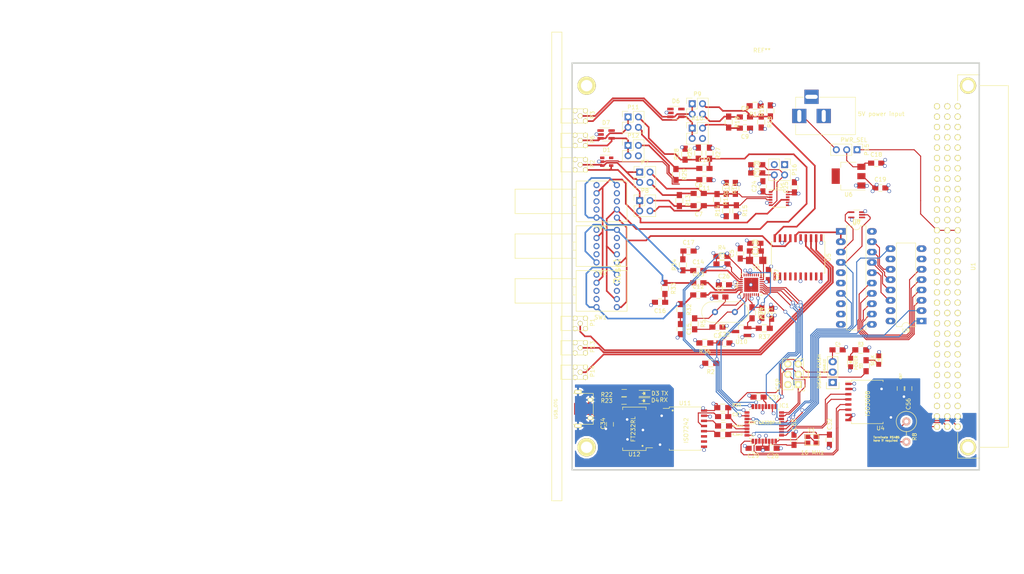
<source format=kicad_pcb>
(kicad_pcb (version 4) (host pcbnew 4.0.4-stable)
  (layers (0 F.Cu signal) (1 In1.Cu signal hide) (2 In2.Cu signal) (31 B.Cu signal) (34 B.Paste user) (35 F.Paste user) (36 B.SilkS user) (37 F.SilkS user) (38 B.Mask user) (39 F.Mask user) (44 Edge.Cuts user))
  (net 0 "")
  (net 1 /DIYino/USB_RESET_OUT)
  (net 2 /DIYino/USB_3V3)
  (net 3 /DIYino/USB_GND)
  (net 4 "Net-(D3-Pad2)")
  (net 5 "Net-(D4-Pad2)")
  (net 6 "Net-(D4-Pad1)")
  (net 7 /DIYino/USB_5V)
  (net 8 /DIYino/USB_D-)
  (net 9 /DIYino/USB_D+)
  (net 10 /DIYino/RX)
  (net 11 /DIYino/TX)
  (net 12 /DIYino/USB_RESET_IN)
  (net 13 /RS485_A)
  (net 14 /RS485_B)
  (net 15 /RS485_+5V)
  (net 16 /ARD_RST)
  (net 17 "Net-(C31-Pad1)")
  (net 18 "Net-(D2-Pad1)")
  (net 19 "Net-(D5-Pad2)")
  (net 20 "Net-(U11-Pad3)")
  (net 21 "Net-(U11-Pad5)")
  (net 22 "Net-(C4-Pad1)")
  (net 23 "Net-(C30-Pad2)")
  (net 24 "Net-(C32-Pad1)")
  (net 25 "Net-(D3-Pad1)")
  (net 26 /RS485_DE)
  (net 27 /RS485_D)
  (net 28 /RS485_R)
  (net 29 /RS485_RE)
  (net 30 /RS485_GND)
  (net 31 "Net-(X1-Pad3)")
  (net 32 GND)
  (net 33 /BPSubsheet/+24V)
  (net 34 /BPSubsheet/-15V)
  (net 35 /BPSubsheet/+15V)
  (net 36 /BPSubsheet/-12V)
  (net 37 /BPSubsheet/+12V)
  (net 38 /BPSubsheet/-5V)
  (net 39 "Net-(C1-Pad2)")
  (net 40 "Net-(C2-Pad2)")
  (net 41 "Net-(C3-Pad1)")
  (net 42 "Net-(C5-Pad1)")
  (net 43 /StraightThrough)
  (net 44 /GP22_START)
  (net 45 /GP22_STOP1)
  (net 46 /GP22_STOP2)
  (net 47 "Net-(C15-Pad1)")
  (net 48 "Net-(C16-Pad1)")
  (net 49 "Net-(C17-Pad1)")
  (net 50 "Net-(C18-Pad1)")
  (net 51 +3V3)
  (net 52 /GP22_VIO)
  (net 53 "Net-(C22-Pad1)")
  (net 54 /GP22_VCC)
  (net 55 /~CTR_CLR)
  (net 56 /CTR_LOAD)
  (net 57 /CTR_BIT_SEL)
  (net 58 /GP22_CS)
  (net 59 /GP22_MOSI)
  (net 60 /GP22_MISO)
  (net 61 /GP22_SCK)
  (net 62 /GP22_INT)
  (net 63 /GP22_EN_START)
  (net 64 /GP22_EN_STOP1)
  (net 65 /GP22_EN_STOP2)
  (net 66 /REG_DATA)
  (net 67 /REG_LOAD)
  (net 68 /REG_CLK)
  (net 69 /TTLBufferedOut1)
  (net 70 /InputCoupling/InputSignal)
  (net 71 /InputCoupling/InputGnd)
  (net 72 /InputCoupling2/InputSignal)
  (net 73 /InputCoupling2/InputGnd)
  (net 74 /InputCoupling3/InputSignal)
  (net 75 /InputCoupling3/InputGnd)
  (net 76 /TTLBufferedOut2)
  (net 77 /TTLBufferedOut3)
  (net 78 "Net-(R35-Pad2)")
  (net 79 /SineRectified)
  (net 80 /TTLBuffered)
  (net 81 /TTLBufferedOut_toCounter)
  (net 82 /Counter/~CTR_GAL)
  (net 83 "Net-(U8-Pad12)")
  (net 84 "Net-(U8-Pad13)")
  (net 85 "Net-(U8-Pad14)")
  (net 86 "Net-(U8-Pad15)")
  (net 87 "Net-(U8-Pad16)")
  (net 88 "Net-(U8-Pad17)")
  (net 89 "Net-(U8-Pad18)")
  (net 90 "Net-(U8-Pad19)")
  (net 91 /InputCoupling/RF_2)
  (net 92 /InputCoupling/RF_4)
  (net 93 /InputCoupling2/RF_2)
  (net 94 /InputCoupling2/RF_4)
  (net 95 /InputCoupling3/RF_2)
  (net 96 /InputCoupling3/RF_4)
  (net 97 /InputCoupling/OutputS+)
  (net 98 /InputCoupling/OutputS-)
  (net 99 /InputCoupling2/OutputS+)
  (net 100 "Net-(CON1-Pad1)")
  (net 101 /Backplane_5V)
  (net 102 /BPSubsheet/+3.3V)
  (net 103 /DIYino/D0/RX)
  (net 104 /DIYino/D1/TX)
  (net 105 "Net-(P16-Pad2)")
  (net 106 "Net-(P16-Pad4)")
  (net 107 /G1)
  (net 108 /G2)
  (net 109 /G3)
  (module Capacitors_SMD:C_0805_HandSoldering (layer F.Cu) (at 191.6 100.4 270)
    (fp_text reference C15 (at 0 -2.1 270) (layer F.SilkS))
    (fp_text value 10p)
    (pad 1 smd rect (at -1.25 0 270) (size 1.5 1.25) (layers F.Cu F.Paste F.Mask) (net 47 "Net-(C15-Pad1)"))
    (pad 2 smd rect (at 1.25 0 270) (size 1.5 1.25) (layers F.Cu F.Paste F.Mask) (net 32 GND))
  )
  (module Capacitors_SMD:C_0805_HandSoldering (layer F.Cu) (at 186.6 93.8 180)
    (fp_text reference C16 (at 0 -2.1 180) (layer F.SilkS))
    (fp_text value 10p)
    (pad 1 smd rect (at -1.25 0 180) (size 1.5 1.25) (layers F.Cu F.Paste F.Mask) (net 48 "Net-(C16-Pad1)"))
    (pad 2 smd rect (at 1.25 0 180) (size 1.5 1.25) (layers F.Cu F.Paste F.Mask) (net 32 GND))
  )
  (module Pin_Headers:Pin_Header_Straight_2x02_Pitch2.54mm (layer F.Cu) (at 178.75 55.25)
    (fp_text reference P12 (at 1.27 -2.39) (layer F.SilkS))
    (fp_text value CONN_02X02)
    (pad 1 thru_hole rect (at 0 0) (size 1.7 1.7) (drill 1) (layers *.Cu *.Mask) (net 75 /InputCoupling3/InputGnd))
    (pad 2 thru_hole oval (at 2.54 0) (size 1.7 1.7) (drill 1) (layers *.Cu *.Mask) (net 96 /InputCoupling3/RF_4))
    (pad 3 thru_hole oval (at 0 2.54) (size 1.7 1.7) (drill 1) (layers *.Cu *.Mask) (net 75 /InputCoupling3/InputGnd))
    (pad 4 thru_hole oval (at 2.54 2.54) (size 1.7 1.7) (drill 1) (layers *.Cu *.Mask) (net 32 GND))
  )
  (module Capacitors_SMD:C_0805_HandSoldering (layer F.Cu) (at 247.6 115 270)
    (fp_text reference C56 (at 3.8 0 270) (layer F.SilkS))
    (fp_text value 1u)
    (pad 1 smd rect (at -1.25 0 270) (size 1.5 1.25) (layers F.Cu F.Paste F.Mask) (net 15 /RS485_+5V))
    (pad 2 smd rect (at 1.25 0 270) (size 1.5 1.25) (layers F.Cu F.Paste F.Mask) (net 30 /RS485_GND))
  )
  (module Capacitors_SMD:C_0805_HandSoldering (layer F.Cu) (at 230.2 105.5)
    (fp_text reference C4 (at 0.1 -1.5) (layer F.SilkS) (effects (font (size 0.7 0.7) (thickness 0.125))))
    (fp_text value 1u)
    (pad 1 smd rect (at -1.25 0) (size 1.5 1.25) (layers F.Cu F.Paste F.Mask) (net 22 "Net-(C4-Pad1)"))
    (pad 2 smd rect (at 1.25 0) (size 1.5 1.25) (layers F.Cu F.Paste F.Mask) (net 32 GND))
  )
  (module Capacitors_SMD:C_0805_HandSoldering (layer F.Cu) (at 214 129.7)
    (fp_text reference C28 (at 0.3 1.9) (layer F.SilkS))
    (fp_text value 1u)
    (pad 1 smd rect (at -1.25 0) (size 1.5 1.25) (layers F.Cu F.Paste F.Mask) (net 51 +3V3))
    (pad 2 smd rect (at 1.25 0) (size 1.5 1.25) (layers F.Cu F.Paste F.Mask) (net 32 GND))
  )
  (module Capacitors_SMD:C_0805_HandSoldering (layer F.Cu) (at 210.8 117.1 180)
    (fp_text reference C31 (at -3.8 -0.1 180) (layer F.SilkS))
    (fp_text value 100n)
    (pad 1 smd rect (at -1.25 0 180) (size 1.5 1.25) (layers F.Cu F.Paste F.Mask) (net 17 "Net-(C31-Pad1)"))
    (pad 2 smd rect (at 1.25 0 180) (size 1.5 1.25) (layers F.Cu F.Paste F.Mask) (net 32 GND))
  )
  (module Capacitors_SMD:C_0805_HandSoldering (layer F.Cu) (at 209.6 129.7 180)
    (fp_text reference C29 (at 0.1 -1.8 180) (layer F.SilkS))
    (fp_text value 100n)
    (pad 1 smd rect (at -1.25 0 180) (size 1.5 1.25) (layers F.Cu F.Paste F.Mask) (net 51 +3V3))
    (pad 2 smd rect (at 1.25 0 180) (size 1.5 1.25) (layers F.Cu F.Paste F.Mask) (net 32 GND))
  )
  (module Capacitors_SMD:C_0805_HandSoldering (layer F.Cu) (at 202.1 121.9 180)
    (fp_text reference C33 (at -3.3 0.5 180) (layer F.SilkS) (effects (font (size 0.75 0.75))))
    (fp_text value 100n)
    (pad 1 smd rect (at -1.25 0 180) (size 1.5 1.25) (layers F.Cu F.Paste F.Mask) (net 16 /ARD_RST))
    (pad 2 smd rect (at 1.25 0 180) (size 1.5 1.25) (layers F.Cu F.Paste F.Mask) (net 1 /DIYino/USB_RESET_OUT))
  )
  (module Capacitors_SMD:C_0805_HandSoldering (layer F.Cu) (at 174.3 123.8 270)
    (fp_text reference C34 (at -0.2 1.7 270) (layer F.SilkS))
    (fp_text value 100n)
    (pad 1 smd rect (at -1.25 0 270) (size 1.5 1.25) (layers F.Cu F.Paste F.Mask) (net 2 /DIYino/USB_3V3))
    (pad 2 smd rect (at 1.25 0 270) (size 1.5 1.25) (layers F.Cu F.Paste F.Mask) (net 3 /DIYino/USB_GND))
  )
  (module LEDs:LED_0805 (layer F.Cu) (at 182.5 118 180)
    (fp_text reference D4 (at -2.9 0.1 180) (layer F.SilkS))
    (fp_text value RX (at -5 0.2 180) (layer F.SilkS))
    (pad 2 smd rect (at 1.04902 0) (size 1.19888 1.19888) (layers F.Cu F.Paste F.Mask) (net 5 "Net-(D4-Pad2)"))
    (pad 1 smd rect (at -1.04902 0) (size 1.19888 1.19888) (layers F.Cu F.Paste F.Mask) (net 6 "Net-(D4-Pad1)"))
  )
  (module LEDs:LED_0805 (layer F.Cu) (at 182.54902 116.2 180)
    (fp_text reference D3 (at -2.9 0 180) (layer F.SilkS))
    (fp_text value TX (at -5.2 0 180) (layer F.SilkS))
    (pad 2 smd rect (at 1.04902 0) (size 1.19888 1.19888) (layers F.Cu F.Paste F.Mask) (net 4 "Net-(D3-Pad2)"))
    (pad 1 smd rect (at -1.04902 0) (size 1.19888 1.19888) (layers F.Cu F.Paste F.Mask) (net 25 "Net-(D3-Pad1)"))
  )
  (module Housings_QFP:LQFP-32_7x7mm_Pitch0.8mm (layer F.Cu) (at 212.2 123.7 90)
    (fp_text reference IC1 (at 4.5 4.9 180) (layer F.SilkS))
    (fp_text value ATMEGA328P-A (at 0.3 0.1 180) (layer F.SilkS) (effects (font (size 0.7 0.7))))
    (pad 1 smd rect (at -4.25 -2.8 90) (size 1.2 0.6) (layers F.Cu F.Paste F.Mask) (net 27 /RS485_D))
    (pad 2 smd rect (at -4.25 -2 90) (size 1.2 0.6) (layers F.Cu F.Paste F.Mask) (net 26 /RS485_DE))
    (pad 3 smd rect (at -4.25 -1.2 90) (size 1.2 0.6) (layers F.Cu F.Paste F.Mask) (net 32 GND))
    (pad 4 smd rect (at -4.25 -0.4 90) (size 1.2 0.6) (layers F.Cu F.Paste F.Mask) (net 51 +3V3))
    (pad 5 smd rect (at -4.25 0.4 90) (size 1.2 0.6) (layers F.Cu F.Paste F.Mask) (net 32 GND))
    (pad 6 smd rect (at -4.25 1.2 90) (size 1.2 0.6) (layers F.Cu F.Paste F.Mask) (net 51 +3V3))
    (pad 7 smd rect (at -4.25 2 90) (size 1.2 0.6) (layers F.Cu F.Paste F.Mask) (net 23 "Net-(C30-Pad2)"))
    (pad 8 smd rect (at -4.25 2.8 90) (size 1.2 0.6) (layers F.Cu F.Paste F.Mask) (net 24 "Net-(C32-Pad1)"))
    (pad 9 smd rect (at -2.8 4.25 180) (size 1.2 0.6) (layers F.Cu F.Paste F.Mask) (net 29 /RS485_RE))
    (pad 10 smd rect (at -2 4.25 180) (size 1.2 0.6) (layers F.Cu F.Paste F.Mask) (net 28 /RS485_R))
    (pad 11 smd rect (at -1.2 4.25 180) (size 1.2 0.6) (layers F.Cu F.Paste F.Mask) (net 66 /REG_DATA))
    (pad 12 smd rect (at -0.4 4.25 180) (size 1.2 0.6) (layers F.Cu F.Paste F.Mask) (net 57 /CTR_BIT_SEL))
    (pad 13 smd rect (at 0.4 4.25 180) (size 1.2 0.6) (layers F.Cu F.Paste F.Mask) (net 56 /CTR_LOAD))
    (pad 14 smd rect (at 1.2 4.25 180) (size 1.2 0.6) (layers F.Cu F.Paste F.Mask) (net 58 /GP22_CS))
    (pad 15 smd rect (at 2 4.25 180) (size 1.2 0.6) (layers F.Cu F.Paste F.Mask) (net 59 /GP22_MOSI))
    (pad 16 smd rect (at 2.8 4.25 180) (size 1.2 0.6) (layers F.Cu F.Paste F.Mask) (net 60 /GP22_MISO))
    (pad 17 smd rect (at 4.25 2.8 90) (size 1.2 0.6) (layers F.Cu F.Paste F.Mask) (net 61 /GP22_SCK))
    (pad 18 smd rect (at 4.25 2 90) (size 1.2 0.6) (layers F.Cu F.Paste F.Mask) (net 51 +3V3))
    (pad 19 smd rect (at 4.25 1.2 90) (size 1.2 0.6) (layers F.Cu F.Paste F.Mask))
    (pad 20 smd rect (at 4.25 0.4 90) (size 1.2 0.6) (layers F.Cu F.Paste F.Mask) (net 17 "Net-(C31-Pad1)"))
    (pad 21 smd rect (at 4.25 -0.4 90) (size 1.2 0.6) (layers F.Cu F.Paste F.Mask) (net 32 GND))
    (pad 22 smd rect (at 4.25 -1.2 90) (size 1.2 0.6) (layers F.Cu F.Paste F.Mask))
    (pad 23 smd rect (at 4.25 -2 90) (size 1.2 0.6) (layers F.Cu F.Paste F.Mask) (net 62 /GP22_INT))
    (pad 24 smd rect (at 4.25 -2.8 90) (size 1.2 0.6) (layers F.Cu F.Paste F.Mask) (net 63 /GP22_EN_START))
    (pad 25 smd rect (at 2.8 -4.25 180) (size 1.2 0.6) (layers F.Cu F.Paste F.Mask) (net 64 /GP22_EN_STOP1))
    (pad 26 smd rect (at 2 -4.25 180) (size 1.2 0.6) (layers F.Cu F.Paste F.Mask) (net 65 /GP22_EN_STOP2))
    (pad 27 smd rect (at 1.2 -4.25 180) (size 1.2 0.6) (layers F.Cu F.Paste F.Mask) (net 55 /~CTR_CLR))
    (pad 28 smd rect (at 0.4 -4.25 180) (size 1.2 0.6) (layers F.Cu F.Paste F.Mask) (net 68 /REG_CLK))
    (pad 29 smd rect (at -0.4 -4.25 180) (size 1.2 0.6) (layers F.Cu F.Paste F.Mask) (net 16 /ARD_RST))
    (pad 30 smd rect (at -1.2 -4.25 180) (size 1.2 0.6) (layers F.Cu F.Paste F.Mask) (net 103 /DIYino/D0/RX))
    (pad 31 smd rect (at -2 -4.25 180) (size 1.2 0.6) (layers F.Cu F.Paste F.Mask) (net 104 /DIYino/D1/TX))
    (pad 32 smd rect (at -2.8 -4.25 180) (size 1.2 0.6) (layers F.Cu F.Paste F.Mask) (net 67 /REG_LOAD))
  )
  (module Pin_Headers:Pin_Header_Straight_2x03 (layer F.Cu) (at 220.54 114.04 180)
    (fp_text reference P5 hide)
    (fp_text value ICSP (at 4.94 -0.16 270) (layer F.SilkS))
    (pad 1 thru_hole rect (at 0 0 180) (size 1.7272 1.7272) (drill 1.016) (layers *.Cu *.Mask F.SilkS) (net 60 /GP22_MISO))
    (pad 2 thru_hole oval (at 2.54 0 180) (size 1.7272 1.7272) (drill 1.016) (layers *.Cu *.Mask F.SilkS) (net 51 +3V3))
    (pad 3 thru_hole oval (at 0 2.54 180) (size 1.7272 1.7272) (drill 1.016) (layers *.Cu *.Mask F.SilkS) (net 61 /GP22_SCK))
    (pad 4 thru_hole oval (at 2.54 2.54 180) (size 1.7272 1.7272) (drill 1.016) (layers *.Cu *.Mask F.SilkS) (net 59 /GP22_MOSI))
    (pad 5 thru_hole oval (at 0 5.08 180) (size 1.7272 1.7272) (drill 1.016) (layers *.Cu *.Mask F.SilkS) (net 16 /ARD_RST))
    (pad 6 thru_hole oval (at 2.54 5.08 180) (size 1.7272 1.7272) (drill 1.016) (layers *.Cu *.Mask F.SilkS) (net 32 GND))
  )
  (module Resistors_SMD:R_0805_HandSoldering (layer F.Cu) (at 202 119.7)
    (fp_text reference R20 (at 3.4 -0.6) (layer F.SilkS) (effects (font (size 0.75 0.75))))
    (fp_text value 1k)
    (pad 1 smd rect (at -1.35 0) (size 1.5 1.3) (layers F.Cu F.Paste F.Mask) (net 51 +3V3))
    (pad 2 smd rect (at 1.35 0) (size 1.5 1.3) (layers F.Cu F.Paste F.Mask) (net 16 /ARD_RST))
  )
  (module Resistors_SMD:R_0805_HandSoldering (layer F.Cu) (at 177.75 118 180)
    (fp_text reference R23 (at 4.25 0 180) (layer F.SilkS))
    (fp_text value 100R)
    (pad 1 smd rect (at -1.35 0 180) (size 1.5 1.3) (layers F.Cu F.Paste F.Mask) (net 5 "Net-(D4-Pad2)"))
    (pad 2 smd rect (at 1.35 0 180) (size 1.5 1.3) (layers F.Cu F.Paste F.Mask) (net 7 /DIYino/USB_5V))
  )
  (module Resistors_SMD:R_0805_HandSoldering (layer F.Cu) (at 177.8 116.1 180)
    (fp_text reference R22 (at 4.3 -0.4 360) (layer F.SilkS))
    (fp_text value 100R)
    (pad 1 smd rect (at -1.35 0 180) (size 1.5 1.3) (layers F.Cu F.Paste F.Mask) (net 4 "Net-(D3-Pad2)"))
    (pad 2 smd rect (at 1.35 0 180) (size 1.5 1.3) (layers F.Cu F.Paste F.Mask) (net 7 /DIYino/USB_5V))
  )
  (module Resistors_SMD:R_0805_HandSoldering (layer F.Cu) (at 202.2 124.2 180)
    (fp_text reference R_Ser1 (at -3.6 0 180) (layer F.SilkS) (effects (font (size 0.5 0.5) (thickness 0.125))))
    (fp_text value 1k)
    (pad 1 smd rect (at -1.35 0 180) (size 1.5 1.3) (layers F.Cu F.Paste F.Mask) (net 103 /DIYino/D0/RX))
    (pad 2 smd rect (at 1.35 0 180) (size 1.5 1.3) (layers F.Cu F.Paste F.Mask) (net 10 /DIYino/RX))
  )
  (module Resistors_SMD:R_0805_HandSoldering (layer F.Cu) (at 202 126.3)
    (fp_text reference R_Ser2 (at 3.6 0) (layer F.SilkS) (effects (font (size 0.5 0.5) (thickness 0.125))))
    (fp_text value 1k)
    (pad 1 smd rect (at -1.35 0) (size 1.5 1.3) (layers F.Cu F.Paste F.Mask) (net 11 /DIYino/TX))
    (pad 2 smd rect (at 1.35 0) (size 1.5 1.3) (layers F.Cu F.Paste F.Mask) (net 104 /DIYino/D1/TX))
  )
  (module Housings_SOIC:SOIC-16_7.5x10.3mm_Pitch1.27mm (layer F.Cu) (at 192.75 124.855)
    (fp_text reference U11 (at 0 -6.25) (layer F.SilkS))
    (fp_text value ISO7242 (at 0.25 0.445 90) (layer F.SilkS))
    (pad 1 smd rect (at -4.65 -4.445) (size 1.5 0.6) (layers F.Cu F.Paste F.Mask) (net 7 /DIYino/USB_5V))
    (pad 2 smd rect (at -4.65 -3.175) (size 1.5 0.6) (layers F.Cu F.Paste F.Mask) (net 3 /DIYino/USB_GND))
    (pad 3 smd rect (at -4.65 -1.905) (size 1.5 0.6) (layers F.Cu F.Paste F.Mask) (net 20 "Net-(U11-Pad3)"))
    (pad 4 smd rect (at -4.65 -0.635) (size 1.5 0.6) (layers F.Cu F.Paste F.Mask) (net 12 /DIYino/USB_RESET_IN))
    (pad 5 smd rect (at -4.65 0.635) (size 1.5 0.6) (layers F.Cu F.Paste F.Mask) (net 21 "Net-(U11-Pad5)"))
    (pad 6 smd rect (at -4.65 1.905) (size 1.5 0.6) (layers F.Cu F.Paste F.Mask))
    (pad 7 smd rect (at -4.65 3.175) (size 1.5 0.6) (layers F.Cu F.Paste F.Mask))
    (pad 8 smd rect (at -4.65 4.445) (size 1.5 0.6) (layers F.Cu F.Paste F.Mask) (net 3 /DIYino/USB_GND))
    (pad 9 smd rect (at 4.65 4.445) (size 1.5 0.6) (layers F.Cu F.Paste F.Mask) (net 32 GND))
    (pad 10 smd rect (at 4.65 3.175) (size 1.5 0.6) (layers F.Cu F.Paste F.Mask))
    (pad 11 smd rect (at 4.65 1.905) (size 1.5 0.6) (layers F.Cu F.Paste F.Mask))
    (pad 12 smd rect (at 4.65 0.635) (size 1.5 0.6) (layers F.Cu F.Paste F.Mask) (net 11 /DIYino/TX))
    (pad 13 smd rect (at 4.65 -0.635) (size 1.5 0.6) (layers F.Cu F.Paste F.Mask) (net 1 /DIYino/USB_RESET_OUT))
    (pad 14 smd rect (at 4.65 -1.905) (size 1.5 0.6) (layers F.Cu F.Paste F.Mask) (net 10 /DIYino/RX))
    (pad 15 smd rect (at 4.65 -3.175) (size 1.5 0.6) (layers F.Cu F.Paste F.Mask) (net 32 GND))
    (pad 16 smd rect (at 4.65 -4.445) (size 1.5 0.6) (layers F.Cu F.Paste F.Mask) (net 51 +3V3))
  )
  (module Housings_SSOP:SSOP-28_5.3x10.2mm_Pitch0.65mm (layer F.Cu) (at 180.3 124.9 180)
    (fp_text reference U12 (at 0 -6.25 180) (layer F.SilkS))
    (fp_text value FT232RL (at 0.3 -0.1 270) (layer F.SilkS))
    (pad 1 smd rect (at -3.6 -4.225 180) (size 1.75 0.45) (layers F.Cu F.Paste F.Mask) (net 20 "Net-(U11-Pad3)"))
    (pad 2 smd rect (at -3.6 -3.575 180) (size 1.75 0.45) (layers F.Cu F.Paste F.Mask) (net 12 /DIYino/USB_RESET_IN))
    (pad 3 smd rect (at -3.6 -2.925 180) (size 1.75 0.45) (layers F.Cu F.Paste F.Mask))
    (pad 4 smd rect (at -3.6 -2.275 180) (size 1.75 0.45) (layers F.Cu F.Paste F.Mask) (net 7 /DIYino/USB_5V))
    (pad 5 smd rect (at -3.6 -1.625 180) (size 1.75 0.45) (layers F.Cu F.Paste F.Mask) (net 21 "Net-(U11-Pad5)"))
    (pad 6 smd rect (at -3.6 -0.975 180) (size 1.75 0.45) (layers F.Cu F.Paste F.Mask))
    (pad 7 smd rect (at -3.6 -0.325 180) (size 1.75 0.45) (layers F.Cu F.Paste F.Mask) (net 3 /DIYino/USB_GND))
    (pad 8 smd rect (at -3.6 0.325 180) (size 1.75 0.45) (layers F.Cu F.Paste F.Mask))
    (pad 9 smd rect (at -3.6 0.975 180) (size 1.75 0.45) (layers F.Cu F.Paste F.Mask))
    (pad 10 smd rect (at -3.6 1.625 180) (size 1.75 0.45) (layers F.Cu F.Paste F.Mask))
    (pad 11 smd rect (at -3.6 2.275 180) (size 1.75 0.45) (layers F.Cu F.Paste F.Mask))
    (pad 12 smd rect (at -3.6 2.925 180) (size 1.75 0.45) (layers F.Cu F.Paste F.Mask))
    (pad 13 smd rect (at -3.6 3.575 180) (size 1.75 0.45) (layers F.Cu F.Paste F.Mask))
    (pad 14 smd rect (at -3.6 4.225 180) (size 1.75 0.45) (layers F.Cu F.Paste F.Mask))
    (pad 15 smd rect (at 3.6 4.225 180) (size 1.75 0.45) (layers F.Cu F.Paste F.Mask) (net 9 /DIYino/USB_D+))
    (pad 16 smd rect (at 3.6 3.575 180) (size 1.75 0.45) (layers F.Cu F.Paste F.Mask) (net 8 /DIYino/USB_D-))
    (pad 17 smd rect (at 3.6 2.925 180) (size 1.75 0.45) (layers F.Cu F.Paste F.Mask) (net 2 /DIYino/USB_3V3))
    (pad 18 smd rect (at 3.6 2.275 180) (size 1.75 0.45) (layers F.Cu F.Paste F.Mask) (net 3 /DIYino/USB_GND))
    (pad 19 smd rect (at 3.6 1.625 180) (size 1.75 0.45) (layers F.Cu F.Paste F.Mask))
    (pad 20 smd rect (at 3.6 0.975 180) (size 1.75 0.45) (layers F.Cu F.Paste F.Mask) (net 7 /DIYino/USB_5V))
    (pad 21 smd rect (at 3.6 0.325 180) (size 1.75 0.45) (layers F.Cu F.Paste F.Mask) (net 3 /DIYino/USB_GND))
    (pad 22 smd rect (at 3.6 -0.325 180) (size 1.75 0.45) (layers F.Cu F.Paste F.Mask) (net 6 "Net-(D4-Pad1)"))
    (pad 23 smd rect (at 3.6 -0.975 180) (size 1.75 0.45) (layers F.Cu F.Paste F.Mask) (net 25 "Net-(D3-Pad1)"))
    (pad 24 smd rect (at 3.6 -1.625 180) (size 1.75 0.45) (layers F.Cu F.Paste F.Mask))
    (pad 25 smd rect (at 3.6 -2.275 180) (size 1.75 0.45) (layers F.Cu F.Paste F.Mask) (net 3 /DIYino/USB_GND))
    (pad 26 smd rect (at 3.6 -2.925 180) (size 1.75 0.45) (layers F.Cu F.Paste F.Mask) (net 3 /DIYino/USB_GND))
    (pad 27 smd rect (at 3.6 -3.575 180) (size 1.75 0.45) (layers F.Cu F.Paste F.Mask))
    (pad 28 smd rect (at 3.6 -4.225 180) (size 1.75 0.45) (layers F.Cu F.Paste F.Mask))
  )
  (module Capacitors_SMD:C_0805_HandSoldering (layer F.Cu) (at 228.2 127.6 270)
    (fp_text reference C32 (at -3.85 -0.05 270) (layer F.SilkS))
    (fp_text value 8p)
    (pad 1 smd rect (at -1.25 0 270) (size 1.5 1.25) (layers F.Cu F.Paste F.Mask) (net 24 "Net-(C32-Pad1)"))
    (pad 2 smd rect (at 1.25 0 270) (size 1.5 1.25) (layers F.Cu F.Paste F.Mask) (net 32 GND))
  )
  (module Capacitors_SMD:C_0805_HandSoldering (layer F.Cu) (at 219.5 127.6 270)
    (fp_text reference C30 (at -3.7 0 270) (layer F.SilkS))
    (fp_text value 8p)
    (pad 1 smd rect (at -1.25 0 270) (size 1.5 1.25) (layers F.Cu F.Paste F.Mask) (net 32 GND))
    (pad 2 smd rect (at 1.25 0 270) (size 1.5 1.25) (layers F.Cu F.Paste F.Mask) (net 23 "Net-(C30-Pad2)"))
  )
  (module Custom:MICRO-B_USB_TOP_MOUNT (layer F.Cu) (at 165 120 270)
    (fp_text reference P4 hide)
    (fp_text value USB_OTG (at 0 4 270) (layer F.SilkS) (effects (font (size 0.762 0.762) (thickness 0.127))))
    (pad 6 thru_hole oval (at -4.175 -1.45 270) (size 1 1.9) (drill oval 0.6 1.3) (layers *.Cu *.Mask F.SilkS) (net 3 /DIYino/USB_GND))
    (pad 6 thru_hole oval (at 4.175 -1.45 270) (size 1 1.9) (drill oval 0.6 1.3) (layers *.Cu *.Mask F.SilkS) (net 3 /DIYino/USB_GND))
    (pad "" connect rect (at 0 -1.45 270) (size 2.9 1.9) (layers F.Cu F.Mask))
    (pad 6 thru_hole oval (at -2.225 -4.45 270) (size 1.05 1.25) (drill oval 0.65 0.85) (layers *.Cu *.Mask F.SilkS) (net 3 /DIYino/USB_GND))
    (pad 6 thru_hole oval (at 2.225 -4.45 270) (size 1.05 1.25) (drill oval 0.65 0.85) (layers *.Cu *.Mask F.SilkS) (net 3 /DIYino/USB_GND))
    (pad 1 smd rect (at 1.3 -4.125 270) (size 0.4 1.35) (layers F.Cu F.Paste F.Mask) (net 7 /DIYino/USB_5V))
    (pad 2 smd rect (at 0.65 -4.125 270) (size 0.4 1.35) (layers F.Cu F.Paste F.Mask) (net 8 /DIYino/USB_D-))
    (pad 3 smd rect (at 0 -4.125 270) (size 0.4 1.35) (layers F.Cu F.Paste F.Mask) (net 9 /DIYino/USB_D+))
    (pad 4 smd rect (at -0.65 -4.125 270) (size 0.4 1.35) (layers F.Cu F.Paste F.Mask))
    (pad 5 smd rect (at -1.3 -4.125 270) (size 0.4 1.35) (layers F.Cu F.Paste F.Mask) (net 3 /DIYino/USB_GND))
  )
  (module LEDs:LED_0805 (layer F.Cu) (at 240.3 108 270)
    (fp_text reference D5 hide)
    (fp_text value SCLK (at 0.1 1.5 270) (layer F.SilkS) (effects (font (size 0.7 0.7))))
    (pad 2 smd rect (at 1.04902 0 90) (size 1.19888 1.19888) (layers F.Cu F.Paste F.Mask) (net 19 "Net-(D5-Pad2)"))
    (pad 1 smd rect (at -1.04902 0 90) (size 1.19888 1.19888) (layers F.Cu F.Paste F.Mask) (net 32 GND))
  )
  (module LEDs:LED_0805 (layer F.Cu) (at 233.4 108.6 270)
    (fp_text reference D2 hide)
    (fp_text value POWER (at 0.1 -1.4 270) (layer F.SilkS) (effects (font (size 0.7 0.7))))
    (pad 2 smd rect (at 1.04902 0 90) (size 1.19888 1.19888) (layers F.Cu F.Paste F.Mask) (net 51 +3V3))
    (pad 1 smd rect (at -1.04902 0 90) (size 1.19888 1.19888) (layers F.Cu F.Paste F.Mask) (net 18 "Net-(D2-Pad1)"))
  )
  (module Resistors_SMD:R_0805_HandSoldering (layer F.Cu) (at 235.9 105.5)
    (fp_text reference R3 (at 0 -1.5) (layer F.SilkS) (effects (font (size 0.7 0.7))))
    (fp_text value 100R)
    (pad 1 smd rect (at -1.35 0) (size 1.5 1.3) (layers F.Cu F.Paste F.Mask) (net 18 "Net-(D2-Pad1)"))
    (pad 2 smd rect (at 1.35 0) (size 1.5 1.3) (layers F.Cu F.Paste F.Mask) (net 32 GND))
  )
  (module Resistors_SMD:R_0805_HandSoldering (layer F.Cu) (at 237.2 109.4 90)
    (fp_text reference R21 (at 0 -1.4 90) (layer F.SilkS) (effects (font (size 0.5 0.5) (thickness 0.125))))
    (fp_text value 100R)
    (pad 1 smd rect (at -1.35 0 90) (size 1.5 1.3) (layers F.Cu F.Paste F.Mask) (net 61 /GP22_SCK))
    (pad 2 smd rect (at 1.35 0 90) (size 1.5 1.3) (layers F.Cu F.Paste F.Mask) (net 19 "Net-(D5-Pad2)"))
  )
  (module Pin_Headers:Pin_Header_Straight_1x03 (layer F.Cu) (at 229 113.5 180)
    (fp_text reference JP1 hide)
    (fp_text value "DISABLE FLASH" (at 3.3 2.7 270) (layer F.SilkS) (effects (font (size 0.75 0.75))))
    (pad 1 thru_hole rect (at 0 0 180) (size 2.032 1.7272) (drill 1.016) (layers *.Cu *.Mask))
    (pad 2 thru_hole oval (at 0 2.54 180) (size 2.032 1.7272) (drill 1.016) (layers *.Cu *.Mask) (net 16 /ARD_RST))
    (pad 3 thru_hole oval (at 0 5.08 180) (size 2.032 1.7272) (drill 1.016) (layers *.Cu *.Mask) (net 22 "Net-(C4-Pad1)"))
  )
  (module Housings_SOIC:SOIC-16W_7.5x10.3mm_Pitch1.27mm (layer F.Cu) (at 237.5 118.3)
    (fp_text reference U4 (at 3.25 6.45) (layer F.SilkS))
    (fp_text value ISO3088 (at 0.1 0.4 90) (layer F.SilkS))
    (pad 1 smd rect (at -4.65 -4.445) (size 1.5 0.6) (layers F.Cu F.Paste F.Mask) (net 51 +3V3))
    (pad 2 smd rect (at -4.65 -3.175) (size 1.5 0.6) (layers F.Cu F.Paste F.Mask) (net 32 GND))
    (pad 3 smd rect (at -4.65 -1.905) (size 1.5 0.6) (layers F.Cu F.Paste F.Mask) (net 28 /RS485_R))
    (pad 4 smd rect (at -4.65 -0.635) (size 1.5 0.6) (layers F.Cu F.Paste F.Mask) (net 29 /RS485_RE))
    (pad 5 smd rect (at -4.65 0.635) (size 1.5 0.6) (layers F.Cu F.Paste F.Mask) (net 26 /RS485_DE))
    (pad 6 smd rect (at -4.65 1.905) (size 1.5 0.6) (layers F.Cu F.Paste F.Mask) (net 27 /RS485_D))
    (pad 7 smd rect (at -4.65 3.175) (size 1.5 0.6) (layers F.Cu F.Paste F.Mask) (net 32 GND))
    (pad 8 smd rect (at -4.65 4.445) (size 1.5 0.6) (layers F.Cu F.Paste F.Mask) (net 32 GND))
    (pad 9 smd rect (at 4.65 4.445) (size 1.5 0.6) (layers F.Cu F.Paste F.Mask) (net 30 /RS485_GND))
    (pad 10 smd rect (at 4.65 3.175) (size 1.5 0.6) (layers F.Cu F.Paste F.Mask) (net 30 /RS485_GND))
    (pad 11 smd rect (at 4.65 1.905) (size 1.5 0.6) (layers F.Cu F.Paste F.Mask))
    (pad 12 smd rect (at 4.65 0.635) (size 1.5 0.6) (layers F.Cu F.Paste F.Mask) (net 13 /RS485_A))
    (pad 13 smd rect (at 4.65 -0.635) (size 1.5 0.6) (layers F.Cu F.Paste F.Mask) (net 14 /RS485_B))
    (pad 14 smd rect (at 4.65 -1.905) (size 1.5 0.6) (layers F.Cu F.Paste F.Mask))
    (pad 15 smd rect (at 4.65 -3.175) (size 1.5 0.6) (layers F.Cu F.Paste F.Mask) (net 30 /RS485_GND))
    (pad 16 smd rect (at 4.65 -4.445) (size 1.5 0.6) (layers F.Cu F.Paste F.Mask) (net 15 /RS485_+5V))
  )
  (module Capacitors_SMD:C_0805_HandSoldering (layer F.Cu) (at 245.7 115 270)
    (fp_text reference C57 (at -3 0 270) (layer F.SilkS) (effects (font (size 0.5 0.5) (thickness 0.125))))
    (fp_text value 100n)
    (pad 1 smd rect (at -1.25 0 270) (size 1.5 1.25) (layers F.Cu F.Paste F.Mask) (net 15 /RS485_+5V))
    (pad 2 smd rect (at 1.25 0 270) (size 1.5 1.25) (layers F.Cu F.Paste F.Mask) (net 30 /RS485_GND))
  )
  (module Crystals:crystal_FA238-TSX3225 (layer F.Cu) (at 223.9 127.6)
    (fp_text reference X1 (at -0.1 -2.3) (layer F.SilkS))
    (fp_text value "TSX-3225  X1E0000210013")
    (pad 1 smd rect (at -1.1 0.8) (size 1.4 1.2) (layers F.Cu F.Paste F.Mask) (net 23 "Net-(C30-Pad2)"))
    (pad 3 smd rect (at 1.1 0.8) (size 1.4 1.2) (layers F.Cu F.Paste F.Mask) (net 31 "Net-(X1-Pad3)"))
    (pad 3 smd rect (at -1.1 -0.8) (size 1.4 1.2) (layers F.Cu F.Paste F.Mask) (net 31 "Net-(X1-Pad3)"))
    (pad 2 smd rect (at 1.1 -0.8) (size 1.4 1.2) (layers F.Cu F.Paste F.Mask) (net 24 "Net-(C32-Pad1)"))
  )
  (module Resistors_ThroughHole:Resistor_Vertical_RM5mm (layer F.Cu) (at 247.1 125.6 270)
    (fp_text reference R8 (at 1.25 -2 270) (layer F.SilkS))
    (fp_text value RS485_TERM)
    (pad 1 thru_hole circle (at -2.49936 0 270) (size 1.99898 1.99898) (drill 1.00076) (layers *.Cu *.SilkS *.Mask) (net 13 /RS485_A))
    (pad 2 thru_hole circle (at 2.5019 0 270) (size 1.99898 1.99898) (drill 1.00076) (layers *.Cu *.SilkS *.Mask) (net 14 /RS485_B))
  )
  (module Backplane:96way_DIN_41612 (layer F.Cu) (at 265 85 90)
    (fp_text reference U1 (at 0 -1.49 90) (layer F.SilkS))
    (fp_text value "RS 252-210")
    (pad C1 thru_hole circle (at 39.37 -5.3 270) (size 1.50114 1.50114) (drill 1) (layers *.Cu *.Mask F.SilkS) (net 33 /BPSubsheet/+24V))
    (pad C2 thru_hole circle (at 36.83 -5.3 270) (size 1.50114 1.50114) (drill 1) (layers *.Cu *.Mask F.SilkS) (net 32 GND))
    (pad C4 thru_hole circle (at 31.75 -5.3 270) (size 1.50114 1.50114) (drill 1) (layers *.Cu *.Mask F.SilkS) (net 32 GND))
    (pad C3 thru_hole circle (at 34.29 -5.3 270) (size 1.50114 1.50114) (drill 1) (layers *.Cu *.Mask F.SilkS) (net 34 /BPSubsheet/-15V))
    (pad C5 thru_hole circle (at 29.21 -5.3 270) (size 1.50114 1.50114) (drill 1) (layers *.Cu *.Mask F.SilkS) (net 35 /BPSubsheet/+15V))
    (pad C6 thru_hole circle (at 26.67 -5.3 270) (size 1.50114 1.50114) (drill 1) (layers *.Cu *.Mask F.SilkS) (net 32 GND))
    (pad C7 thru_hole circle (at 24.13 -5.3 270) (size 1.50114 1.50114) (drill 1) (layers *.Cu *.Mask F.SilkS) (net 36 /BPSubsheet/-12V))
    (pad C8 thru_hole circle (at 21.59 -5.3 270) (size 1.50114 1.50114) (drill 1) (layers *.Cu *.Mask F.SilkS) (net 32 GND))
    (pad C9 thru_hole circle (at 19.05 -5.3 270) (size 1.50114 1.50114) (drill 1) (layers *.Cu *.Mask F.SilkS) (net 37 /BPSubsheet/+12V))
    (pad C10 thru_hole circle (at 16.51 -5.3 270) (size 1.50114 1.50114) (drill 1) (layers *.Cu *.Mask F.SilkS) (net 32 GND))
    (pad C11 thru_hole circle (at 13.97 -5.3 270) (size 1.50114 1.50114) (drill 1) (layers *.Cu *.Mask F.SilkS) (net 38 /BPSubsheet/-5V))
    (pad C12 thru_hole circle (at 11.43 -5.3 270) (size 1.50114 1.50114) (drill 1) (layers *.Cu *.Mask F.SilkS) (net 32 GND))
    (pad C13 thru_hole circle (at 8.89 -5.3 270) (size 1.50114 1.50114) (drill 1) (layers *.Cu *.Mask F.SilkS) (net 101 /Backplane_5V))
    (pad C14 thru_hole circle (at 6.35 -5.3 270) (size 1.50114 1.50114) (drill 1) (layers *.Cu *.Mask F.SilkS) (net 32 GND))
    (pad C15 thru_hole circle (at 3.81 -5.3 270) (size 1.50114 1.50114) (drill 1) (layers *.Cu *.Mask F.SilkS) (net 102 /BPSubsheet/+3.3V))
    (pad C16 thru_hole circle (at 1.27 -5.3 270) (size 1.50114 1.50114) (drill 1) (layers *.Cu *.Mask F.SilkS) (net 32 GND))
    (pad C17 thru_hole circle (at -1.27 -5.3 270) (size 1.50114 1.50114) (drill 1) (layers *.Cu *.Mask F.SilkS))
    (pad C18 thru_hole circle (at -3.81 -5.3 270) (size 1.50114 1.50114) (drill 1) (layers *.Cu *.Mask F.SilkS))
    (pad C19 thru_hole circle (at -6.35 -5.3 270) (size 1.50114 1.50114) (drill 1) (layers *.Cu *.Mask F.SilkS))
    (pad C20 thru_hole circle (at -8.89 -5.3 270) (size 1.50114 1.50114) (drill 1) (layers *.Cu *.Mask F.SilkS))
    (pad C21 thru_hole circle (at -11.43 -5.3 270) (size 1.50114 1.50114) (drill 1) (layers *.Cu *.Mask F.SilkS))
    (pad C22 thru_hole circle (at -13.97 -5.3 270) (size 1.50114 1.50114) (drill 1) (layers *.Cu *.Mask F.SilkS))
    (pad C23 thru_hole circle (at -16.51 -5.3 270) (size 1.50114 1.50114) (drill 1) (layers *.Cu *.Mask F.SilkS))
    (pad C24 thru_hole circle (at -19.05 -5.3 270) (size 1.50114 1.50114) (drill 1) (layers *.Cu *.Mask F.SilkS))
    (pad C25 thru_hole circle (at -21.59 -5.3 270) (size 1.50114 1.50114) (drill 1) (layers *.Cu *.Mask F.SilkS))
    (pad C26 thru_hole circle (at -24.13 -5.3 270) (size 1.50114 1.50114) (drill 1) (layers *.Cu *.Mask F.SilkS))
    (pad C27 thru_hole circle (at -26.67 -5.3 270) (size 1.50114 1.50114) (drill 1) (layers *.Cu *.Mask F.SilkS))
    (pad C28 thru_hole circle (at -29.21 -5.3 270) (size 1.50114 1.50114) (drill 1) (layers *.Cu *.Mask F.SilkS))
    (pad C29 thru_hole circle (at -31.75 -5.3 270) (size 1.50114 1.50114) (drill 1) (layers *.Cu *.Mask F.SilkS))
    (pad C30 thru_hole circle (at -34.29 -5.3 270) (size 1.50114 1.50114) (drill 1) (layers *.Cu *.Mask F.SilkS))
    (pad C31 thru_hole circle (at -36.83 -5.3 270) (size 1.50114 1.50114) (drill 1) (layers *.Cu *.Mask F.SilkS) (net 30 /RS485_GND))
    (pad C32 thru_hole circle (at -39.37 -5.3 270) (size 1.50114 1.50114) (drill 1) (layers *.Cu *.Mask F.SilkS) (net 15 /RS485_+5V))
    (pad B32 thru_hole circle (at -39.37 -7.84 270) (size 1.50114 1.50114) (drill 1) (layers *.Cu *.Mask F.SilkS) (net 14 /RS485_B))
    (pad B31 thru_hole circle (at -36.83 -7.84 270) (size 1.50114 1.50114) (drill 1) (layers *.Cu *.Mask F.SilkS) (net 30 /RS485_GND))
    (pad B30 thru_hole circle (at -34.29 -7.84 270) (size 1.50114 1.50114) (drill 1) (layers *.Cu *.Mask F.SilkS))
    (pad B29 thru_hole circle (at -31.75 -7.84 270) (size 1.50114 1.50114) (drill 1) (layers *.Cu *.Mask F.SilkS))
    (pad B28 thru_hole circle (at -29.21 -7.84 270) (size 1.50114 1.50114) (drill 1) (layers *.Cu *.Mask F.SilkS))
    (pad B27 thru_hole circle (at -26.67 -7.84 270) (size 1.50114 1.50114) (drill 1) (layers *.Cu *.Mask F.SilkS))
    (pad B26 thru_hole circle (at -24.13 -7.84 270) (size 1.50114 1.50114) (drill 1) (layers *.Cu *.Mask F.SilkS))
    (pad B25 thru_hole circle (at -21.59 -7.84 270) (size 1.50114 1.50114) (drill 1) (layers *.Cu *.Mask F.SilkS))
    (pad B24 thru_hole circle (at -19.05 -7.84 270) (size 1.50114 1.50114) (drill 1) (layers *.Cu *.Mask F.SilkS))
    (pad B23 thru_hole circle (at -16.51 -7.84 270) (size 1.50114 1.50114) (drill 1) (layers *.Cu *.Mask F.SilkS))
    (pad B22 thru_hole circle (at -13.97 -7.84 270) (size 1.50114 1.50114) (drill 1) (layers *.Cu *.Mask F.SilkS))
    (pad B21 thru_hole circle (at -11.43 -7.84 270) (size 1.50114 1.50114) (drill 1) (layers *.Cu *.Mask F.SilkS))
    (pad B20 thru_hole circle (at -8.89 -7.84 270) (size 1.50114 1.50114) (drill 1) (layers *.Cu *.Mask F.SilkS))
    (pad B19 thru_hole circle (at -6.35 -7.84 270) (size 1.50114 1.50114) (drill 1) (layers *.Cu *.Mask F.SilkS))
    (pad B18 thru_hole circle (at -3.81 -7.84 270) (size 1.50114 1.50114) (drill 1) (layers *.Cu *.Mask F.SilkS))
    (pad B17 thru_hole circle (at -1.27 -7.84 270) (size 1.50114 1.50114) (drill 1) (layers *.Cu *.Mask F.SilkS))
    (pad B16 thru_hole circle (at 1.27 -7.84 270) (size 1.50114 1.50114) (drill 1) (layers *.Cu *.Mask F.SilkS) (net 32 GND))
    (pad B15 thru_hole circle (at 3.81 -7.84 270) (size 1.50114 1.50114) (drill 1) (layers *.Cu *.Mask F.SilkS) (net 102 /BPSubsheet/+3.3V))
    (pad B14 thru_hole circle (at 6.35 -7.84 270) (size 1.50114 1.50114) (drill 1) (layers *.Cu *.Mask F.SilkS) (net 32 GND))
    (pad B13 thru_hole circle (at 8.89 -7.84 270) (size 1.50114 1.50114) (drill 1) (layers *.Cu *.Mask F.SilkS) (net 101 /Backplane_5V))
    (pad B12 thru_hole circle (at 11.43 -7.84 270) (size 1.50114 1.50114) (drill 1) (layers *.Cu *.Mask F.SilkS) (net 32 GND))
    (pad B11 thru_hole circle (at 13.97 -7.84 270) (size 1.50114 1.50114) (drill 1) (layers *.Cu *.Mask F.SilkS) (net 38 /BPSubsheet/-5V))
    (pad B10 thru_hole circle (at 16.51 -7.84 270) (size 1.50114 1.50114) (drill 1) (layers *.Cu *.Mask F.SilkS) (net 32 GND))
    (pad B9 thru_hole circle (at 19.05 -7.84 270) (size 1.50114 1.50114) (drill 1) (layers *.Cu *.Mask F.SilkS) (net 37 /BPSubsheet/+12V))
    (pad B8 thru_hole circle (at 21.59 -7.84 270) (size 1.50114 1.50114) (drill 1) (layers *.Cu *.Mask F.SilkS) (net 32 GND))
    (pad B7 thru_hole circle (at 24.13 -7.84 270) (size 1.50114 1.50114) (drill 1) (layers *.Cu *.Mask F.SilkS) (net 36 /BPSubsheet/-12V))
    (pad B6 thru_hole circle (at 26.67 -7.84 270) (size 1.50114 1.50114) (drill 1) (layers *.Cu *.Mask F.SilkS) (net 32 GND))
    (pad B5 thru_hole circle (at 29.21 -7.84 270) (size 1.50114 1.50114) (drill 1) (layers *.Cu *.Mask F.SilkS) (net 35 /BPSubsheet/+15V))
    (pad B3 thru_hole circle (at 34.29 -7.84 270) (size 1.50114 1.50114) (drill 1) (layers *.Cu *.Mask F.SilkS) (net 34 /BPSubsheet/-15V))
    (pad B4 thru_hole circle (at 31.75 -7.84 270) (size 1.50114 1.50114) (drill 1) (layers *.Cu *.Mask F.SilkS) (net 32 GND))
    (pad B2 thru_hole circle (at 36.83 -7.84 270) (size 1.50114 1.50114) (drill 1) (layers *.Cu *.Mask F.SilkS) (net 32 GND))
    (pad B1 thru_hole circle (at 39.37 -7.84 270) (size 1.50114 1.50114) (drill 1) (layers *.Cu *.Mask F.SilkS) (net 33 /BPSubsheet/+24V))
    (pad A1 thru_hole circle (at 39.37 -10.38 270) (size 1.50114 1.50114) (drill 1) (layers *.Cu *.Mask F.SilkS) (net 33 /BPSubsheet/+24V))
    (pad A2 thru_hole circle (at 36.83 -10.38 270) (size 1.50114 1.50114) (drill 1) (layers *.Cu *.Mask F.SilkS) (net 32 GND))
    (pad A4 thru_hole circle (at 31.75 -10.38 270) (size 1.50114 1.50114) (drill 1) (layers *.Cu *.Mask F.SilkS) (net 32 GND))
    (pad A3 thru_hole circle (at 34.29 -10.38 270) (size 1.50114 1.50114) (drill 1) (layers *.Cu *.Mask F.SilkS) (net 34 /BPSubsheet/-15V))
    (pad A5 thru_hole circle (at 29.21 -10.38 270) (size 1.50114 1.50114) (drill 1) (layers *.Cu *.Mask F.SilkS) (net 35 /BPSubsheet/+15V))
    (pad A6 thru_hole circle (at 26.67 -10.38 270) (size 1.50114 1.50114) (drill 1) (layers *.Cu *.Mask F.SilkS) (net 32 GND))
    (pad A7 thru_hole circle (at 24.13 -10.38 270) (size 1.50114 1.50114) (drill 1) (layers *.Cu *.Mask F.SilkS) (net 36 /BPSubsheet/-12V))
    (pad A8 thru_hole circle (at 21.59 -10.38 270) (size 1.50114 1.50114) (drill 1) (layers *.Cu *.Mask F.SilkS) (net 32 GND))
    (pad A9 thru_hole circle (at 19.05 -10.38 270) (size 1.50114 1.50114) (drill 1) (layers *.Cu *.Mask F.SilkS) (net 37 /BPSubsheet/+12V))
    (pad A10 thru_hole circle (at 16.51 -10.38 270) (size 1.50114 1.50114) (drill 1) (layers *.Cu *.Mask F.SilkS) (net 32 GND))
    (pad A11 thru_hole circle (at 13.97 -10.38 270) (size 1.50114 1.50114) (drill 1) (layers *.Cu *.Mask F.SilkS) (net 38 /BPSubsheet/-5V))
    (pad A12 thru_hole circle (at 11.43 -10.38 270) (size 1.50114 1.50114) (drill 1) (layers *.Cu *.Mask F.SilkS) (net 32 GND))
    (pad A13 thru_hole circle (at 8.89 -10.38 270) (size 1.50114 1.50114) (drill 1) (layers *.Cu *.Mask F.SilkS) (net 101 /Backplane_5V))
    (pad A14 thru_hole circle (at 6.35 -10.38 270) (size 1.50114 1.50114) (drill 1) (layers *.Cu *.Mask F.SilkS) (net 32 GND))
    (pad A15 thru_hole circle (at 3.81 -10.38 270) (size 1.50114 1.50114) (drill 1) (layers *.Cu *.Mask F.SilkS) (net 102 /BPSubsheet/+3.3V))
    (pad A16 thru_hole circle (at 1.27 -10.38 270) (size 1.50114 1.50114) (drill 1) (layers *.Cu *.Mask F.SilkS) (net 32 GND))
    (pad A17 thru_hole circle (at -1.27 -10.38 270) (size 1.50114 1.50114) (drill 1) (layers *.Cu *.Mask F.SilkS))
    (pad A18 thru_hole circle (at -3.81 -10.38 270) (size 1.50114 1.50114) (drill 1) (layers *.Cu *.Mask F.SilkS))
    (pad A19 thru_hole circle (at -6.35 -10.38 270) (size 1.50114 1.50114) (drill 1) (layers *.Cu *.Mask F.SilkS))
    (pad A20 thru_hole circle (at -8.89 -10.38 270) (size 1.50114 1.50114) (drill 1) (layers *.Cu *.Mask F.SilkS))
    (pad A21 thru_hole circle (at -11.43 -10.38 270) (size 1.50114 1.50114) (drill 1) (layers *.Cu *.Mask F.SilkS))
    (pad A22 thru_hole circle (at -13.97 -10.38 270) (size 1.50114 1.50114) (drill 1) (layers *.Cu *.Mask F.SilkS))
    (pad A23 thru_hole circle (at -16.51 -10.38 270) (size 1.50114 1.50114) (drill 1) (layers *.Cu *.Mask F.SilkS))
    (pad A24 thru_hole circle (at -19.05 -10.38 270) (size 1.50114 1.50114) (drill 1) (layers *.Cu *.Mask F.SilkS))
    (pad A25 thru_hole circle (at -21.59 -10.38 270) (size 1.50114 1.50114) (drill 1) (layers *.Cu *.Mask F.SilkS))
    (pad A26 thru_hole circle (at -24.13 -10.38 270) (size 1.50114 1.50114) (drill 1) (layers *.Cu *.Mask F.SilkS))
    (pad A27 thru_hole circle (at -26.67 -10.38 270) (size 1.50114 1.50114) (drill 1) (layers *.Cu *.Mask F.SilkS))
    (pad A28 thru_hole circle (at -29.21 -10.38 270) (size 1.50114 1.50114) (drill 1) (layers *.Cu *.Mask F.SilkS))
    (pad A29 thru_hole circle (at -31.75 -10.38 270) (size 1.50114 1.50114) (drill 1) (layers *.Cu *.Mask F.SilkS))
    (pad A30 thru_hole circle (at -34.29 -10.38 270) (size 1.50114 1.50114) (drill 1) (layers *.Cu *.Mask F.SilkS))
    (pad A31 thru_hole circle (at -36.83 -10.38 270) (size 1.50114 1.50114) (drill 1) (layers *.Cu *.Mask F.SilkS) (net 30 /RS485_GND))
    (pad A32 thru_hole circle (at -39.37 -10.38 270) (size 1.50114 1.50114) (drill 1) (layers *.Cu *.Mask F.SilkS) (net 13 /RS485_A))
    (pad "" thru_hole circle (at -44.45 -2.76 90) (size 4 4) (drill 2.8) (layers *.Cu *.Mask F.SilkS))
    (pad "" thru_hole circle (at 44.45 -2.76 90) (size 4 4) (drill 2.8) (layers *.Cu *.Mask F.SilkS))
  )
  (module Backplane:EuroBoard_100mmX100mm_IEC60297 (layer F.Cu) (at 165 135)
    (fp_text reference REF** (at 46.6344 -103.124) (layer F.SilkS))
    (fp_text value EuroBoard_100mmX100mm_holes-by-spec)
    (fp_line (start 0 0) (end 0 -100) (layer Edge.Cuts) (width 0.381))
    (fp_line (start 0 -100) (end 100 -100) (layer Edge.Cuts) (width 0.381))
    (fp_line (start 100 -100) (end 100 0) (layer Edge.Cuts) (width 0.381))
    (fp_line (start 100 0) (end 0 0) (layer Edge.Cuts) (width 0.381))
    (pad "" thru_hole circle (at 3.57 -5.55) (size 4.5 4.5) (drill 2.8) (layers *.Cu *.Mask F.SilkS))
    (pad "" thru_hole circle (at 3.57 -94.45) (size 4.5 4.5) (drill 2.8) (layers *.Cu *.Mask F.SilkS))
  )
  (module Capacitors_SMD:C_0805_HandSoldering (layer F.Cu) (at 200.7 99.9 180)
    (fp_text reference C2 (at 0 -2.1 180) (layer F.SilkS))
    (fp_text value C)
    (pad 1 smd rect (at -1.25 0 180) (size 1.5 1.25) (layers F.Cu F.Paste F.Mask) (net 32 GND))
    (pad 2 smd rect (at 1.25 0 180) (size 1.5 1.25) (layers F.Cu F.Paste F.Mask) (net 40 "Net-(C2-Pad2)"))
  )
  (module Capacitors_SMD:C_0805_HandSoldering (layer F.Cu) (at 201.4 92.5)
    (fp_text reference C1 (at 0 -2.1) (layer F.SilkS))
    (fp_text value C)
    (pad 1 smd rect (at -1.25 0) (size 1.5 1.25) (layers F.Cu F.Paste F.Mask) (net 32 GND))
    (pad 2 smd rect (at 1.25 0) (size 1.5 1.25) (layers F.Cu F.Paste F.Mask) (net 39 "Net-(C1-Pad2)"))
  )
  (module Capacitors_SMD:C_0805_HandSoldering (layer F.Cu) (at 210 79.3 180)
    (fp_text reference C3 (at 0 -2.1 180) (layer F.SilkS))
    (fp_text value C)
    (pad 1 smd rect (at -1.25 0 180) (size 1.5 1.25) (layers F.Cu F.Paste F.Mask) (net 41 "Net-(C3-Pad1)"))
    (pad 2 smd rect (at 1.25 0 180) (size 1.5 1.25) (layers F.Cu F.Paste F.Mask) (net 32 GND))
  )
  (module Capacitors_SMD:C_0805_HandSoldering (layer F.Cu) (at 206.3 81.8 90)
    (fp_text reference C5 (at 0 -2.1 90) (layer F.SilkS))
    (fp_text value C)
    (pad 1 smd rect (at -1.25 0 90) (size 1.5 1.25) (layers F.Cu F.Paste F.Mask) (net 42 "Net-(C5-Pad1)"))
    (pad 2 smd rect (at 1.25 0 90) (size 1.5 1.25) (layers F.Cu F.Paste F.Mask) (net 32 GND))
  )
  (module Capacitors_SMD:C_0805_HandSoldering (layer F.Cu) (at 196.1 67.05)
    (fp_text reference C6 (at 0 -2.1) (layer F.SilkS))
    (fp_text value C_Small)
    (pad 1 smd rect (at -1.25 0) (size 1.5 1.25) (layers F.Cu F.Paste F.Mask) (net 91 /InputCoupling/RF_2))
    (pad 2 smd rect (at 1.25 0) (size 1.5 1.25) (layers F.Cu F.Paste F.Mask) (net 97 /InputCoupling/OutputS+))
  )
  (module Capacitors_SMD:C_0805_HandSoldering (layer F.Cu) (at 196.1 70.05 180)
    (fp_text reference C7 (at 0 -2.1 180) (layer F.SilkS))
    (fp_text value C_Small)
    (pad 1 smd rect (at -1.25 0 180) (size 1.5 1.25) (layers F.Cu F.Paste F.Mask) (net 98 /InputCoupling/OutputS-))
    (pad 2 smd rect (at 1.25 0 180) (size 1.5 1.25) (layers F.Cu F.Paste F.Mask) (net 92 /InputCoupling/RF_4))
  )
  (module Capacitors_SMD:C_0805_HandSoldering (layer F.Cu) (at 207.45 48.25)
    (fp_text reference C8 (at 0 -2.1) (layer F.SilkS))
    (fp_text value C_Small)
    (pad 1 smd rect (at -1.25 0) (size 1.5 1.25) (layers F.Cu F.Paste F.Mask) (net 93 /InputCoupling2/RF_2))
    (pad 2 smd rect (at 1.25 0) (size 1.5 1.25) (layers F.Cu F.Paste F.Mask) (net 99 /InputCoupling2/OutputS+))
  )
  (module Capacitors_SMD:C_0805_HandSoldering (layer F.Cu) (at 207.45 51 180)
    (fp_text reference C9 (at 0 -2.1 180) (layer F.SilkS))
    (fp_text value C_Small)
    (pad 1 smd rect (at -1.25 0 180) (size 1.5 1.25) (layers F.Cu F.Paste F.Mask) (net 32 GND))
    (pad 2 smd rect (at 1.25 0 180) (size 1.5 1.25) (layers F.Cu F.Paste F.Mask) (net 94 /InputCoupling2/RF_4))
  )
  (module Capacitors_SMD:C_0805_HandSoldering (layer F.Cu) (at 197.5 60.9)
    (fp_text reference C10 (at 0 -2.1) (layer F.SilkS))
    (fp_text value C_Small)
    (pad 1 smd rect (at -1.25 0) (size 1.5 1.25) (layers F.Cu F.Paste F.Mask) (net 95 /InputCoupling3/RF_2))
    (pad 2 smd rect (at 1.25 0) (size 1.5 1.25) (layers F.Cu F.Paste F.Mask) (net 43 /StraightThrough))
  )
  (module Capacitors_SMD:C_0805_HandSoldering (layer F.Cu) (at 197.5 63.65 180)
    (fp_text reference C11 (at 0 -2.1 180) (layer F.SilkS))
    (fp_text value C_Small)
    (pad 1 smd rect (at -1.25 0 180) (size 1.5 1.25) (layers F.Cu F.Paste F.Mask) (net 32 GND))
    (pad 2 smd rect (at 1.25 0 180) (size 1.5 1.25) (layers F.Cu F.Paste F.Mask) (net 96 /InputCoupling3/RF_4))
  )
  (module Capacitors_SMD:C_0805_HandSoldering (layer F.Cu) (at 196 92)
    (fp_text reference C12 (at 0 -2.1) (layer F.SilkS))
    (fp_text value 10n)
    (pad 1 smd rect (at -1.25 0) (size 1.5 1.25) (layers F.Cu F.Paste F.Mask) (net 44 /GP22_START))
    (pad 2 smd rect (at 1.25 0) (size 1.5 1.25) (layers F.Cu F.Paste F.Mask) (net 107 /G1))
  )
  (module Capacitors_SMD:C_0805_HandSoldering (layer F.Cu) (at 196 89)
    (fp_text reference C13 (at 0 -2.1) (layer F.SilkS))
    (fp_text value 10n)
    (pad 1 smd rect (at -1.25 0) (size 1.5 1.25) (layers F.Cu F.Paste F.Mask) (net 45 /GP22_STOP1))
    (pad 2 smd rect (at 1.25 0) (size 1.5 1.25) (layers F.Cu F.Paste F.Mask) (net 108 /G2))
  )
  (module Capacitors_SMD:C_0805_HandSoldering (layer F.Cu) (at 196 86)
    (fp_text reference C14 (at 0 -2.1) (layer F.SilkS))
    (fp_text value 10n)
    (pad 1 smd rect (at -1.25 0) (size 1.5 1.25) (layers F.Cu F.Paste F.Mask) (net 46 /GP22_STOP2))
    (pad 2 smd rect (at 1.25 0) (size 1.5 1.25) (layers F.Cu F.Paste F.Mask) (net 109 /G3))
  )
  (module Capacitors_SMD:C_0805_HandSoldering (layer F.Cu) (at 193.6 81.2)
    (fp_text reference C17 (at 0 -2.1) (layer F.SilkS))
    (fp_text value 10p)
    (pad 1 smd rect (at -1.25 0) (size 1.5 1.25) (layers F.Cu F.Paste F.Mask) (net 49 "Net-(C17-Pad1)"))
    (pad 2 smd rect (at 1.25 0) (size 1.5 1.25) (layers F.Cu F.Paste F.Mask) (net 32 GND))
  )
  (module Capacitors_SMD:C_0805_HandSoldering (layer F.Cu) (at 239.7 59.6)
    (fp_text reference C18 (at 0 -2.1) (layer F.SilkS))
    (fp_text value 1u)
    (pad 1 smd rect (at -1.25 0) (size 1.5 1.25) (layers F.Cu F.Paste F.Mask) (net 50 "Net-(C18-Pad1)"))
    (pad 2 smd rect (at 1.25 0) (size 1.5 1.25) (layers F.Cu F.Paste F.Mask) (net 32 GND))
  )
  (module Capacitors_SMD:C_0805_HandSoldering (layer F.Cu) (at 240.7 65.7)
    (fp_text reference C19 (at 0 -2.1) (layer F.SilkS))
    (fp_text value 10u)
    (pad 1 smd rect (at -1.25 0) (size 1.5 1.25) (layers F.Cu F.Paste F.Mask) (net 51 +3V3))
    (pad 2 smd rect (at 1.25 0) (size 1.5 1.25) (layers F.Cu F.Paste F.Mask) (net 32 GND))
  )
  (module Capacitors_SMD:C_0805_HandSoldering (layer F.Cu) (at 211.6 96.4 270)
    (fp_text reference C21 (at 0 -2.1 270) (layer F.SilkS))
    (fp_text value 33u)
    (pad 1 smd rect (at -1.25 0 270) (size 1.5 1.25) (layers F.Cu F.Paste F.Mask) (net 52 /GP22_VIO))
    (pad 2 smd rect (at 1.25 0 270) (size 1.5 1.25) (layers F.Cu F.Paste F.Mask) (net 32 GND))
  )
  (module Capacitors_SMD:C_0805_HandSoldering (layer F.Cu) (at 202.4 103.8)
    (fp_text reference C22 (at 0 -2.1) (layer F.SilkS))
    (fp_text value 4u7)
    (pad 1 smd rect (at -1.25 0) (size 1.5 1.25) (layers F.Cu F.Paste F.Mask) (net 53 "Net-(C22-Pad1)"))
    (pad 2 smd rect (at 1.25 0) (size 1.5 1.25) (layers F.Cu F.Paste F.Mask) (net 32 GND))
  )
  (module Capacitors_SMD:C_0805_HandSoldering (layer F.Cu) (at 214 96.6 90)
    (fp_text reference C23 (at 0 -2.1 90) (layer F.SilkS))
    (fp_text value 33u)
    (pad 1 smd rect (at -1.25 0 90) (size 1.5 1.25) (layers F.Cu F.Paste F.Mask) (net 54 /GP22_VCC))
    (pad 2 smd rect (at 1.25 0 90) (size 1.5 1.25) (layers F.Cu F.Paste F.Mask) (net 32 GND))
  )
  (module Connect:BARREL_JACK (layer F.Cu) (at 220.8 48 180)
    (fp_text reference CON1)
    (fp_text value "5V power input" (at -20.1 0.5 180) (layer F.SilkS))
    (pad 1 thru_hole rect (at 0 0 180) (size 3.5 3.5) (drill oval 1 3) (layers *.Cu *.Mask) (net 100 "Net-(CON1-Pad1)"))
    (pad 2 thru_hole rect (at -6 0 180) (size 3.5 3.5) (drill oval 1 3) (layers *.Cu *.Mask) (net 32 GND))
    (pad 3 thru_hole rect (at -3 4.7 180) (size 3.5 3.5) (drill oval 3 1) (layers *.Cu *.Mask) (net 32 GND))
  )
  (module TO_SOT_Packages_SMD:SOT-23-5 (layer F.Cu) (at 173.5 59.25)
    (fp_text reference D1 (at 0 -2.9) (layer F.SilkS))
    (fp_text value ESDA5V3SC6)
    (pad 1 smd rect (at -1.1 -0.95) (size 1.06 0.65) (layers F.Cu F.Paste F.Mask))
    (pad 2 smd rect (at -1.1 0) (size 1.06 0.65) (layers F.Cu F.Paste F.Mask) (net 32 GND))
    (pad 3 smd rect (at -1.1 0.95) (size 1.06 0.65) (layers F.Cu F.Paste F.Mask) (net 70 /InputCoupling/InputSignal))
    (pad 4 smd rect (at 1.1 0.95) (size 1.06 0.65) (layers F.Cu F.Paste F.Mask) (net 71 /InputCoupling/InputGnd))
    (pad 5 smd rect (at 1.1 -0.95) (size 1.06 0.65) (layers F.Cu F.Paste F.Mask))
  )
  (module Pin_Headers:Pin_Header_Straight_2x02_Pitch2.54mm (layer F.Cu) (at 181.6 61.8)
    (fp_text reference P7 (at 1.27 -2.39) (layer F.SilkS))
    (fp_text value CONN_02X02)
    (pad 1 thru_hole rect (at 0 0) (size 1.7 1.7) (drill 1) (layers *.Cu *.Mask) (net 70 /InputCoupling/InputSignal))
    (pad 2 thru_hole oval (at 2.54 0) (size 1.7 1.7) (drill 1) (layers *.Cu *.Mask) (net 97 /InputCoupling/OutputS+))
    (pad 3 thru_hole oval (at 0 2.54) (size 1.7 1.7) (drill 1) (layers *.Cu *.Mask) (net 70 /InputCoupling/InputSignal))
    (pad 4 thru_hole oval (at 2.54 2.54) (size 1.7 1.7) (drill 1) (layers *.Cu *.Mask) (net 91 /InputCoupling/RF_2))
  )
  (module Pin_Headers:Pin_Header_Straight_2x02_Pitch2.54mm (layer F.Cu) (at 181.6 68.8)
    (fp_text reference P8 (at 1.27 -2.39) (layer F.SilkS))
    (fp_text value CONN_02X02)
    (pad 1 thru_hole rect (at 0 0) (size 1.7 1.7) (drill 1) (layers *.Cu *.Mask) (net 71 /InputCoupling/InputGnd))
    (pad 2 thru_hole oval (at 2.54 0) (size 1.7 1.7) (drill 1) (layers *.Cu *.Mask) (net 92 /InputCoupling/RF_4))
    (pad 3 thru_hole oval (at 0 2.54) (size 1.7 1.7) (drill 1) (layers *.Cu *.Mask) (net 71 /InputCoupling/InputGnd))
    (pad 4 thru_hole oval (at 2.54 2.54) (size 1.7 1.7) (drill 1) (layers *.Cu *.Mask) (net 98 /InputCoupling/OutputS-))
  )
  (module Pin_Headers:Pin_Header_Straight_2x02_Pitch2.54mm (layer F.Cu) (at 194.5 45)
    (fp_text reference P9 (at 1.27 -2.39) (layer F.SilkS))
    (fp_text value CONN_02X02)
    (pad 1 thru_hole rect (at 0 0) (size 1.7 1.7) (drill 1) (layers *.Cu *.Mask) (net 72 /InputCoupling2/InputSignal))
    (pad 2 thru_hole oval (at 2.54 0) (size 1.7 1.7) (drill 1) (layers *.Cu *.Mask) (net 99 /InputCoupling2/OutputS+))
    (pad 3 thru_hole oval (at 0 2.54) (size 1.7 1.7) (drill 1) (layers *.Cu *.Mask) (net 72 /InputCoupling2/InputSignal))
    (pad 4 thru_hole oval (at 2.54 2.54) (size 1.7 1.7) (drill 1) (layers *.Cu *.Mask) (net 93 /InputCoupling2/RF_2))
  )
  (module Pin_Headers:Pin_Header_Straight_2x02_Pitch2.54mm (layer F.Cu) (at 194.5 51)
    (fp_text reference P10 (at 1.27 -2.39) (layer F.SilkS))
    (fp_text value CONN_02X02)
    (pad 1 thru_hole rect (at 0 0) (size 1.7 1.7) (drill 1) (layers *.Cu *.Mask) (net 73 /InputCoupling2/InputGnd))
    (pad 2 thru_hole oval (at 2.54 0) (size 1.7 1.7) (drill 1) (layers *.Cu *.Mask) (net 94 /InputCoupling2/RF_4))
    (pad 3 thru_hole oval (at 0 2.54) (size 1.7 1.7) (drill 1) (layers *.Cu *.Mask) (net 73 /InputCoupling2/InputGnd))
    (pad 4 thru_hole oval (at 2.54 2.54) (size 1.7 1.7) (drill 1) (layers *.Cu *.Mask) (net 32 GND))
  )
  (module Pin_Headers:Pin_Header_Straight_2x02_Pitch2.54mm (layer F.Cu) (at 178.75 48.25)
    (fp_text reference P11 (at 1.27 -2.39) (layer F.SilkS))
    (fp_text value CONN_02X02)
    (pad 1 thru_hole rect (at 0 0) (size 1.7 1.7) (drill 1) (layers *.Cu *.Mask) (net 74 /InputCoupling3/InputSignal))
    (pad 2 thru_hole oval (at 2.54 0) (size 1.7 1.7) (drill 1) (layers *.Cu *.Mask) (net 43 /StraightThrough))
    (pad 3 thru_hole oval (at 0 2.54) (size 1.7 1.7) (drill 1) (layers *.Cu *.Mask) (net 74 /InputCoupling3/InputSignal))
    (pad 4 thru_hole oval (at 2.54 2.54) (size 1.7 1.7) (drill 1) (layers *.Cu *.Mask) (net 95 /InputCoupling3/RF_2))
  )
  (module Pin_Headers:Pin_Header_Straight_1x03_Pitch2.54mm (layer F.Cu) (at 234.98 56.3 270)
    (fp_text reference P15 (at 0 -2.39 270) (layer F.SilkS))
    (fp_text value PWR_SEL (at -2.4 0.78 360) (layer F.SilkS))
    (pad 1 thru_hole rect (at 0 0 270) (size 1.7 1.7) (drill 1) (layers *.Cu *.Mask) (net 101 /Backplane_5V))
    (pad 2 thru_hole oval (at 0 2.54 270) (size 1.7 1.7) (drill 1) (layers *.Cu *.Mask) (net 50 "Net-(C18-Pad1)"))
    (pad 3 thru_hole oval (at 0 5.08 270) (size 1.7 1.7) (drill 1) (layers *.Cu *.Mask) (net 100 "Net-(CON1-Pad1)"))
  )
  (module Resistors_SMD:R_0805_HandSoldering (layer F.Cu) (at 201.8 84.4)
    (fp_text reference R1 (at 0 -2.1) (layer F.SilkS))
    (fp_text value 2M)
    (pad 1 smd rect (at -1.35 0) (size 1.5 1.3) (layers F.Cu F.Paste F.Mask) (net 51 +3V3))
    (pad 2 smd rect (at 1.35 0) (size 1.5 1.3) (layers F.Cu F.Paste F.Mask) (net 64 /GP22_EN_STOP1))
  )
  (module Resistors_SMD:R_0805_HandSoldering (layer F.Cu) (at 199.05 108.8 180)
    (fp_text reference R2 (at 0 -2.1 180) (layer F.SilkS))
    (fp_text value 2M)
    (pad 1 smd rect (at -1.35 0 180) (size 1.5 1.3) (layers F.Cu F.Paste F.Mask) (net 63 /GP22_EN_START))
    (pad 2 smd rect (at 1.35 0 180) (size 1.5 1.3) (layers F.Cu F.Paste F.Mask) (net 51 +3V3))
  )
  (module Resistors_SMD:R_0805_HandSoldering (layer F.Cu) (at 201.8 82.5)
    (fp_text reference R4 (at 0 -2.1) (layer F.SilkS))
    (fp_text value 2M)
    (pad 1 smd rect (at -1.35 0) (size 1.5 1.3) (layers F.Cu F.Paste F.Mask) (net 51 +3V3))
    (pad 2 smd rect (at 1.35 0) (size 1.5 1.3) (layers F.Cu F.Paste F.Mask) (net 65 /GP22_EN_STOP2))
  )
  (module Resistors_SMD:R_0805_HandSoldering (layer F.Cu) (at 195.1 99.1 270)
    (fp_text reference R5 (at 0 -2.1 270) (layer F.SilkS))
    (fp_text value R)
    (pad 1 smd rect (at -1.35 0 270) (size 1.5 1.3) (layers F.Cu F.Paste F.Mask) (net 39 "Net-(C1-Pad2)"))
    (pad 2 smd rect (at 1.35 0 270) (size 1.5 1.3) (layers F.Cu F.Paste F.Mask) (net 40 "Net-(C2-Pad2)"))
  )
  (module Resistors_SMD:R_0805_HandSoldering (layer F.Cu) (at 210 81.2)
    (fp_text reference R6 (at 0 -2.1) (layer F.SilkS))
    (fp_text value R)
    (pad 1 smd rect (at -1.35 0) (size 1.5 1.3) (layers F.Cu F.Paste F.Mask) (net 42 "Net-(C5-Pad1)"))
    (pad 2 smd rect (at 1.35 0) (size 1.5 1.3) (layers F.Cu F.Paste F.Mask) (net 41 "Net-(C3-Pad1)"))
  )
  (module Resistors_SMD:R_0805_HandSoldering (layer F.Cu) (at 210.35 60 180)
    (fp_text reference R7 (at 0 -2.1 180) (layer F.SilkS))
    (fp_text value 100k)
    (pad 1 smd rect (at -1.35 0 180) (size 1.5 1.3) (layers F.Cu F.Paste F.Mask) (net 105 "Net-(P16-Pad2)"))
    (pad 2 smd rect (at 1.35 0 180) (size 1.5 1.3) (layers F.Cu F.Paste F.Mask) (net 51 +3V3))
  )
  (module Resistors_SMD:R_0805_HandSoldering (layer F.Cu) (at 210.35 62)
    (fp_text reference R9 (at 0 -2.1) (layer F.SilkS))
    (fp_text value 100k)
    (pad 1 smd rect (at -1.35 0) (size 1.5 1.3) (layers F.Cu F.Paste F.Mask) (net 51 +3V3))
    (pad 2 smd rect (at 1.35 0) (size 1.5 1.3) (layers F.Cu F.Paste F.Mask) (net 106 "Net-(P16-Pad4)"))
  )
  (module Resistors_SMD:R_0805_HandSoldering (layer F.Cu) (at 205.1 65.8 90)
    (fp_text reference R10 (at 0 -2.1 90) (layer F.SilkS))
    (fp_text value 10k)
    (pad 1 smd rect (at -1.35 0 90) (size 1.5 1.3) (layers F.Cu F.Paste F.Mask) (net 97 /InputCoupling/OutputS+))
    (pad 2 smd rect (at 1.35 0 90) (size 1.5 1.3) (layers F.Cu F.Paste F.Mask) (net 32 GND))
  )
  (module Resistors_SMD:R_0805_HandSoldering (layer F.Cu) (at 202.85 65.8 270)
    (fp_text reference R11 (at 0 -2.1 270) (layer F.SilkS))
    (fp_text value 10k)
    (pad 1 smd rect (at -1.35 0 270) (size 1.5 1.3) (layers F.Cu F.Paste F.Mask) (net 51 +3V3))
    (pad 2 smd rect (at 1.35 0 270) (size 1.5 1.3) (layers F.Cu F.Paste F.Mask) (net 97 /InputCoupling/OutputS+))
  )
  (module Resistors_SMD:R_0805_HandSoldering (layer F.Cu) (at 200.6 68.55 270)
    (fp_text reference R12 (at 0 -2.1 270) (layer F.SilkS))
    (fp_text value R)
    (pad 1 smd rect (at -1.35 0 270) (size 1.5 1.3) (layers F.Cu F.Paste F.Mask) (net 97 /InputCoupling/OutputS+))
    (pad 2 smd rect (at 1.35 0 270) (size 1.5 1.3) (layers F.Cu F.Paste F.Mask) (net 98 /InputCoupling/OutputS-))
  )
  (module Resistors_SMD:R_0805_HandSoldering (layer F.Cu) (at 191.35 68.8 270)
    (fp_text reference R13 (at 0 -2.1 270) (layer F.SilkS))
    (fp_text value R)
    (pad 1 smd rect (at -1.35 0 270) (size 1.5 1.3) (layers F.Cu F.Paste F.Mask) (net 91 /InputCoupling/RF_2))
    (pad 2 smd rect (at 1.35 0 270) (size 1.5 1.3) (layers F.Cu F.Paste F.Mask) (net 92 /InputCoupling/RF_4))
  )
  (module Resistors_SMD:R_0805_HandSoldering (layer F.Cu) (at 202.85 71.3 90)
    (fp_text reference R14 (at 0 -2.1 90) (layer F.SilkS))
    (fp_text value 10k)
    (pad 1 smd rect (at -1.35 0 90) (size 1.5 1.3) (layers F.Cu F.Paste F.Mask) (net 32 GND))
    (pad 2 smd rect (at 1.35 0 90) (size 1.5 1.3) (layers F.Cu F.Paste F.Mask) (net 98 /InputCoupling/OutputS-))
  )
  (module Resistors_SMD:R_0805_HandSoldering (layer F.Cu) (at 205.35 71.3 270)
    (fp_text reference R15 (at 0 -2.1 270) (layer F.SilkS))
    (fp_text value 10k)
    (pad 1 smd rect (at -1.35 0 270) (size 1.5 1.3) (layers F.Cu F.Paste F.Mask) (net 98 /InputCoupling/OutputS-))
    (pad 2 smd rect (at 1.35 0 270) (size 1.5 1.3) (layers F.Cu F.Paste F.Mask) (net 51 +3V3))
  )
  (module Resistors_SMD:R_0805_HandSoldering (layer F.Cu) (at 213.7 46.75 90)
    (fp_text reference R16 (at 0 -2.1 90) (layer F.SilkS))
    (fp_text value 10k)
    (pad 1 smd rect (at -1.35 0 90) (size 1.5 1.3) (layers F.Cu F.Paste F.Mask) (net 99 /InputCoupling2/OutputS+))
    (pad 2 smd rect (at 1.35 0 90) (size 1.5 1.3) (layers F.Cu F.Paste F.Mask) (net 32 GND))
  )
  (module Resistors_SMD:R_0805_HandSoldering (layer F.Cu) (at 209.95 45.5 180)
    (fp_text reference R17 (at 0 -2.1 180) (layer F.SilkS))
    (fp_text value 10k)
    (pad 1 smd rect (at -1.35 0 180) (size 1.5 1.3) (layers F.Cu F.Paste F.Mask) (net 51 +3V3))
    (pad 2 smd rect (at 1.35 0 180) (size 1.5 1.3) (layers F.Cu F.Paste F.Mask) (net 99 /InputCoupling2/OutputS+))
  )
  (module Resistors_SMD:R_0805_HandSoldering (layer F.Cu) (at 211.45 49.5 270)
    (fp_text reference R18 (at 0 -2.1 270) (layer F.SilkS))
    (fp_text value R)
    (pad 1 smd rect (at -1.35 0 270) (size 1.5 1.3) (layers F.Cu F.Paste F.Mask) (net 99 /InputCoupling2/OutputS+))
    (pad 2 smd rect (at 1.35 0 270) (size 1.5 1.3) (layers F.Cu F.Paste F.Mask) (net 32 GND))
  )
  (module Resistors_SMD:R_0805_HandSoldering (layer F.Cu) (at 203.45 49.5 270)
    (fp_text reference R19 (at 0 -2.1 270) (layer F.SilkS))
    (fp_text value R)
    (pad 1 smd rect (at -1.35 0 270) (size 1.5 1.3) (layers F.Cu F.Paste F.Mask) (net 93 /InputCoupling2/RF_2))
    (pad 2 smd rect (at 1.35 0 270) (size 1.5 1.3) (layers F.Cu F.Paste F.Mask) (net 94 /InputCoupling2/RF_4))
  )
  (module Resistors_SMD:R_0805_HandSoldering (layer F.Cu) (at 196 57.15 90)
    (fp_text reference R26 (at 0 -2.1 90) (layer F.SilkS))
    (fp_text value 10k)
    (pad 1 smd rect (at -1.35 0 90) (size 1.5 1.3) (layers F.Cu F.Paste F.Mask) (net 43 /StraightThrough))
    (pad 2 smd rect (at 1.35 0 90) (size 1.5 1.3) (layers F.Cu F.Paste F.Mask) (net 32 GND))
  )
  (module Resistors_SMD:R_0805_HandSoldering (layer F.Cu) (at 198.75 57.15 270)
    (fp_text reference R27 (at 0 -2.1 270) (layer F.SilkS))
    (fp_text value 10k)
    (pad 1 smd rect (at -1.35 0 270) (size 1.5 1.3) (layers F.Cu F.Paste F.Mask) (net 51 +3V3))
    (pad 2 smd rect (at 1.35 0 270) (size 1.5 1.3) (layers F.Cu F.Paste F.Mask) (net 43 /StraightThrough))
  )
  (module Resistors_SMD:R_0805_HandSoldering (layer F.Cu) (at 192.75 57.4 90)
    (fp_text reference R28 (at 0 -2.1 90) (layer F.SilkS))
    (fp_text value R)
    (pad 1 smd rect (at -1.35 0 90) (size 1.5 1.3) (layers F.Cu F.Paste F.Mask) (net 43 /StraightThrough))
    (pad 2 smd rect (at 1.35 0 90) (size 1.5 1.3) (layers F.Cu F.Paste F.Mask) (net 32 GND))
  )
  (module Resistors_SMD:R_0805_HandSoldering (layer F.Cu) (at 190.5 62.4 270)
    (fp_text reference R29 (at 0 -2.1 270) (layer F.SilkS))
    (fp_text value R)
    (pad 1 smd rect (at -1.35 0 270) (size 1.5 1.3) (layers F.Cu F.Paste F.Mask) (net 95 /InputCoupling3/RF_2))
    (pad 2 smd rect (at 1.35 0 270) (size 1.5 1.3) (layers F.Cu F.Paste F.Mask) (net 96 /InputCoupling3/RF_4))
  )
  (module Resistors_SMD:R_0805_HandSoldering (layer F.Cu) (at 191.6 95.6 270)
    (fp_text reference R32 (at 0 -2.1 270) (layer F.SilkS))
    (fp_text value 50R)
    (pad 1 smd rect (at -1.35 0 270) (size 1.5 1.3) (layers F.Cu F.Paste F.Mask) (net 44 /GP22_START))
    (pad 2 smd rect (at 1.35 0 270) (size 1.5 1.3) (layers F.Cu F.Paste F.Mask) (net 47 "Net-(C15-Pad1)"))
  )
  (module Resistors_SMD:R_0805_HandSoldering (layer F.Cu) (at 187.8 90.4 270)
    (fp_text reference R33 (at 0 -2.1 270) (layer F.SilkS))
    (fp_text value 50R)
    (pad 1 smd rect (at -1.35 0 270) (size 1.5 1.3) (layers F.Cu F.Paste F.Mask) (net 45 /GP22_STOP1))
    (pad 2 smd rect (at 1.35 0 270) (size 1.5 1.3) (layers F.Cu F.Paste F.Mask) (net 48 "Net-(C16-Pad1)"))
  )
  (module Resistors_SMD:R_0805_HandSoldering (layer F.Cu) (at 192.2 84.6 90)
    (fp_text reference R34 (at 0 -2.1 90) (layer F.SilkS))
    (fp_text value 50R)
    (pad 1 smd rect (at -1.35 0 90) (size 1.5 1.3) (layers F.Cu F.Paste F.Mask) (net 46 /GP22_STOP2))
    (pad 2 smd rect (at 1.35 0 90) (size 1.5 1.3) (layers F.Cu F.Paste F.Mask) (net 49 "Net-(C17-Pad1)"))
  )
  (module Resistors_SMD:R_0805_HandSoldering (layer F.Cu) (at 209.2 96.4 270)
    (fp_text reference R35 (at 0 -2.1 270) (layer F.SilkS))
    (fp_text value 22R)
    (pad 1 smd rect (at -1.35 0 270) (size 1.5 1.3) (layers F.Cu F.Paste F.Mask) (net 52 /GP22_VIO))
    (pad 2 smd rect (at 1.35 0 270) (size 1.5 1.3) (layers F.Cu F.Paste F.Mask) (net 78 "Net-(R35-Pad2)"))
  )
  (module Resistors_SMD:R_0805_HandSoldering (layer F.Cu) (at 197.6 103.8 180)
    (fp_text reference R36 (at 0 -2.1 180) (layer F.SilkS))
    (fp_text value 1k)
    (pad 1 smd rect (at -1.35 0 180) (size 1.5 1.3) (layers F.Cu F.Paste F.Mask) (net 53 "Net-(C22-Pad1)"))
    (pad 2 smd rect (at 1.35 0 180) (size 1.5 1.3) (layers F.Cu F.Paste F.Mask) (net 51 +3V3))
  )
  (module Resistors_SMD:R_0805_HandSoldering (layer F.Cu) (at 212.2 100.2 180)
    (fp_text reference R37 (at 0 -2.1 180) (layer F.SilkS))
    (fp_text value 22R)
    (pad 1 smd rect (at -1.35 0 180) (size 1.5 1.3) (layers F.Cu F.Paste F.Mask) (net 54 /GP22_VCC))
    (pad 2 smd rect (at 1.35 0 180) (size 1.5 1.3) (layers F.Cu F.Paste F.Mask) (net 78 "Net-(R35-Pad2)"))
  )
  (module Custom:SP3T_switch (layer F.Cu) (at 176 91 180)
    (fp_text reference SW1 (at 4 -6.5 180) (layer F.SilkS))
    (fp_text value ROTARY_SWITCH_ALPS_SRBM)
    (pad 1b thru_hole circle (at 0 -4 180) (size 1.5 1.5) (drill 0.9) (layers *.Cu *.Mask) (net 80 /TTLBuffered))
    (pad 1a thru_hole circle (at 5 -4 180) (size 1.5 1.5) (drill 0.9) (layers *.Cu *.Mask) (net 44 /GP22_START))
    (pad 2b thru_hole circle (at 0 -2 180) (size 1.5 1.5) (drill 0.9) (layers *.Cu *.Mask) (net 43 /StraightThrough))
    (pad 2a thru_hole circle (at 5 -2 180) (size 1.5 1.5) (drill 0.9) (layers *.Cu *.Mask))
    (pad 3b thru_hole circle (at 0 0 180) (size 1.5 1.5) (drill 0.9) (layers *.Cu *.Mask))
    (pad 3a thru_hole circle (at 5 0 180) (size 1.5 1.5) (drill 0.9) (layers *.Cu *.Mask))
    (pad 4b thru_hole circle (at 0 2 180) (size 1.5 1.5) (drill 0.9) (layers *.Cu *.Mask))
    (pad 4a thru_hole circle (at 5 2 180) (size 1.5 1.5) (drill 0.9) (layers *.Cu *.Mask) (net 79 /SineRectified))
    (pad 5b thru_hole circle (at 0 4 180) (size 1.5 1.5) (drill 0.9) (layers *.Cu *.Mask) (net 44 /GP22_START))
    (pad 5a thru_hole circle (at 5 4 180) (size 1.5 1.5) (drill 0.9) (layers *.Cu *.Mask))
  )
  (module Custom:SP3T_switch (layer F.Cu) (at 176 80 180)
    (fp_text reference SW2 (at 4 -6.5 180) (layer F.SilkS))
    (fp_text value ROTARY_SWITCH_ALPS_SRBM)
    (pad 1b thru_hole circle (at 0 -4 180) (size 1.5 1.5) (drill 0.9) (layers *.Cu *.Mask) (net 80 /TTLBuffered))
    (pad 1a thru_hole circle (at 5 -4 180) (size 1.5 1.5) (drill 0.9) (layers *.Cu *.Mask) (net 45 /GP22_STOP1))
    (pad 2b thru_hole circle (at 0 -2 180) (size 1.5 1.5) (drill 0.9) (layers *.Cu *.Mask) (net 43 /StraightThrough))
    (pad 2a thru_hole circle (at 5 -2 180) (size 1.5 1.5) (drill 0.9) (layers *.Cu *.Mask))
    (pad 3b thru_hole circle (at 0 0 180) (size 1.5 1.5) (drill 0.9) (layers *.Cu *.Mask))
    (pad 3a thru_hole circle (at 5 0 180) (size 1.5 1.5) (drill 0.9) (layers *.Cu *.Mask))
    (pad 4b thru_hole circle (at 0 2 180) (size 1.5 1.5) (drill 0.9) (layers *.Cu *.Mask))
    (pad 4a thru_hole circle (at 5 2 180) (size 1.5 1.5) (drill 0.9) (layers *.Cu *.Mask) (net 79 /SineRectified))
    (pad 5b thru_hole circle (at 0 4 180) (size 1.5 1.5) (drill 0.9) (layers *.Cu *.Mask) (net 45 /GP22_STOP1))
    (pad 5a thru_hole circle (at 5 4 180) (size 1.5 1.5) (drill 0.9) (layers *.Cu *.Mask))
  )
  (module Custom:SP3T_switch (layer F.Cu) (at 176 69 180)
    (fp_text reference SW3 (at 4 -6.5 180) (layer F.SilkS))
    (fp_text value ROTARY_SWITCH_ALPS_SRBM)
    (pad 1b thru_hole circle (at 0 -4 180) (size 1.5 1.5) (drill 0.9) (layers *.Cu *.Mask) (net 80 /TTLBuffered))
    (pad 1a thru_hole circle (at 5 -4 180) (size 1.5 1.5) (drill 0.9) (layers *.Cu *.Mask) (net 46 /GP22_STOP2))
    (pad 2b thru_hole circle (at 0 -2 180) (size 1.5 1.5) (drill 0.9) (layers *.Cu *.Mask) (net 43 /StraightThrough))
    (pad 2a thru_hole circle (at 5 -2 180) (size 1.5 1.5) (drill 0.9) (layers *.Cu *.Mask))
    (pad 3b thru_hole circle (at 0 0 180) (size 1.5 1.5) (drill 0.9) (layers *.Cu *.Mask))
    (pad 3a thru_hole circle (at 5 0 180) (size 1.5 1.5) (drill 0.9) (layers *.Cu *.Mask))
    (pad 4b thru_hole circle (at 0 2 180) (size 1.5 1.5) (drill 0.9) (layers *.Cu *.Mask))
    (pad 4a thru_hole circle (at 5 2 180) (size 1.5 1.5) (drill 0.9) (layers *.Cu *.Mask) (net 79 /SineRectified))
    (pad 5b thru_hole circle (at 0 4 180) (size 1.5 1.5) (drill 0.9) (layers *.Cu *.Mask) (net 46 /GP22_STOP2))
    (pad 5a thru_hole circle (at 5 4 180) (size 1.5 1.5) (drill 0.9) (layers *.Cu *.Mask))
  )
  (module Housings_DFN_QFN:QFN-32-1EP_5x5mm_Pitch0.5mm (layer F.Cu) (at 209 89.5 90)
    (fp_text reference U2 (at 0 -3.75 90) (layer F.SilkS))
    (fp_text value GP22)
    (pad 1 smd rect (at -2.4 -1.75 90) (size 0.7 0.25) (layers F.Cu F.Paste F.Mask) (net 39 "Net-(C1-Pad2)"))
    (pad 2 smd rect (at -2.4 -1.25 90) (size 0.7 0.25) (layers F.Cu F.Paste F.Mask) (net 40 "Net-(C2-Pad2)"))
    (pad 3 smd rect (at -2.4 -0.75 90) (size 0.7 0.25) (layers F.Cu F.Paste F.Mask) (net 52 /GP22_VIO))
    (pad 4 smd rect (at -2.4 -0.25 90) (size 0.7 0.25) (layers F.Cu F.Paste F.Mask) (net 32 GND))
    (pad 5 smd rect (at -2.4 0.25 90) (size 0.7 0.25) (layers F.Cu F.Paste F.Mask))
    (pad 6 smd rect (at -2.4 0.75 90) (size 0.7 0.25) (layers F.Cu F.Paste F.Mask))
    (pad 7 smd rect (at -2.4 1.25 90) (size 0.7 0.25) (layers F.Cu F.Paste F.Mask))
    (pad 8 smd rect (at -2.4 1.75 90) (size 0.7 0.25) (layers F.Cu F.Paste F.Mask) (net 62 /GP22_INT))
    (pad 9 smd rect (at -1.75 2.4 180) (size 0.7 0.25) (layers F.Cu F.Paste F.Mask) (net 58 /GP22_CS))
    (pad 10 smd rect (at -1.25 2.4 180) (size 0.7 0.25) (layers F.Cu F.Paste F.Mask) (net 61 /GP22_SCK))
    (pad 11 smd rect (at -0.75 2.4 180) (size 0.7 0.25) (layers F.Cu F.Paste F.Mask) (net 59 /GP22_MOSI))
    (pad 12 smd rect (at -0.25 2.4 180) (size 0.7 0.25) (layers F.Cu F.Paste F.Mask) (net 60 /GP22_MISO))
    (pad 13 smd rect (at 0.25 2.4 180) (size 0.7 0.25) (layers F.Cu F.Paste F.Mask) (net 16 /ARD_RST))
    (pad 14 smd rect (at 0.75 2.4 180) (size 0.7 0.25) (layers F.Cu F.Paste F.Mask) (net 54 /GP22_VCC))
    (pad 15 smd rect (at 1.25 2.4 180) (size 0.7 0.25) (layers F.Cu F.Paste F.Mask) (net 41 "Net-(C3-Pad1)"))
    (pad 16 smd rect (at 1.75 2.4 180) (size 0.7 0.25) (layers F.Cu F.Paste F.Mask) (net 42 "Net-(C5-Pad1)"))
    (pad 17 smd rect (at 2.4 1.75 90) (size 0.7 0.25) (layers F.Cu F.Paste F.Mask))
    (pad 18 smd rect (at 2.4 1.25 90) (size 0.7 0.25) (layers F.Cu F.Paste F.Mask))
    (pad 19 smd rect (at 2.4 0.75 90) (size 0.7 0.25) (layers F.Cu F.Paste F.Mask))
    (pad 20 smd rect (at 2.4 0.25 90) (size 0.7 0.25) (layers F.Cu F.Paste F.Mask))
    (pad 21 smd rect (at 2.4 -0.25 90) (size 0.7 0.25) (layers F.Cu F.Paste F.Mask) (net 32 GND))
    (pad 22 smd rect (at 2.4 -0.75 90) (size 0.7 0.25) (layers F.Cu F.Paste F.Mask) (net 52 /GP22_VIO))
    (pad 23 smd rect (at 2.4 -1.25 90) (size 0.7 0.25) (layers F.Cu F.Paste F.Mask))
    (pad 24 smd rect (at 2.4 -1.75 90) (size 0.7 0.25) (layers F.Cu F.Paste F.Mask))
    (pad 25 smd rect (at 1.75 -2.4 180) (size 0.7 0.25) (layers F.Cu F.Paste F.Mask) (net 65 /GP22_EN_STOP2))
    (pad 26 smd rect (at 1.25 -2.4 180) (size 0.7 0.25) (layers F.Cu F.Paste F.Mask) (net 64 /GP22_EN_STOP1))
    (pad 27 smd rect (at 0.75 -2.4 180) (size 0.7 0.25) (layers F.Cu F.Paste F.Mask) (net 109 /G3))
    (pad 28 smd rect (at 0.25 -2.4 180) (size 0.7 0.25) (layers F.Cu F.Paste F.Mask) (net 32 GND))
    (pad 29 smd rect (at -0.25 -2.4 180) (size 0.7 0.25) (layers F.Cu F.Paste F.Mask) (net 54 /GP22_VCC))
    (pad 30 smd rect (at -0.75 -2.4 180) (size 0.7 0.25) (layers F.Cu F.Paste F.Mask) (net 108 /G2))
    (pad 31 smd rect (at -1.25 -2.4 180) (size 0.7 0.25) (layers F.Cu F.Paste F.Mask) (net 107 /G1))
    (pad 32 smd rect (at -1.75 -2.4 180) (size 0.7 0.25) (layers F.Cu F.Paste F.Mask) (net 63 /GP22_EN_START))
    (pad 33 smd rect (at 0.8625 0.8625 90) (size 1.725 1.725) (layers F.Cu F.Paste F.Mask) (net 32 GND))
    (pad 33 smd rect (at 0.8625 -0.8625 90) (size 1.725 1.725) (layers F.Cu F.Paste F.Mask) (net 32 GND))
    (pad 33 smd rect (at -0.8625 0.8625 90) (size 1.725 1.725) (layers F.Cu F.Paste F.Mask) (net 32 GND))
    (pad 33 smd rect (at -0.8625 -0.8625 90) (size 1.725 1.725) (layers F.Cu F.Paste F.Mask) (net 32 GND))
  )
  (module Housings_SSOP:MSOP-12_3x4mm_Pitch0.65mm (layer F.Cu) (at 215.85 68.3)
    (fp_text reference U3 (at 0 -3.05) (layer F.SilkS))
    (fp_text value LTC6957-4)
    (pad 1 smd rect (at -2.105 -1.625) (size 0.89 0.42) (layers F.Cu F.Paste F.Mask) (net 106 "Net-(P16-Pad4)"))
    (pad 2 smd rect (at -2.105 -0.975) (size 0.89 0.42) (layers F.Cu F.Paste F.Mask) (net 51 +3V3))
    (pad 3 smd rect (at -2.105 -0.325) (size 0.89 0.42) (layers F.Cu F.Paste F.Mask) (net 97 /InputCoupling/OutputS+))
    (pad 4 smd rect (at -2.105 0.325) (size 0.89 0.42) (layers F.Cu F.Paste F.Mask) (net 98 /InputCoupling/OutputS-))
    (pad 5 smd rect (at -2.105 0.975) (size 0.89 0.42) (layers F.Cu F.Paste F.Mask) (net 32 GND))
    (pad 6 smd rect (at -2.105 1.625) (size 0.89 0.42) (layers F.Cu F.Paste F.Mask) (net 105 "Net-(P16-Pad2)"))
    (pad 7 smd rect (at 2.105 1.625) (size 0.89 0.42) (layers F.Cu F.Paste F.Mask) (net 32 GND))
    (pad 8 smd rect (at 2.105 0.975) (size 0.89 0.42) (layers F.Cu F.Paste F.Mask) (net 32 GND))
    (pad 9 smd rect (at 2.105 0.325) (size 0.89 0.42) (layers F.Cu F.Paste F.Mask) (net 79 /SineRectified))
    (pad 10 smd rect (at 2.105 -0.325) (size 0.89 0.42) (layers F.Cu F.Paste F.Mask))
    (pad 11 smd rect (at 2.105 -0.975) (size 0.89 0.42) (layers F.Cu F.Paste F.Mask) (net 51 +3V3))
    (pad 12 smd rect (at 2.105 -1.625) (size 0.89 0.42) (layers F.Cu F.Paste F.Mask) (net 51 +3V3))
  )
  (module Housings_SOIC:SOIC-20W_7.5x12.8mm_Pitch1.27mm (layer F.Cu) (at 220.5 82.75 270)
    (fp_text reference U5 (at 0 -7.5 270) (layer F.SilkS))
    (fp_text value IDT49FCT)
    (pad 1 smd rect (at -4.7 -5.715 270) (size 1.95 0.6) (layers F.Cu F.Paste F.Mask) (net 51 +3V3))
    (pad 2 smd rect (at -4.7 -4.445 270) (size 1.95 0.6) (layers F.Cu F.Paste F.Mask) (net 77 /TTLBufferedOut3))
    (pad 3 smd rect (at -4.7 -3.175 270) (size 1.95 0.6) (layers F.Cu F.Paste F.Mask) (net 76 /TTLBufferedOut2))
    (pad 4 smd rect (at -4.7 -1.905 270) (size 1.95 0.6) (layers F.Cu F.Paste F.Mask) (net 69 /TTLBufferedOut1))
    (pad 5 smd rect (at -4.7 -0.635 270) (size 1.95 0.6) (layers F.Cu F.Paste F.Mask) (net 32 GND))
    (pad 6 smd rect (at -4.7 0.635 270) (size 1.95 0.6) (layers F.Cu F.Paste F.Mask) (net 81 /TTLBufferedOut_toCounter))
    (pad 7 smd rect (at -4.7 1.905 270) (size 1.95 0.6) (layers F.Cu F.Paste F.Mask) (net 80 /TTLBuffered))
    (pad 8 smd rect (at -4.7 3.175 270) (size 1.95 0.6) (layers F.Cu F.Paste F.Mask) (net 32 GND))
    (pad 9 smd rect (at -4.7 4.445 270) (size 1.95 0.6) (layers F.Cu F.Paste F.Mask) (net 32 GND))
    (pad 10 smd rect (at -4.7 5.715 270) (size 1.95 0.6) (layers F.Cu F.Paste F.Mask) (net 99 /InputCoupling2/OutputS+))
    (pad 11 smd rect (at 4.7 5.715 270) (size 1.95 0.6) (layers F.Cu F.Paste F.Mask))
    (pad 12 smd rect (at 4.7 4.445 270) (size 1.95 0.6) (layers F.Cu F.Paste F.Mask) (net 51 +3V3))
    (pad 13 smd rect (at 4.7 3.175 270) (size 1.95 0.6) (layers F.Cu F.Paste F.Mask))
    (pad 14 smd rect (at 4.7 1.905 270) (size 1.95 0.6) (layers F.Cu F.Paste F.Mask))
    (pad 15 smd rect (at 4.7 0.635 270) (size 1.95 0.6) (layers F.Cu F.Paste F.Mask))
    (pad 16 smd rect (at 4.7 -0.635 270) (size 1.95 0.6) (layers F.Cu F.Paste F.Mask) (net 32 GND))
    (pad 17 smd rect (at 4.7 -1.905 270) (size 1.95 0.6) (layers F.Cu F.Paste F.Mask))
    (pad 18 smd rect (at 4.7 -3.175 270) (size 1.95 0.6) (layers F.Cu F.Paste F.Mask))
    (pad 19 smd rect (at 4.7 -4.445 270) (size 1.95 0.6) (layers F.Cu F.Paste F.Mask))
    (pad 20 smd rect (at 4.7 -5.715 270) (size 1.95 0.6) (layers F.Cu F.Paste F.Mask) (net 51 +3V3))
  )
  (module TO_SOT_Packages_SMD:SOT-223 (layer F.Cu) (at 232.9 62.8 180)
    (fp_text reference U6 (at 0 -4.5 180) (layer F.SilkS))
    (fp_text value LD1117S33TR)
    (pad 4 smd rect (at 3.15 0 180) (size 2 3.8) (layers F.Cu F.Paste F.Mask))
    (pad 2 smd rect (at -3.15 0 180) (size 2 1.5) (layers F.Cu F.Paste F.Mask) (net 51 +3V3))
    (pad 3 smd rect (at -3.15 2.3 180) (size 2 1.5) (layers F.Cu F.Paste F.Mask) (net 50 "Net-(C18-Pad1)"))
    (pad 1 smd rect (at -3.15 -2.3 180) (size 2 1.5) (layers F.Cu F.Paste F.Mask) (net 32 GND))
  )
  (module TO_SOT_Packages_SMD:SOT-353_SC-70-5_Handsoldering (layer F.Cu) (at 234.9 72.3 180)
    (fp_text reference U7 (at 0 -2 180) (layer F.SilkS))
    (fp_text value MC74VHC1GT04)
    (pad 1 smd rect (at -1.33 -0.65 180) (size 1.5 0.4) (layers F.Cu F.Paste F.Mask))
    (pad 2 smd rect (at -1.33 0 180) (size 1.5 0.4) (layers F.Cu F.Paste F.Mask) (net 57 /CTR_BIT_SEL))
    (pad 3 smd rect (at -1.33 0.65 180) (size 1.5 0.4) (layers F.Cu F.Paste F.Mask) (net 32 GND))
    (pad 4 smd rect (at 1.33 0.65 180) (size 1.5 0.4) (layers F.Cu F.Paste F.Mask) (net 82 /Counter/~CTR_GAL))
    (pad 5 smd rect (at 1.33 -0.65 180) (size 1.5 0.4) (layers F.Cu F.Paste F.Mask) (net 51 +3V3))
  )
  (module Housings_DIP:DIP-20_W7.62mm_LongPads (layer F.Cu) (at 231 76.375)
    (fp_text reference U8 (at 3.81 -2.39) (layer F.SilkS))
    (fp_text value SN74LV8154)
    (pad 1 thru_hole rect (at 0 0) (size 2.4 1.6) (drill 0.8) (layers *.Cu *.Mask) (net 81 /TTLBufferedOut_toCounter))
    (pad 11 thru_hole oval (at 7.62 22.86) (size 2.4 1.6) (drill 0.8) (layers *.Cu *.Mask) (net 55 /~CTR_CLR))
    (pad 2 thru_hole oval (at 0 2.54) (size 2.4 1.6) (drill 0.8) (layers *.Cu *.Mask) (net 81 /TTLBufferedOut_toCounter))
    (pad 12 thru_hole oval (at 7.62 20.32) (size 2.4 1.6) (drill 0.8) (layers *.Cu *.Mask) (net 83 "Net-(U8-Pad12)"))
    (pad 3 thru_hole oval (at 0 5.08) (size 2.4 1.6) (drill 0.8) (layers *.Cu *.Mask) (net 82 /Counter/~CTR_GAL))
    (pad 13 thru_hole oval (at 7.62 17.78) (size 2.4 1.6) (drill 0.8) (layers *.Cu *.Mask) (net 84 "Net-(U8-Pad13)"))
    (pad 4 thru_hole oval (at 0 7.62) (size 2.4 1.6) (drill 0.8) (layers *.Cu *.Mask) (net 57 /CTR_BIT_SEL))
    (pad 14 thru_hole oval (at 7.62 15.24) (size 2.4 1.6) (drill 0.8) (layers *.Cu *.Mask) (net 85 "Net-(U8-Pad14)"))
    (pad 5 thru_hole oval (at 0 10.16) (size 2.4 1.6) (drill 0.8) (layers *.Cu *.Mask) (net 51 +3V3))
    (pad 15 thru_hole oval (at 7.62 12.7) (size 2.4 1.6) (drill 0.8) (layers *.Cu *.Mask) (net 86 "Net-(U8-Pad15)"))
    (pad 6 thru_hole oval (at 0 12.7) (size 2.4 1.6) (drill 0.8) (layers *.Cu *.Mask) (net 51 +3V3))
    (pad 16 thru_hole oval (at 7.62 10.16) (size 2.4 1.6) (drill 0.8) (layers *.Cu *.Mask) (net 87 "Net-(U8-Pad16)"))
    (pad 7 thru_hole oval (at 0 15.24) (size 2.4 1.6) (drill 0.8) (layers *.Cu *.Mask) (net 56 /CTR_LOAD))
    (pad 17 thru_hole oval (at 7.62 7.62) (size 2.4 1.6) (drill 0.8) (layers *.Cu *.Mask) (net 88 "Net-(U8-Pad17)"))
    (pad 8 thru_hole oval (at 0 17.78) (size 2.4 1.6) (drill 0.8) (layers *.Cu *.Mask))
    (pad 18 thru_hole oval (at 7.62 5.08) (size 2.4 1.6) (drill 0.8) (layers *.Cu *.Mask) (net 89 "Net-(U8-Pad18)"))
    (pad 9 thru_hole oval (at 0 20.32) (size 2.4 1.6) (drill 0.8) (layers *.Cu *.Mask) (net 51 +3V3))
    (pad 19 thru_hole oval (at 7.62 2.54) (size 2.4 1.6) (drill 0.8) (layers *.Cu *.Mask) (net 90 "Net-(U8-Pad19)"))
    (pad 10 thru_hole oval (at 0 22.86) (size 2.4 1.6) (drill 0.8) (layers *.Cu *.Mask) (net 32 GND))
    (pad 20 thru_hole oval (at 7.62 0) (size 2.4 1.6) (drill 0.8) (layers *.Cu *.Mask) (net 51 +3V3))
  )
  (module Housings_DIP:DIP-16_W7.62mm_LongPads (layer F.Cu) (at 250.825 98.4 180)
    (fp_text reference U9 (at 3.81 -2.39 180) (layer F.SilkS))
    (fp_text value SC74HC165N)
    (pad 1 thru_hole rect (at 0 0 180) (size 2.4 1.6) (drill 0.8) (layers *.Cu *.Mask) (net 67 /REG_LOAD))
    (pad 9 thru_hole oval (at 7.62 17.78 180) (size 2.4 1.6) (drill 0.8) (layers *.Cu *.Mask) (net 66 /REG_DATA))
    (pad 2 thru_hole oval (at 0 2.54 180) (size 2.4 1.6) (drill 0.8) (layers *.Cu *.Mask) (net 68 /REG_CLK))
    (pad 10 thru_hole oval (at 7.62 15.24 180) (size 2.4 1.6) (drill 0.8) (layers *.Cu *.Mask) (net 32 GND))
    (pad 3 thru_hole oval (at 0 5.08 180) (size 2.4 1.6) (drill 0.8) (layers *.Cu *.Mask) (net 86 "Net-(U8-Pad15)"))
    (pad 11 thru_hole oval (at 7.62 12.7 180) (size 2.4 1.6) (drill 0.8) (layers *.Cu *.Mask) (net 90 "Net-(U8-Pad19)"))
    (pad 4 thru_hole oval (at 0 7.62 180) (size 2.4 1.6) (drill 0.8) (layers *.Cu *.Mask) (net 85 "Net-(U8-Pad14)"))
    (pad 12 thru_hole oval (at 7.62 10.16 180) (size 2.4 1.6) (drill 0.8) (layers *.Cu *.Mask) (net 89 "Net-(U8-Pad18)"))
    (pad 5 thru_hole oval (at 0 10.16 180) (size 2.4 1.6) (drill 0.8) (layers *.Cu *.Mask) (net 84 "Net-(U8-Pad13)"))
    (pad 13 thru_hole oval (at 7.62 7.62 180) (size 2.4 1.6) (drill 0.8) (layers *.Cu *.Mask) (net 88 "Net-(U8-Pad17)"))
    (pad 6 thru_hole oval (at 0 12.7 180) (size 2.4 1.6) (drill 0.8) (layers *.Cu *.Mask) (net 83 "Net-(U8-Pad12)"))
    (pad 14 thru_hole oval (at 7.62 5.08 180) (size 2.4 1.6) (drill 0.8) (layers *.Cu *.Mask) (net 87 "Net-(U8-Pad16)"))
    (pad 7 thru_hole oval (at 0 15.24 180) (size 2.4 1.6) (drill 0.8) (layers *.Cu *.Mask))
    (pad 15 thru_hole oval (at 7.62 2.54 180) (size 2.4 1.6) (drill 0.8) (layers *.Cu *.Mask) (net 32 GND))
    (pad 8 thru_hole oval (at 0 17.78 180) (size 2.4 1.6) (drill 0.8) (layers *.Cu *.Mask) (net 32 GND))
    (pad 16 thru_hole oval (at 7.62 0 180) (size 2.4 1.6) (drill 0.8) (layers *.Cu *.Mask) (net 51 +3V3))
  )
  (module TO_SOT_Packages_SMD:SOT-23_Handsoldering (layer F.Cu) (at 206.6 101 180)
    (fp_text reference U10 (at 0 -2.5 180) (layer F.SilkS))
    (fp_text value XC6206)
    (pad 1 smd rect (at -1.5 -0.95 180) (size 1.9 0.8) (layers F.Cu F.Paste F.Mask) (net 32 GND))
    (pad 2 smd rect (at -1.5 0.95 180) (size 1.9 0.8) (layers F.Cu F.Paste F.Mask) (net 78 "Net-(R35-Pad2)"))
    (pad 3 smd rect (at 1.5 0 180) (size 1.9 0.8) (layers F.Cu F.Paste F.Mask) (net 53 "Net-(C22-Pad1)"))
  )
  (module Crystals:Crystal_HC49-4H_Vertical (layer F.Cu) (at 204.975 96.2 180)
    (fp_text reference Y1 (at 2.44 -3.525 180) (layer F.SilkS))
    (fp_text value 4MHz)
    (pad 1 thru_hole circle (at 0 0 180) (size 1.5 1.5) (drill 0.8) (layers *.Cu *.Mask) (net 40 "Net-(C2-Pad2)"))
    (pad 2 thru_hole circle (at 4.88 0 180) (size 1.5 1.5) (drill 0.8) (layers *.Cu *.Mask) (net 39 "Net-(C1-Pad2)"))
  )
  (module Crystals:Crystal_SMD_MicroCrystal_CC7V-T1A-2pin_3.2x1.5mm_HandSoldering (layer F.Cu) (at 210.2 83.5 180)
    (fp_text reference Y2 (at 0 -1.95 180) (layer F.SilkS))
    (fp_text value "32.768 kHz")
    (pad 1 smd rect (at -1.625 0 180) (size 1.75 1.8) (layers F.Cu F.Mask) (net 41 "Net-(C3-Pad1)"))
    (pad 2 smd rect (at 1.625 0 180) (size 1.75 1.8) (layers F.Cu F.Mask) (net 42 "Net-(C5-Pad1)"))
  )
  (module Custom:MMCX_Socket (layer F.Cu) (at 167 99 90)
    (fp_text reference P1 (at 0.25 3 90) (layer F.SilkS))
    (fp_text value TTLOut1)
    (pad 2 thru_hole circle (at -1.27 -1.27 90) (size 1.2 1.2) (drill 0.84) (layers *.Cu *.Mask F.SilkS) (net 32 GND))
    (pad 1 thru_hole circle (at 0 0 90) (size 1.2 1.2) (drill 0.84) (layers *.Cu *.Mask F.SilkS) (net 69 /TTLBufferedOut1))
    (pad 2 thru_hole circle (at 1.27 -1.27 90) (size 1.2 1.2) (drill 0.84) (layers *.Cu *.Mask F.SilkS) (net 32 GND))
    (pad 2 thru_hole circle (at -1.27 1.27 90) (size 1.2 1.2) (drill 0.84) (layers *.Cu *.Mask F.SilkS) (net 32 GND))
    (pad 2 thru_hole circle (at 1.27 1.27 90) (size 1.2 1.2) (drill 0.84) (layers *.Cu *.Mask F.SilkS) (net 32 GND))
  )
  (module Custom:MMCX_Socket (layer F.Cu) (at 167 60 90)
    (fp_text reference P2 (at 0.25 3 90) (layer F.SilkS))
    (fp_text value SineInput)
    (pad 2 thru_hole circle (at -1.27 -1.27 90) (size 1.2 1.2) (drill 0.84) (layers *.Cu *.Mask F.SilkS) (net 71 /InputCoupling/InputGnd))
    (pad 1 thru_hole circle (at 0 0 90) (size 1.2 1.2) (drill 0.84) (layers *.Cu *.Mask F.SilkS) (net 70 /InputCoupling/InputSignal))
    (pad 2 thru_hole circle (at 1.27 -1.27 90) (size 1.2 1.2) (drill 0.84) (layers *.Cu *.Mask F.SilkS) (net 71 /InputCoupling/InputGnd))
    (pad 2 thru_hole circle (at -1.27 1.27 90) (size 1.2 1.2) (drill 0.84) (layers *.Cu *.Mask F.SilkS) (net 71 /InputCoupling/InputGnd))
    (pad 2 thru_hole circle (at 1.27 1.27 90) (size 1.2 1.2) (drill 0.84) (layers *.Cu *.Mask F.SilkS) (net 71 /InputCoupling/InputGnd))
  )
  (module Custom:MMCX_Socket (layer F.Cu) (at 167 48 90)
    (fp_text reference P3 (at 0.25 3 90) (layer F.SilkS))
    (fp_text value TTLInput)
    (pad 2 thru_hole circle (at -1.27 -1.27 90) (size 1.2 1.2) (drill 0.84) (layers *.Cu *.Mask F.SilkS) (net 73 /InputCoupling2/InputGnd))
    (pad 1 thru_hole circle (at 0 0 90) (size 1.2 1.2) (drill 0.84) (layers *.Cu *.Mask F.SilkS) (net 72 /InputCoupling2/InputSignal))
    (pad 2 thru_hole circle (at 1.27 -1.27 90) (size 1.2 1.2) (drill 0.84) (layers *.Cu *.Mask F.SilkS) (net 73 /InputCoupling2/InputGnd))
    (pad 2 thru_hole circle (at -1.27 1.27 90) (size 1.2 1.2) (drill 0.84) (layers *.Cu *.Mask F.SilkS) (net 73 /InputCoupling2/InputGnd))
    (pad 2 thru_hole circle (at 1.27 1.27 90) (size 1.2 1.2) (drill 0.84) (layers *.Cu *.Mask F.SilkS) (net 73 /InputCoupling2/InputGnd))
  )
  (module Custom:MMCX_Socket (layer F.Cu) (at 167 54 90)
    (fp_text reference P6 (at 0.25 3 90) (layer F.SilkS))
    (fp_text value StraightThroughInput)
    (pad 2 thru_hole circle (at -1.27 -1.27 90) (size 1.2 1.2) (drill 0.84) (layers *.Cu *.Mask F.SilkS) (net 75 /InputCoupling3/InputGnd))
    (pad 1 thru_hole circle (at 0 0 90) (size 1.2 1.2) (drill 0.84) (layers *.Cu *.Mask F.SilkS) (net 74 /InputCoupling3/InputSignal))
    (pad 2 thru_hole circle (at 1.27 -1.27 90) (size 1.2 1.2) (drill 0.84) (layers *.Cu *.Mask F.SilkS) (net 75 /InputCoupling3/InputGnd))
    (pad 2 thru_hole circle (at -1.27 1.27 90) (size 1.2 1.2) (drill 0.84) (layers *.Cu *.Mask F.SilkS) (net 75 /InputCoupling3/InputGnd))
    (pad 2 thru_hole circle (at 1.27 1.27 90) (size 1.2 1.2) (drill 0.84) (layers *.Cu *.Mask F.SilkS) (net 75 /InputCoupling3/InputGnd))
  )
  (module Custom:MMCX_Socket (layer F.Cu) (at 167 105 90)
    (fp_text reference P13 (at 0.25 3 90) (layer F.SilkS))
    (fp_text value TTLOut2)
    (pad 2 thru_hole circle (at -1.27 -1.27 90) (size 1.2 1.2) (drill 0.84) (layers *.Cu *.Mask F.SilkS) (net 32 GND))
    (pad 1 thru_hole circle (at 0 0 90) (size 1.2 1.2) (drill 0.84) (layers *.Cu *.Mask F.SilkS) (net 76 /TTLBufferedOut2))
    (pad 2 thru_hole circle (at 1.27 -1.27 90) (size 1.2 1.2) (drill 0.84) (layers *.Cu *.Mask F.SilkS) (net 32 GND))
    (pad 2 thru_hole circle (at -1.27 1.27 90) (size 1.2 1.2) (drill 0.84) (layers *.Cu *.Mask F.SilkS) (net 32 GND))
    (pad 2 thru_hole circle (at 1.27 1.27 90) (size 1.2 1.2) (drill 0.84) (layers *.Cu *.Mask F.SilkS) (net 32 GND))
  )
  (module Custom:MMCX_Socket (layer F.Cu) (at 167 111 90)
    (fp_text reference P14 (at 0.25 3 90) (layer F.SilkS))
    (fp_text value TTLOut3)
    (pad 2 thru_hole circle (at -1.27 -1.27 90) (size 1.2 1.2) (drill 0.84) (layers *.Cu *.Mask F.SilkS) (net 32 GND))
    (pad 1 thru_hole circle (at 0 0 90) (size 1.2 1.2) (drill 0.84) (layers *.Cu *.Mask F.SilkS) (net 77 /TTLBufferedOut3))
    (pad 2 thru_hole circle (at 1.27 -1.27 90) (size 1.2 1.2) (drill 0.84) (layers *.Cu *.Mask F.SilkS) (net 32 GND))
    (pad 2 thru_hole circle (at -1.27 1.27 90) (size 1.2 1.2) (drill 0.84) (layers *.Cu *.Mask F.SilkS) (net 32 GND))
    (pad 2 thru_hole circle (at 1.27 1.27 90) (size 1.2 1.2) (drill 0.84) (layers *.Cu *.Mask F.SilkS) (net 32 GND))
  )
  (module Capacitors_SMD:C_0805_HandSoldering (layer F.Cu) (at 211.85 65.3 90)
    (fp_text reference C24 (at 0 -2.1 90) (layer F.SilkS))
    (fp_text value 100n)
    (pad 1 smd rect (at -1.25 0 90) (size 1.5 1.25) (layers F.Cu F.Paste F.Mask) (net 51 +3V3))
    (pad 2 smd rect (at 1.25 0 90) (size 1.5 1.25) (layers F.Cu F.Paste F.Mask) (net 32 GND))
  )
  (module Capacitors_SMD:C_0805_HandSoldering (layer F.Cu) (at 219.6 65.55 90)
    (fp_text reference C25 (at 0 -2.1 90) (layer F.SilkS))
    (fp_text value 100n)
    (pad 1 smd rect (at -1.25 0 90) (size 1.5 1.25) (layers F.Cu F.Paste F.Mask) (net 51 +3V3))
    (pad 2 smd rect (at 1.25 0 90) (size 1.5 1.25) (layers F.Cu F.Paste F.Mask) (net 32 GND))
  )
  (module TO_SOT_Packages_SMD:SOT-23-5_HandSoldering (layer F.Cu) (at 190.5 47.25)
    (fp_text reference D6 (at 0 -2.9) (layer F.SilkS))
    (fp_text value ESDA5V3SC6)
    (pad 1 smd rect (at -1.35 -0.95) (size 1.56 0.65) (layers F.Cu F.Paste F.Mask))
    (pad 2 smd rect (at -1.35 0) (size 1.56 0.65) (layers F.Cu F.Paste F.Mask) (net 32 GND))
    (pad 3 smd rect (at -1.35 0.95) (size 1.56 0.65) (layers F.Cu F.Paste F.Mask) (net 72 /InputCoupling2/InputSignal))
    (pad 4 smd rect (at 1.35 0.95) (size 1.56 0.65) (layers F.Cu F.Paste F.Mask) (net 73 /InputCoupling2/InputGnd))
    (pad 5 smd rect (at 1.35 -0.95) (size 1.56 0.65) (layers F.Cu F.Paste F.Mask))
  )
  (module TO_SOT_Packages_SMD:SOT-23-5_HandSoldering (layer F.Cu) (at 173.35 52.55)
    (fp_text reference D7 (at 0 -2.9) (layer F.SilkS))
    (fp_text value ESDA5V3SC6)
    (pad 1 smd rect (at -1.35 -0.95) (size 1.56 0.65) (layers F.Cu F.Paste F.Mask))
    (pad 2 smd rect (at -1.35 0) (size 1.56 0.65) (layers F.Cu F.Paste F.Mask) (net 32 GND))
    (pad 3 smd rect (at -1.35 0.95) (size 1.56 0.65) (layers F.Cu F.Paste F.Mask) (net 74 /InputCoupling3/InputSignal))
    (pad 4 smd rect (at 1.35 0.95) (size 1.56 0.65) (layers F.Cu F.Paste F.Mask) (net 75 /InputCoupling3/InputGnd))
    (pad 5 smd rect (at 1.35 -0.95) (size 1.56 0.65) (layers F.Cu F.Paste F.Mask))
  )
  (module Pin_Headers:Pin_Header_Straight_2x02_Pitch2.54mm (layer F.Cu) (at 217.2 59.96 270)
    (fp_text reference P16 (at 1.27 -2.39 270) (layer F.SilkS))
    (fp_text value FILT_SEL)
    (pad 1 thru_hole rect (at 0 0 270) (size 1.7 1.7) (drill 1) (layers *.Cu *.Mask) (net 32 GND))
    (pad 2 thru_hole oval (at 2.54 0 270) (size 1.7 1.7) (drill 1) (layers *.Cu *.Mask) (net 105 "Net-(P16-Pad2)"))
    (pad 3 thru_hole oval (at 0 2.54 270) (size 1.7 1.7) (drill 1) (layers *.Cu *.Mask) (net 32 GND))
    (pad 4 thru_hole oval (at 2.54 2.54 270) (size 1.7 1.7) (drill 1) (layers *.Cu *.Mask) (net 106 "Net-(P16-Pad4)"))
  )
  (module Capacitors_SMD:C_0805_HandSoldering (layer F.Cu) (at 202.3 89.5)
    (fp_text reference C26 (at 0 -2.1) (layer F.SilkS))
    (fp_text value 100n)
    (pad 1 smd rect (at -1.25 0) (size 1.5 1.25) (layers F.Cu F.Paste F.Mask) (net 32 GND))
    (pad 2 smd rect (at 1.25 0) (size 1.5 1.25) (layers F.Cu F.Paste F.Mask) (net 54 /GP22_VCC))
  )
  (module Capacitors_SMD:C_0805_HandSoldering (layer F.Cu) (at 213.2 87.1 270)
    (fp_text reference C27 (at 0 -2.1 270) (layer F.SilkS))
    (fp_text value 100n)
    (pad 1 smd rect (at -1.25 0 270) (size 1.5 1.25) (layers F.Cu F.Paste F.Mask) (net 32 GND))
    (pad 2 smd rect (at 1.25 0 270) (size 1.5 1.25) (layers F.Cu F.Paste F.Mask) (net 54 /GP22_VCC))
  )
  (gr_text "Terminate RS485\nhere if required" (at 238.9 127.4) (layer F.SilkS) (effects (font (size 0.5 0.5) (thickness 0.125)) (justify left)))
  (gr_text DISABLED (at 227 109.5 90) (layer F.SilkS) (effects (font (size 0.5 0.5) (thickness 0.125))))
  (gr_line (start 223 112.4) (end 221.8 112.4) (angle 90) (layer F.SilkS) (width 0.2))
  (gr_line (start 223 110.6) (end 223 112.4) (angle 90) (layer F.SilkS) (width 0.2))
  (gr_line (start 221.8 110.6) (end 223 110.6) (angle 90) (layer F.SilkS) (width 0.2))
  (gr_text "16 MHz" (at 224 130.75) (layer F.SilkS) (effects (font (size 1 1))))
  (gr_circle (center 182.3 129.1) (end 182.4 129) (layer F.SilkS) (width 0.2))
  (gr_circle (center 189.7 120.4) (end 189.8 120.5) (layer F.SilkS) (width 0.2))
  (gr_circle (center 209.4 126.5) (end 209.6 126.3) (layer F.SilkS) (width 0.2))
  (gr_text Reset (at 176.1 86.2 90) (layer F.SilkS) (effects (font (size 1.5 1.5) (thickness 0.3))))
  (segment (start 196 121) (end 199.8 121) (width 0.254) (layer F.Cu) (net 1))
  (segment (start 199.9 121.1) (end 199.9 121.075) (width 0.254) (layer F.Cu) (net 1))
  (segment (start 199.8 121) (end 199.9 121.1) (width 0.254) (layer F.Cu) (net 1))
  (segment (start 200.85 121.9) (end 200.725 121.9) (width 0.254) (layer F.Cu) (net 1))
  (segment (start 200.725 121.9) (end 199.9 121.075) (width 0.254) (layer F.Cu) (net 1))
  (segment (start 196 123.27) (end 196.95 124.22) (width 0.254) (layer F.Cu) (net 1))
  (segment (start 196.95 124.22) (end 197.4 124.22) (width 0.254) (layer F.Cu) (net 1))
  (segment (start 196 121) (end 196 123.27) (width 0.254) (layer F.Cu) (net 1))
  (segment (start 176.7 121.975) (end 174.875 121.975) (width 0.254) (layer F.Cu) (net 2))
  (segment (start 174.875 121.975) (end 174.3 122.55) (width 0.254) (layer F.Cu) (net 2))
  (segment (start 188.1 129.3) (end 187.1 129.3) (width 0.254) (layer F.Cu) (net 3))
  (via (at 186.6 128.8) (size 0.889) (drill 0.635) (layers F.Cu B.Cu) (net 3))
  (segment (start 187.1 129.3) (end 186.6 128.8) (width 0.254) (layer F.Cu) (net 3))
  (segment (start 174.3 125.05) (end 173.45 125.05) (width 0.254) (layer F.Cu) (net 3))
  (via (at 173.3 124.9) (size 0.889) (drill 0.635) (layers F.Cu B.Cu) (net 3))
  (segment (start 173.45 125.05) (end 173.3 124.9) (width 0.254) (layer F.Cu) (net 3))
  (segment (start 178.500577 122.625) (end 178.518239 122.607338) (width 0.254) (layer F.Cu) (net 3))
  (via (at 178.518239 122.607338) (size 0.889) (drill 0.635) (layers F.Cu B.Cu) (net 3))
  (segment (start 176.7 122.625) (end 178.500577 122.625) (width 0.254) (layer F.Cu) (net 3))
  (segment (start 176.7 124.575) (end 174.775 124.575) (width 0.254) (layer F.Cu) (net 3))
  (segment (start 174.775 124.575) (end 174.3 125.05) (width 0.254) (layer F.Cu) (net 3))
  (segment (start 169.125 118.7) (end 169.125 118.1) (width 0.254) (layer F.Cu) (net 3))
  (segment (start 169.125 118.1) (end 169.45 117.775) (width 0.254) (layer F.Cu) (net 3))
  (segment (start 188.1 121.68) (end 187.02 121.68) (width 0.254) (layer F.Cu) (net 3))
  (via (at 187 121.7) (size 0.889) (drill 0.635) (layers F.Cu B.Cu) (net 3))
  (segment (start 187.02 121.68) (end 187 121.7) (width 0.254) (layer F.Cu) (net 3))
  (segment (start 183.9 125.225) (end 182.425 125.225) (width 0.254) (layer F.Cu) (net 3))
  (via (at 182.4 125.2) (size 0.889) (drill 0.635) (layers F.Cu B.Cu) (net 3))
  (segment (start 182.425 125.225) (end 182.4 125.2) (width 0.254) (layer F.Cu) (net 3))
  (segment (start 176.7 127.825) (end 178.275 127.825) (width 0.254) (layer F.Cu) (net 3))
  (segment (start 178.275 127.175) (end 178.6 127.5) (width 0.254) (layer F.Cu) (net 3))
  (via (at 178.6 127.5) (size 0.889) (drill 0.635) (layers F.Cu B.Cu) (net 3))
  (segment (start 178.275 127.175) (end 176.7 127.175) (width 0.254) (layer F.Cu) (net 3))
  (segment (start 178.275 127.825) (end 178.6 127.5) (width 0.254) (layer F.Cu) (net 3))
  (segment (start 181.45098 116.25) (end 179.3 116.25) (width 0.254) (layer F.Cu) (net 4))
  (segment (start 179.3 116.25) (end 179.15 116.1) (width 0.254) (layer F.Cu) (net 4))
  (segment (start 179.1 118) (end 181.45098 118) (width 0.254) (layer F.Cu) (net 5))
  (segment (start 181.281009 120.061725) (end 183.342734 118) (width 0.254) (layer F.Cu) (net 6))
  (segment (start 181.281009 123.457821) (end 181.281009 120.061725) (width 0.254) (layer F.Cu) (net 6))
  (segment (start 176.7 125.225) (end 179.51383 125.225) (width 0.254) (layer F.Cu) (net 6))
  (segment (start 183.342734 118) (end 183.54902 118) (width 0.254) (layer F.Cu) (net 6))
  (segment (start 179.51383 125.225) (end 181.281009 123.457821) (width 0.254) (layer F.Cu) (net 6))
  (segment (start 183.9 127.175) (end 181.775 127.175) (width 0.254) (layer F.Cu) (net 7))
  (segment (start 187.49 119.8) (end 188.1 120.41) (width 0.254) (layer F.Cu) (net 7))
  (segment (start 182.9 119.8) (end 187.49 119.8) (width 0.254) (layer F.Cu) (net 7))
  (segment (start 182.3 120.4) (end 182.9 119.8) (width 0.254) (layer F.Cu) (net 7))
  (segment (start 182.3 124) (end 182.3 120.4) (width 0.254) (layer F.Cu) (net 7))
  (segment (start 181.3 125) (end 182.3 124) (width 0.254) (layer F.Cu) (net 7))
  (segment (start 181.3 126.7) (end 181.3 125) (width 0.254) (layer F.Cu) (net 7))
  (segment (start 181.775 127.175) (end 181.3 126.7) (width 0.254) (layer F.Cu) (net 7))
  (segment (start 188.1 120.41) (end 188.1 117.1) (width 0.254) (layer F.Cu) (net 7))
  (segment (start 177.55 115) (end 176.45 116.1) (width 0.254) (layer F.Cu) (net 7))
  (segment (start 186 115) (end 177.55 115) (width 0.254) (layer F.Cu) (net 7))
  (segment (start 188.1 117.1) (end 186 115) (width 0.254) (layer F.Cu) (net 7))
  (segment (start 176.7 123.925) (end 175.425 123.925) (width 0.254) (layer F.Cu) (net 7))
  (segment (start 175.3 123.8) (end 172.5 123.8) (width 0.254) (layer F.Cu) (net 7))
  (segment (start 175.425 123.925) (end 175.3 123.8) (width 0.254) (layer F.Cu) (net 7))
  (segment (start 170 121.3) (end 169.125 121.3) (width 0.254) (layer F.Cu) (net 7))
  (segment (start 172.5 123.8) (end 170 121.3) (width 0.254) (layer F.Cu) (net 7))
  (segment (start 176.625 124) (end 176.7 123.925) (width 0.254) (layer F.Cu) (net 7))
  (segment (start 176.45 116.1) (end 176.45 117.95) (width 0.254) (layer F.Cu) (net 7))
  (segment (start 176.45 117.95) (end 176.4 118) (width 0.254) (layer F.Cu) (net 7))
  (segment (start 176.7 123.925) (end 179.075 123.925) (width 0.254) (layer F.Cu) (net 7))
  (segment (start 177.9 119.5) (end 176.4 118) (width 0.254) (layer F.Cu) (net 7))
  (segment (start 179 119.5) (end 177.9 119.5) (width 0.254) (layer F.Cu) (net 7))
  (segment (start 180 120.5) (end 179 119.5) (width 0.254) (layer F.Cu) (net 7))
  (segment (start 180 123) (end 180 120.5) (width 0.254) (layer F.Cu) (net 7))
  (segment (start 179.075 123.925) (end 180 123) (width 0.254) (layer F.Cu) (net 7))
  (segment (start 176.4 118) (end 176.3 118) (width 0.254) (layer F.Cu) (net 7))
  (segment (start 176.45 116.1) (end 176.2 116.1) (width 0.254) (layer F.Cu) (net 7))
  (segment (start 175.035021 120.789021) (end 175.571 121.325) (width 0.254) (layer F.Cu) (net 8))
  (segment (start 170.193021 120.789021) (end 175.035021 120.789021) (width 0.254) (layer F.Cu) (net 8))
  (segment (start 175.571 121.325) (end 176.7 121.325) (width 0.254) (layer F.Cu) (net 8))
  (segment (start 169.125 120.65) (end 170.054 120.65) (width 0.254) (layer F.Cu) (net 8))
  (segment (start 170.054 120.65) (end 170.193021 120.789021) (width 0.254) (layer F.Cu) (net 8))
  (segment (start 170.054 120) (end 169.125 120) (width 0.254) (layer F.Cu) (net 9))
  (segment (start 170.46201 120.40801) (end 170.054 120) (width 0.254) (layer F.Cu) (net 9))
  (segment (start 175.30401 120.40801) (end 170.46201 120.40801) (width 0.254) (layer F.Cu) (net 9))
  (segment (start 175.571 120.675) (end 175.30401 120.40801) (width 0.254) (layer F.Cu) (net 9))
  (segment (start 176.7 120.675) (end 175.571 120.675) (width 0.254) (layer F.Cu) (net 9))
  (segment (start 197.4 122.95) (end 199.6 122.95) (width 0.254) (layer F.Cu) (net 10))
  (segment (start 199.6 122.95) (end 200.85 124.2) (width 0.254) (layer F.Cu) (net 10))
  (segment (start 197.45 122.9) (end 197.4 122.95) (width 0.254) (layer F.Cu) (net 10))
  (segment (start 197.4 125.49) (end 199.84 125.49) (width 0.254) (layer F.Cu) (net 11))
  (segment (start 199.84 125.49) (end 200.65 126.3) (width 0.254) (layer F.Cu) (net 11))
  (segment (start 188.1 124.22) (end 188.55 124.22) (width 0.254) (layer F.Cu) (net 12))
  (segment (start 187.535009 130.981009) (end 185.029 128.475) (width 0.254) (layer F.Cu) (net 12))
  (segment (start 188.55 124.22) (end 189.410978 125.080978) (width 0.254) (layer F.Cu) (net 12))
  (segment (start 185.029 128.475) (end 183.9 128.475) (width 0.254) (layer F.Cu) (net 12))
  (segment (start 189.410978 125.080978) (end 189.410978 130.367852) (width 0.254) (layer F.Cu) (net 12))
  (segment (start 189.410978 130.367852) (end 188.797821 130.981009) (width 0.254) (layer F.Cu) (net 12))
  (segment (start 188.797821 130.981009) (end 187.535009 130.981009) (width 0.254) (layer F.Cu) (net 12))
  (segment (start 246.100511 124.100129) (end 247.1 123.10064) (width 0.254) (layer F.Cu) (net 13))
  (segment (start 245.00064 125.2) (end 246.100511 124.100129) (width 0.254) (layer F.Cu) (net 13))
  (segment (start 240.981564 125.2) (end 245.00064 125.2) (width 0.254) (layer F.Cu) (net 13))
  (segment (start 239.591989 120.489011) (end 239.59199 123.810426) (width 0.254) (layer F.Cu) (net 13))
  (segment (start 239.59199 123.810426) (end 240.981564 125.2) (width 0.254) (layer F.Cu) (net 13))
  (segment (start 241.146 118.935) (end 239.591989 120.489011) (width 0.254) (layer F.Cu) (net 13))
  (segment (start 242.15 118.935) (end 241.146 118.935) (width 0.254) (layer F.Cu) (net 13))
  (segment (start 254.62 124.37) (end 252.988436 124.37) (width 0.254) (layer F.Cu) (net 13))
  (segment (start 243.154 118.935) (end 242.15 118.935) (width 0.254) (layer F.Cu) (net 13))
  (segment (start 245.492266 118.935) (end 243.154 118.935) (width 0.254) (layer F.Cu) (net 13))
  (segment (start 247.949256 121.39199) (end 245.492266 118.935) (width 0.254) (layer F.Cu) (net 13))
  (segment (start 250.010426 121.39199) (end 247.949256 121.39199) (width 0.254) (layer F.Cu) (net 13))
  (segment (start 252.988436 124.37) (end 250.010426 121.39199) (width 0.254) (layer F.Cu) (net 13))
  (segment (start 241.7 117.665) (end 242.15 117.665) (width 0.254) (layer F.Cu) (net 14))
  (segment (start 243.3019 128.1019) (end 239.210978 124.010978) (width 0.254) (layer F.Cu) (net 14))
  (segment (start 247.1 128.1019) (end 243.3019 128.1019) (width 0.254) (layer F.Cu) (net 14))
  (segment (start 239.210978 124.010978) (end 239.210978 120.154022) (width 0.254) (layer F.Cu) (net 14))
  (segment (start 239.210978 120.154022) (end 241.7 117.665) (width 0.254) (layer F.Cu) (net 14))
  (segment (start 244.861094 117.665) (end 243.154 117.665) (width 0.254) (layer F.Cu) (net 14))
  (segment (start 248.207073 121.010979) (end 244.861094 117.665) (width 0.254) (layer F.Cu) (net 14))
  (segment (start 250.168245 121.010979) (end 248.207073 121.010979) (width 0.254) (layer F.Cu) (net 14))
  (segment (start 256.155429 123.365429) (end 252.522695 123.365429) (width 0.254) (layer F.Cu) (net 14))
  (segment (start 257.16 124.37) (end 256.155429 123.365429) (width 0.254) (layer F.Cu) (net 14))
  (segment (start 252.522695 123.365429) (end 250.168245 121.010979) (width 0.254) (layer F.Cu) (net 14))
  (segment (start 243.154 117.665) (end 242.15 117.665) (width 0.254) (layer F.Cu) (net 14))
  (segment (start 249.30801 115.58301) (end 247.6 113.875) (width 0.254) (layer F.Cu) (net 15))
  (segment (start 247.6 113.875) (end 247.6 113.75) (width 0.254) (layer F.Cu) (net 15))
  (segment (start 249.30801 119.210426) (end 249.30801 115.58301) (width 0.254) (layer F.Cu) (net 15))
  (segment (start 250.705594 120.60801) (end 249.30801 119.210426) (width 0.254) (layer F.Cu) (net 15))
  (segment (start 251.389574 120.60801) (end 250.705594 120.60801) (width 0.254) (layer F.Cu) (net 15))
  (segment (start 253.673554 122.89199) (end 251.389574 120.60801) (width 0.254) (layer F.Cu) (net 15))
  (segment (start 258.22199 122.89199) (end 253.673554 122.89199) (width 0.254) (layer F.Cu) (net 15))
  (segment (start 259.7 124.37) (end 258.22199 122.89199) (width 0.254) (layer F.Cu) (net 15))
  (segment (start 247.6 113.75) (end 245.7 113.75) (width 0.254) (layer F.Cu) (net 15))
  (segment (start 245.7 113.75) (end 245.595 113.855) (width 0.254) (layer F.Cu) (net 15))
  (segment (start 245.595 113.855) (end 242.15 113.855) (width 0.254) (layer F.Cu) (net 15))
  (segment (start 245.5 113.75) (end 245.395 113.855) (width 0.254) (layer F.Cu) (net 15))
  (segment (start 242.15 113.855) (end 241.555 113.855) (width 0.254) (layer F.Cu) (net 15))
  (segment (start 221.544499 94.244499) (end 221.1 93.8) (width 0.254) (layer B.Cu) (net 16))
  (segment (start 220.54 108.96) (end 221.544499 107.955501) (width 0.254) (layer B.Cu) (net 16))
  (segment (start 221.544499 107.955501) (end 221.544499 94.244499) (width 0.254) (layer B.Cu) (net 16))
  (segment (start 212.954 90.2) (end 217.5 90.2) (width 0.254) (layer F.Cu) (net 16))
  (segment (start 217.5 90.2) (end 221.1 93.8) (width 0.254) (layer F.Cu) (net 16))
  (via (at 221.1 93.8) (size 0.889) (drill 0.635) (layers F.Cu B.Cu) (net 16))
  (segment (start 211.4 89.25) (end 212.004 89.25) (width 0.254) (layer F.Cu) (net 16))
  (segment (start 212.004 89.25) (end 212.954 90.2) (width 0.254) (layer F.Cu) (net 16))
  (segment (start 204.354 119.7) (end 203.35 119.7) (width 0.254) (layer F.Cu) (net 16))
  (segment (start 215.010425 116.008011) (end 208.045989 116.008011) (width 0.254) (layer F.Cu) (net 16))
  (segment (start 216.20801 114.810426) (end 215.010425 116.008011) (width 0.254) (layer F.Cu) (net 16))
  (segment (start 217.476037 107.842399) (end 216.208011 109.110425) (width 0.254) (layer F.Cu) (net 16))
  (segment (start 220.54 108.96) (end 219.422399 107.842399) (width 0.254) (layer F.Cu) (net 16))
  (segment (start 208.045989 116.008011) (end 204.354 119.7) (width 0.254) (layer F.Cu) (net 16))
  (segment (start 216.208011 109.110425) (end 216.20801 114.810426) (width 0.254) (layer F.Cu) (net 16))
  (segment (start 219.422399 107.842399) (end 217.476037 107.842399) (width 0.254) (layer F.Cu) (net 16))
  (segment (start 229 110.96) (end 222.54 110.96) (width 0.254) (layer F.Cu) (net 16))
  (segment (start 222.54 110.96) (end 220.54 108.96) (width 0.254) (layer F.Cu) (net 16))
  (segment (start 203.35 119.7) (end 203.3 119.7) (width 0.254) (layer F.Cu) (net 16))
  (segment (start 203.35 121.9) (end 203.35 119.7) (width 0.254) (layer F.Cu) (net 16))
  (segment (start 207.95 124.1) (end 205.55 124.1) (width 0.254) (layer F.Cu) (net 16))
  (segment (start 205.55 124.1) (end 204.354 122.904) (width 0.254) (layer F.Cu) (net 16))
  (segment (start 204.354 122.904) (end 204.354 122.779) (width 0.254) (layer F.Cu) (net 16))
  (segment (start 204.354 122.779) (end 203.475 121.9) (width 0.254) (layer F.Cu) (net 16))
  (segment (start 203.475 121.9) (end 203.35 121.9) (width 0.254) (layer F.Cu) (net 16))
  (segment (start 212.05 117.1) (end 212.05 117.979) (width 0.254) (layer F.Cu) (net 17))
  (segment (start 212.05 117.979) (end 212.6 118.529) (width 0.254) (layer F.Cu) (net 17))
  (segment (start 212.6 118.529) (end 212.6 118.596) (width 0.254) (layer F.Cu) (net 17))
  (segment (start 212.6 118.596) (end 212.6 119.45) (width 0.254) (layer F.Cu) (net 17))
  (segment (start 233.4 107.55098) (end 233.4 106.65) (width 0.254) (layer F.Cu) (net 18))
  (segment (start 233.4 106.65) (end 234.55 105.5) (width 0.254) (layer F.Cu) (net 18))
  (segment (start 234.55 105.5) (end 234.55 106.00098) (width 0.254) (layer F.Cu) (net 18))
  (segment (start 237.2 108.05) (end 239.30098 108.05) (width 0.254) (layer F.Cu) (net 19))
  (segment (start 239.30098 108.05) (end 240.3 109.04902) (width 0.254) (layer F.Cu) (net 19))
  (segment (start 237.2 108.05) (end 237.09902 108.05) (width 0.254) (layer F.Cu) (net 19))
  (segment (start 237.2 108.05) (end 237.2 108.4) (width 0.254) (layer F.Cu) (net 19))
  (segment (start 189.791989 124.191989) (end 188.55 122.95) (width 0.254) (layer F.Cu) (net 20))
  (segment (start 188.55 122.95) (end 188.1 122.95) (width 0.254) (layer F.Cu) (net 20))
  (segment (start 189.019544 131.36202) (end 189.791989 130.589575) (width 0.254) (layer F.Cu) (net 20))
  (segment (start 186.78702 131.36202) (end 189.019544 131.36202) (width 0.254) (layer F.Cu) (net 20))
  (segment (start 184.55 129.125) (end 186.78702 131.36202) (width 0.254) (layer F.Cu) (net 20))
  (segment (start 189.791989 130.589575) (end 189.791989 124.191989) (width 0.254) (layer F.Cu) (net 20))
  (segment (start 183.9 129.125) (end 184.55 129.125) (width 0.254) (layer F.Cu) (net 20))
  (segment (start 185.029 126.525) (end 183.9 126.525) (width 0.254) (layer F.Cu) (net 21))
  (segment (start 185.925 126.525) (end 185.029 126.525) (width 0.254) (layer F.Cu) (net 21))
  (segment (start 186.96 125.49) (end 185.925 126.525) (width 0.254) (layer F.Cu) (net 21))
  (segment (start 188.1 125.49) (end 186.96 125.49) (width 0.254) (layer F.Cu) (net 21))
  (segment (start 228.95 105.5) (end 228.95 108.37) (width 0.254) (layer F.Cu) (net 22))
  (segment (start 228.95 108.37) (end 229 108.42) (width 0.254) (layer F.Cu) (net 22))
  (segment (start 219.95 128.4) (end 219.5 128.85) (width 0.254) (layer F.Cu) (net 23))
  (segment (start 222.8 128.4) (end 219.95 128.4) (width 0.254) (layer F.Cu) (net 23))
  (segment (start 217.742179 128.931009) (end 219.418991 128.931009) (width 0.254) (layer F.Cu) (net 23))
  (segment (start 214.200001 128.804001) (end 217.615171 128.804001) (width 0.254) (layer F.Cu) (net 23))
  (segment (start 219.418991 128.931009) (end 219.5 128.85) (width 0.254) (layer F.Cu) (net 23))
  (segment (start 217.615171 128.804001) (end 217.742179 128.931009) (width 0.254) (layer F.Cu) (net 23))
  (segment (start 214.2 127.95) (end 214.200001 128.804001) (width 0.254) (layer F.Cu) (net 23))
  (segment (start 225 126.8) (end 225 125.946) (width 0.254) (layer F.Cu) (net 24))
  (segment (start 225 125.946) (end 224.8 125.746) (width 0.254) (layer F.Cu) (net 24))
  (segment (start 224.8 125.746) (end 221.854 125.746) (width 0.254) (layer F.Cu) (net 24))
  (segment (start 221.854 125.746) (end 220 127.6) (width 0.254) (layer F.Cu) (net 24))
  (segment (start 215.904 127.6) (end 215.554 127.95) (width 0.254) (layer F.Cu) (net 24))
  (segment (start 220 127.6) (end 215.904 127.6) (width 0.254) (layer F.Cu) (net 24))
  (segment (start 215.554 127.95) (end 215 127.95) (width 0.254) (layer F.Cu) (net 24))
  (segment (start 224.886 126.35) (end 226.115 126.35) (width 0.254) (layer F.Cu) (net 24))
  (segment (start 228.2 126.35) (end 226.115 126.35) (width 0.254) (layer F.Cu) (net 24))
  (segment (start 215 127.95) (end 215 128.25) (width 0.254) (layer F.Cu) (net 24))
  (segment (start 179.40266 125.875) (end 177.829 125.875) (width 0.254) (layer F.Cu) (net 25))
  (segment (start 177.829 125.875) (end 176.7 125.875) (width 0.254) (layer F.Cu) (net 25))
  (segment (start 184.013112 119.19199) (end 182.689574 119.19199) (width 0.254) (layer F.Cu) (net 25))
  (segment (start 181.66202 123.61564) (end 179.40266 125.875) (width 0.254) (layer F.Cu) (net 25))
  (segment (start 181.66202 120.219544) (end 181.66202 123.61564) (width 0.254) (layer F.Cu) (net 25))
  (segment (start 182.689574 119.19199) (end 181.66202 120.219544) (width 0.254) (layer F.Cu) (net 25))
  (segment (start 184.7 116.54754) (end 184.7 118.505102) (width 0.254) (layer F.Cu) (net 25))
  (segment (start 184.40246 116.25) (end 184.7 116.54754) (width 0.254) (layer F.Cu) (net 25))
  (segment (start 183.54902 116.25) (end 184.40246 116.25) (width 0.254) (layer F.Cu) (net 25))
  (segment (start 184.7 118.505102) (end 184.013112 119.19199) (width 0.254) (layer F.Cu) (net 25))
  (segment (start 209.7 129.017798) (end 210.2 128.517798) (width 0.254) (layer F.Cu) (net 26))
  (segment (start 229.007458 130.910978) (end 229.908011 130.010425) (width 0.254) (layer F.Cu) (net 26))
  (segment (start 209.7 130.342734) (end 210.268244 130.910978) (width 0.254) (layer F.Cu) (net 26))
  (segment (start 210.268244 130.910978) (end 229.007458 130.910978) (width 0.254) (layer F.Cu) (net 26))
  (segment (start 209.7 129.017798) (end 209.7 130.342734) (width 0.254) (layer F.Cu) (net 26))
  (segment (start 229.908011 130.010425) (end 229.908011 124.908011) (width 0.254) (layer F.Cu) (net 26))
  (segment (start 229.908011 119.891989) (end 229.908011 124.908011) (width 0.254) (layer F.Cu) (net 26))
  (segment (start 210.2 127.95) (end 210.2 128.517798) (width 0.254) (layer F.Cu) (net 26))
  (segment (start 232.85 118.935) (end 230.865 118.935) (width 0.254) (layer F.Cu) (net 26))
  (segment (start 230.865 118.935) (end 229.908011 119.891989) (width 0.254) (layer F.Cu) (net 26))
  (segment (start 232.85 120.205) (end 230.695 120.205) (width 0.254) (layer F.Cu) (net 27))
  (segment (start 230.289013 124.649022) (end 230.289022 124.649022) (width 0.254) (layer F.Cu) (net 27))
  (segment (start 230.289013 120.610987) (end 230.289013 124.649022) (width 0.254) (layer F.Cu) (net 27))
  (segment (start 230.695 120.205) (end 230.289013 120.610987) (width 0.254) (layer F.Cu) (net 27))
  (segment (start 229.165277 131.291989) (end 230.289022 130.168244) (width 0.254) (layer F.Cu) (net 27))
  (segment (start 207.173553 131.291989) (end 229.165277 131.291989) (width 0.254) (layer F.Cu) (net 27))
  (segment (start 230.289022 130.168244) (end 230.289022 124.649022) (width 0.254) (layer F.Cu) (net 27))
  (segment (start 230.289022 124.649022) (end 230.289022 124.649022) (width 0.254) (layer F.Cu) (net 27))
  (segment (start 209.4 127.95) (end 207.331564 127.95) (width 0.254) (layer F.Cu) (net 27))
  (segment (start 207.331564 127.95) (end 206.491989 128.789575) (width 0.254) (layer F.Cu) (net 27))
  (segment (start 206.491989 130.610425) (end 207.173553 131.291989) (width 0.254) (layer F.Cu) (net 27))
  (segment (start 206.491989 128.789575) (end 206.491989 130.610425) (width 0.254) (layer F.Cu) (net 27))
  (segment (start 228.505 116.395) (end 227.208011 117.691989) (width 0.254) (layer F.Cu) (net 28))
  (segment (start 217.778968 125.7) (end 217.304 125.7) (width 0.254) (layer F.Cu) (net 28))
  (segment (start 217.304 125.7) (end 216.45 125.7) (width 0.254) (layer F.Cu) (net 28))
  (segment (start 226.310426 124.30801) (end 219.170958 124.30801) (width 0.254) (layer F.Cu) (net 28))
  (segment (start 227.208011 123.410425) (end 226.310426 124.30801) (width 0.254) (layer F.Cu) (net 28))
  (segment (start 227.208011 117.691989) (end 227.208011 123.410425) (width 0.254) (layer F.Cu) (net 28))
  (segment (start 232.85 116.395) (end 228.505 116.395) (width 0.254) (layer F.Cu) (net 28))
  (segment (start 219.170958 124.30801) (end 217.778968 125.7) (width 0.254) (layer F.Cu) (net 28))
  (segment (start 231.846 117.665) (end 232.85 117.665) (width 0.254) (layer F.Cu) (net 29))
  (segment (start 228.635 117.665) (end 231.846 117.665) (width 0.254) (layer F.Cu) (net 29))
  (segment (start 226.468245 124.689021) (end 227.589022 123.568244) (width 0.254) (layer F.Cu) (net 29))
  (segment (start 227.589022 123.568244) (end 227.589022 118.710978) (width 0.254) (layer F.Cu) (net 29))
  (segment (start 227.589022 118.710978) (end 228.635 117.665) (width 0.254) (layer F.Cu) (net 29))
  (segment (start 219.328777 124.689021) (end 226.468245 124.689021) (width 0.254) (layer F.Cu) (net 29))
  (segment (start 216.45 126.5) (end 217.517798 126.5) (width 0.254) (layer F.Cu) (net 29))
  (segment (start 217.517798 126.5) (end 219.328777 124.689021) (width 0.254) (layer F.Cu) (net 29))
  (segment (start 245.7 116.25) (end 245.75 116.25) (width 0.254) (layer F.Cu) (net 30))
  (segment (start 245.75 116.25) (end 246.5 117) (width 0.254) (layer F.Cu) (net 30))
  (segment (start 247.6 116.25) (end 247.25 116.25) (width 0.254) (layer F.Cu) (net 30))
  (segment (start 247.25 116.25) (end 246.5 117) (width 0.254) (layer F.Cu) (net 30))
  (via (at 246.5 117) (size 0.889) (drill 0.635) (layers F.Cu B.Cu) (net 30))
  (segment (start 242.15 122.745) (end 242.655 122.745) (width 0.254) (layer F.Cu) (net 30))
  (segment (start 242.655 122.745) (end 243.3 122.1) (width 0.254) (layer F.Cu) (net 30))
  (segment (start 242.15 121.475) (end 242.675 121.475) (width 0.254) (layer F.Cu) (net 30))
  (segment (start 242.675 121.475) (end 243.3 122.1) (width 0.254) (layer F.Cu) (net 30))
  (via (at 243.3 122.1) (size 0.889) (drill 0.635) (layers F.Cu B.Cu) (net 30))
  (segment (start 242.15 115.125) (end 241.025 115.125) (width 0.254) (layer F.Cu) (net 30))
  (via (at 241 115.1) (size 0.889) (drill 0.635) (layers F.Cu B.Cu) (net 30))
  (segment (start 241.025 115.125) (end 241 115.1) (width 0.254) (layer F.Cu) (net 30))
  (segment (start 242.6 121.475) (end 242.15 121.475) (width 0.254) (layer F.Cu) (net 30))
  (segment (start 242.15 115.125) (end 242.6 115.125) (width 0.254) (layer F.Cu) (net 30))
  (segment (start 241.7 115.125) (end 242.15 115.125) (width 0.254) (layer F.Cu) (net 30))
  (segment (start 242.125 115.1) (end 242.15 115.125) (width 0.254) (layer F.Cu) (net 30))
  (segment (start 222.8 126.8) (end 223.3 126.8) (width 0.254) (layer F.Cu) (net 31))
  (segment (start 223.3 126.8) (end 224.9 128.4) (width 0.254) (layer F.Cu) (net 31))
  (segment (start 224.9 128.4) (end 225 128.4) (width 0.254) (layer F.Cu) (net 31))
  (segment (start 213.2 85.85) (end 213.2 85.7) (width 0.254) (layer F.Cu) (net 32))
  (segment (start 213.2 85.7) (end 213.9 85) (width 0.254) (layer F.Cu) (net 32))
  (via (at 213.9 85) (size 0.889) (drill 0.635) (layers F.Cu B.Cu) (net 32))
  (segment (start 201.05 89.5) (end 201.05 88.75) (width 0.254) (layer F.Cu) (net 32))
  (via (at 200.9 88.6) (size 0.889) (drill 0.635) (layers F.Cu B.Cu) (net 32))
  (segment (start 201.05 88.75) (end 200.9 88.6) (width 0.254) (layer F.Cu) (net 32))
  (via (at 213.8 94.4) (size 0.889) (drill 0.635) (layers F.Cu B.Cu) (net 32))
  (segment (start 214 94.6) (end 213.8 94.4) (width 0.254) (layer F.Cu) (net 32))
  (segment (start 208.9 89.5) (end 209.1 89.7) (width 0.254) (layer B.Cu) (net 32))
  (via (at 208.9 89.5) (size 0.889) (drill 0.635) (layers F.Cu B.Cu) (net 32))
  (segment (start 208.1375 88.6375) (end 208.1375 90.3625) (width 0.254) (layer F.Cu) (net 32))
  (segment (start 209.8625 88.6375) (end 208.1375 88.6375) (width 0.254) (layer F.Cu) (net 32))
  (segment (start 208.1375 90.3625) (end 209.8625 90.3625) (width 0.254) (layer F.Cu) (net 32))
  (segment (start 217.955 69.925) (end 218.175 69.925) (width 0.254) (layer F.Cu) (net 32))
  (segment (start 218.175 69.925) (end 218.5 69.6) (width 0.254) (layer F.Cu) (net 32))
  (segment (start 217.955 69.275) (end 218.175 69.275) (width 0.254) (layer F.Cu) (net 32))
  (segment (start 218.175 69.275) (end 218.5 69.6) (width 0.254) (layer F.Cu) (net 32))
  (via (at 218.5 69.6) (size 0.889) (drill 0.635) (layers F.Cu B.Cu) (net 32))
  (segment (start 213.745 69.275) (end 212.937425 69.275) (width 0.254) (layer F.Cu) (net 32))
  (segment (start 212.937425 69.275) (end 212.851007 69.361418) (width 0.254) (layer F.Cu) (net 32))
  (via (at 212.851007 69.361418) (size 0.889) (drill 0.635) (layers F.Cu B.Cu) (net 32))
  (segment (start 172.4 59.25) (end 173.107933 59.25) (width 0.254) (layer F.Cu) (net 32))
  (segment (start 173.107933 59.25) (end 173.311943 59.04599) (width 0.254) (layer F.Cu) (net 32))
  (segment (start 173.311943 59.04599) (end 176.288057 59.04599) (width 0.254) (layer F.Cu) (net 32))
  (segment (start 176.288057 59.04599) (end 176.492067 59.25) (width 0.254) (layer F.Cu) (net 32))
  (segment (start 176.492067 59.25) (end 187.229606 59.25) (width 0.254) (layer F.Cu) (net 32))
  (segment (start 187.229606 59.25) (end 188.326999 60.347393) (width 0.254) (layer F.Cu) (net 32))
  (segment (start 188.326999 60.347393) (end 188.326999 62.119066) (width 0.254) (layer F.Cu) (net 32))
  (segment (start 188.326999 62.119066) (end 189.595999 63.388066) (width 0.254) (layer F.Cu) (net 32))
  (segment (start 189.595999 63.388066) (end 189.595999 64.703201) (width 0.254) (layer F.Cu) (net 32))
  (segment (start 189.595999 64.703201) (end 189.646799 64.754001) (width 0.254) (layer F.Cu) (net 32))
  (segment (start 189.646799 64.754001) (end 191.353201 64.754001) (width 0.254) (layer F.Cu) (net 32))
  (segment (start 172.4 59.25) (end 171.65 59.25) (width 0.254) (layer F.Cu) (net 32))
  (segment (start 171.65 59.25) (end 171.6 59.2) (width 0.254) (layer F.Cu) (net 32))
  (via (at 171.6 59.2) (size 0.889) (drill 0.635) (layers F.Cu B.Cu) (net 32))
  (segment (start 185.35 93.8) (end 185.1 93.8) (width 0.254) (layer F.Cu) (net 32))
  (segment (start 185.1 93.8) (end 184.4 94.5) (width 0.254) (layer F.Cu) (net 32))
  (via (at 184.4 94.5) (size 0.889) (drill 0.635) (layers F.Cu B.Cu) (net 32))
  (segment (start 191.6 101.65) (end 191.6 101.8) (width 0.254) (layer F.Cu) (net 32))
  (segment (start 191.6 101.8) (end 190.9 102.5) (width 0.254) (layer F.Cu) (net 32))
  (via (at 190.9 102.5) (size 0.889) (drill 0.635) (layers F.Cu B.Cu) (net 32))
  (segment (start 201.95 99.9) (end 202.7 99.9) (width 0.254) (layer F.Cu) (net 32))
  (segment (start 202.7 99.9) (end 203 99.6) (width 0.254) (layer F.Cu) (net 32))
  (via (at 203 99.6) (size 0.889) (drill 0.635) (layers F.Cu B.Cu) (net 32))
  (segment (start 200.15 92.5) (end 199.7 92.5) (width 0.254) (layer F.Cu) (net 32))
  (segment (start 199.7 92.5) (end 199.3 92.9) (width 0.254) (layer F.Cu) (net 32))
  (via (at 199.3 92.9) (size 0.889) (drill 0.635) (layers F.Cu B.Cu) (net 32))
  (segment (start 208.75 79.3) (end 208.6 79.3) (width 0.254) (layer F.Cu) (net 32))
  (segment (start 208.6 79.3) (end 207.9 78.6) (width 0.254) (layer F.Cu) (net 32))
  (via (at 207.9 78.6) (size 0.889) (drill 0.635) (layers F.Cu B.Cu) (net 32))
  (segment (start 206.3 80.55) (end 206.3 80.3) (width 0.254) (layer F.Cu) (net 32))
  (segment (start 206.3 80.3) (end 205.6 79.6) (width 0.254) (layer F.Cu) (net 32))
  (via (at 205.6 79.6) (size 0.889) (drill 0.635) (layers F.Cu B.Cu) (net 32))
  (segment (start 194.85 81.2) (end 195 81.2) (width 0.254) (layer F.Cu) (net 32))
  (segment (start 195 81.2) (end 195.8 80.4) (width 0.254) (layer F.Cu) (net 32))
  (via (at 195.8 80.4) (size 0.889) (drill 0.635) (layers F.Cu B.Cu) (net 32))
  (segment (start 202.85 72.65) (end 201.95 72.65) (width 0.254) (layer F.Cu) (net 32))
  (segment (start 201.95 72.65) (end 201.9 72.6) (width 0.254) (layer F.Cu) (net 32))
  (via (at 201.9 72.6) (size 0.889) (drill 0.635) (layers F.Cu B.Cu) (net 32))
  (segment (start 241.1 59.6) (end 241.9 58.8) (width 0.254) (layer F.Cu) (net 32))
  (via (at 241.9 58.8) (size 0.889) (drill 0.635) (layers F.Cu B.Cu) (net 32))
  (segment (start 240.95 59.6) (end 241.1 59.6) (width 0.254) (layer F.Cu) (net 32))
  (segment (start 241.1 59.6) (end 241.8 60.3) (width 0.254) (layer F.Cu) (net 32))
  (via (at 241.8 60.3) (size 0.889) (drill 0.635) (layers F.Cu B.Cu) (net 32))
  (segment (start 208.7 51) (end 208.7 51.7) (width 0.254) (layer F.Cu) (net 32))
  (segment (start 208.7 51.7) (end 208.9 51.9) (width 0.254) (layer F.Cu) (net 32))
  (via (at 208.9 51.9) (size 0.889) (drill 0.635) (layers F.Cu B.Cu) (net 32))
  (segment (start 211.45 50.85) (end 212.05 50.85) (width 0.254) (layer F.Cu) (net 32))
  (segment (start 212.05 50.85) (end 212.4 51.2) (width 0.254) (layer F.Cu) (net 32))
  (via (at 212.4 51.2) (size 0.889) (drill 0.635) (layers F.Cu B.Cu) (net 32))
  (segment (start 213.7 45.4) (end 214.5 45.4) (width 0.254) (layer F.Cu) (net 32))
  (segment (start 214.5 45.4) (end 214.6 45.3) (width 0.254) (layer F.Cu) (net 32))
  (via (at 214.6 45.3) (size 0.889) (drill 0.635) (layers F.Cu B.Cu) (net 32))
  (segment (start 192.75 56.05) (end 192.35 56.05) (width 0.254) (layer F.Cu) (net 32))
  (segment (start 192.35 56.05) (end 192 55.7) (width 0.254) (layer F.Cu) (net 32))
  (via (at 192 55.7) (size 0.889) (drill 0.635) (layers F.Cu B.Cu) (net 32))
  (segment (start 196 55.8) (end 195.2 55.8) (width 0.254) (layer F.Cu) (net 32))
  (segment (start 195.2 55.8) (end 195.1 55.9) (width 0.254) (layer F.Cu) (net 32))
  (via (at 195.1 55.9) (size 0.889) (drill 0.635) (layers F.Cu B.Cu) (net 32))
  (segment (start 198.75 63.65) (end 199.65 63.65) (width 0.254) (layer F.Cu) (net 32))
  (segment (start 199.65 63.65) (end 199.8 63.8) (width 0.254) (layer F.Cu) (net 32))
  (via (at 199.8 63.8) (size 0.889) (drill 0.635) (layers F.Cu B.Cu) (net 32))
  (segment (start 205.1 64.45) (end 205.65 64.45) (width 0.254) (layer F.Cu) (net 32))
  (segment (start 205.65 64.45) (end 206 64.8) (width 0.254) (layer F.Cu) (net 32))
  (via (at 206 64.8) (size 0.889) (drill 0.635) (layers F.Cu B.Cu) (net 32))
  (segment (start 211.85 64.05) (end 211.65 64.05) (width 0.254) (layer F.Cu) (net 32))
  (segment (start 211.65 64.05) (end 211 64.7) (width 0.254) (layer F.Cu) (net 32))
  (via (at 211 64.7) (size 0.889) (drill 0.635) (layers F.Cu B.Cu) (net 32))
  (segment (start 219.6 64.3) (end 219.6 64.2) (width 0.254) (layer F.Cu) (net 32))
  (segment (start 219.6 64.2) (end 220.3 63.5) (width 0.254) (layer F.Cu) (net 32))
  (via (at 220.3 63.5) (size 0.889) (drill 0.635) (layers F.Cu B.Cu) (net 32))
  (segment (start 240.3 106.95098) (end 240.3 106.1) (width 0.254) (layer F.Cu) (net 32))
  (via (at 240.4 106) (size 0.889) (drill 0.635) (layers F.Cu B.Cu) (net 32))
  (segment (start 240.3 106.1) (end 240.4 106) (width 0.254) (layer F.Cu) (net 32))
  (segment (start 241.95 65.7) (end 242.1 65.7) (width 0.254) (layer F.Cu) (net 32))
  (via (at 242.9 66.5) (size 0.889) (drill 0.635) (layers F.Cu B.Cu) (net 32))
  (segment (start 242.1 65.7) (end 242.9 66.5) (width 0.254) (layer F.Cu) (net 32))
  (segment (start 241.95 65.7) (end 242 65.7) (width 0.254) (layer F.Cu) (net 32))
  (segment (start 242 65.7) (end 242.7 65) (width 0.254) (layer F.Cu) (net 32))
  (via (at 242.7 65) (size 0.889) (drill 0.635) (layers F.Cu B.Cu) (net 32))
  (segment (start 203.65 103.8) (end 204 103.8) (width 0.254) (layer F.Cu) (net 32))
  (segment (start 204 103.8) (end 204.5 104.3) (width 0.254) (layer F.Cu) (net 32))
  (via (at 204.5 104.3) (size 0.889) (drill 0.635) (layers F.Cu B.Cu) (net 32))
  (segment (start 205.327361 89.25) (end 204.966298 88.888937) (width 0.254) (layer F.Cu) (net 32))
  (segment (start 206.6 89.25) (end 205.327361 89.25) (width 0.254) (layer F.Cu) (net 32))
  (via (at 204.966298 88.888937) (size 0.889) (drill 0.635) (layers F.Cu B.Cu) (net 32))
  (segment (start 236.23 71.65) (end 236.75 71.65) (width 0.254) (layer F.Cu) (net 32))
  (segment (start 236.75 71.65) (end 237 71.4) (width 0.254) (layer F.Cu) (net 32))
  (via (at 237 71.4) (size 0.889) (drill 0.635) (layers F.Cu B.Cu) (net 32))
  (segment (start 208.75 85.968199) (end 208.763644 85.954555) (width 0.254) (layer F.Cu) (net 32))
  (segment (start 208.75 87.1) (end 208.75 85.968199) (width 0.254) (layer F.Cu) (net 32))
  (via (at 208.763644 85.954555) (size 0.889) (drill 0.635) (layers F.Cu B.Cu) (net 32))
  (segment (start 216.055 78.05) (end 216.055 78.655) (width 0.254) (layer F.Cu) (net 32))
  (segment (start 216.055 78.655) (end 216.6 79.2) (width 0.254) (layer F.Cu) (net 32))
  (segment (start 217.325 78.05) (end 217.325 78.475) (width 0.254) (layer F.Cu) (net 32))
  (segment (start 217.325 78.475) (end 216.6 79.2) (width 0.254) (layer F.Cu) (net 32))
  (via (at 216.6 79.2) (size 0.889) (drill 0.635) (layers F.Cu B.Cu) (net 32))
  (segment (start 221.135 78.05) (end 221.135 79.035) (width 0.254) (layer F.Cu) (net 32))
  (segment (start 221.135 79.035) (end 221.2 79.1) (width 0.254) (layer F.Cu) (net 32))
  (via (at 221.2 79.1) (size 0.889) (drill 0.635) (layers F.Cu B.Cu) (net 32))
  (segment (start 221.135 87.45) (end 221.135 88.565) (width 0.254) (layer F.Cu) (net 32))
  (segment (start 221.135 88.565) (end 221.1 88.6) (width 0.254) (layer F.Cu) (net 32))
  (via (at 221.1 88.6) (size 0.889) (drill 0.635) (layers F.Cu B.Cu) (net 32))
  (segment (start 236.05 65.1) (end 234.7 65.1) (width 0.254) (layer F.Cu) (net 32))
  (via (at 234.7 65.1) (size 0.889) (drill 0.635) (layers F.Cu B.Cu) (net 32))
  (segment (start 236.05 65.1) (end 237.3 65.1) (width 0.254) (layer F.Cu) (net 32))
  (via (at 237.4 65.2) (size 0.889) (drill 0.635) (layers F.Cu B.Cu) (net 32))
  (segment (start 237.3 65.1) (end 237.4 65.2) (width 0.254) (layer F.Cu) (net 32))
  (segment (start 208.75 91.9) (end 208.75 92.55) (width 0.254) (layer F.Cu) (net 32))
  (segment (start 208.75 92.55) (end 209.1 92.9) (width 0.254) (layer F.Cu) (net 32))
  (via (at 209.1 92.9) (size 0.889) (drill 0.635) (layers F.Cu B.Cu) (net 32))
  (segment (start 208.1 101.95) (end 207.25 101.95) (width 0.254) (layer F.Cu) (net 32))
  (segment (start 207.25 101.95) (end 206.8 102.4) (width 0.254) (layer F.Cu) (net 32))
  (via (at 206.8 102.4) (size 0.889) (drill 0.635) (layers F.Cu B.Cu) (net 32))
  (via (at 209.35 101.95) (size 0.889) (drill 0.635) (layers F.Cu B.Cu) (net 32))
  (segment (start 209.35 101.95) (end 209.4 102) (width 0.254) (layer F.Cu) (net 32))
  (segment (start 208.1 101.95) (end 209.35 101.95) (width 0.254) (layer F.Cu) (net 32))
  (segment (start 209.35 101.95) (end 209.4 102) (width 0.254) (layer B.Cu) (net 32))
  (segment (start 211.6 97.65) (end 211.6 98) (width 0.254) (layer F.Cu) (net 32))
  (segment (start 211.6 98) (end 211 98.6) (width 0.254) (layer F.Cu) (net 32))
  (via (at 211 98.6) (size 0.889) (drill 0.635) (layers F.Cu B.Cu) (net 32))
  (segment (start 214 95.35) (end 214.85 95.35) (width 0.254) (layer F.Cu) (net 32))
  (via (at 215 95.2) (size 0.889) (drill 0.635) (layers F.Cu B.Cu) (net 32))
  (segment (start 214.85 95.35) (end 215 95.2) (width 0.254) (layer F.Cu) (net 32))
  (segment (start 214 95.35) (end 214 94.6) (width 0.254) (layer F.Cu) (net 32))
  (segment (start 189.15 47.25) (end 188.276509 47.25) (width 0.254) (layer F.Cu) (net 32))
  (segment (start 188.276509 47.25) (end 188.195821 47.169312) (width 0.254) (layer F.Cu) (net 32))
  (via (at 188.195821 47.169312) (size 0.889) (drill 0.635) (layers F.Cu B.Cu) (net 32))
  (segment (start 189.227048 47.172952) (end 189.463749 47.172952) (width 0.254) (layer F.Cu) (net 32))
  (segment (start 189.15 47.25) (end 189.227048 47.172952) (width 0.254) (layer F.Cu) (net 32))
  (segment (start 172 52.55) (end 171.05 52.55) (width 0.254) (layer F.Cu) (net 32))
  (segment (start 171.05 52.55) (end 171 52.5) (width 0.254) (layer F.Cu) (net 32))
  (via (at 171 52.5) (size 0.889) (drill 0.635) (layers F.Cu B.Cu) (net 32))
  (segment (start 208.499904 117.053904) (end 208.499904 116.706521) (width 0.254) (layer F.Cu) (net 32))
  (segment (start 208.546 117.1) (end 208.499904 117.053904) (width 0.254) (layer F.Cu) (net 32))
  (segment (start 209.55 117.1) (end 208.546 117.1) (width 0.254) (layer F.Cu) (net 32))
  (via (at 208.499904 116.706521) (size 0.889) (drill 0.635) (layers F.Cu B.Cu) (net 32))
  (segment (start 232.85 122.745) (end 232.855 122.745) (width 0.5) (layer F.Cu) (net 32))
  (segment (start 232.855 122.745) (end 234.1 121.5) (width 0.5) (layer F.Cu) (net 32))
  (segment (start 232.85 121.475) (end 234.075 121.475) (width 0.5) (layer F.Cu) (net 32))
  (via (at 234.1 121.5) (size 0.889) (drill 0.635) (layers F.Cu B.Cu) (net 32))
  (segment (start 234.075 121.475) (end 234.1 121.5) (width 0.5) (layer F.Cu) (net 32))
  (segment (start 237.25 105.5) (end 237.4 105.5) (width 0.5) (layer F.Cu) (net 32))
  (segment (start 237.4 105.5) (end 238 104.9) (width 0.5) (layer F.Cu) (net 32))
  (via (at 238 104.9) (size 0.889) (drill 0.635) (layers F.Cu B.Cu) (net 32))
  (segment (start 231.45 105.5) (end 231.6 105.5) (width 0.5) (layer F.Cu) (net 32))
  (segment (start 231.6 105.5) (end 232.3 104.8) (width 0.5) (layer F.Cu) (net 32))
  (via (at 232.3 104.8) (size 0.889) (drill 0.635) (layers F.Cu B.Cu) (net 32))
  (segment (start 208.35 129.7) (end 208 129.7) (width 0.5) (layer F.Cu) (net 32))
  (segment (start 208 129.7) (end 207.4 129.1) (width 0.5) (layer F.Cu) (net 32))
  (via (at 207.4 129.1) (size 0.889) (drill 0.635) (layers F.Cu B.Cu) (net 32))
  (segment (start 208.235578 129.738427) (end 207.92551 129.428359) (width 0.254) (layer F.Cu) (net 32))
  (segment (start 208.35 129.7) (end 208.311573 129.738427) (width 0.254) (layer F.Cu) (net 32))
  (segment (start 208.311573 129.738427) (end 208.235578 129.738427) (width 0.254) (layer F.Cu) (net 32))
  (segment (start 228.2 128.85) (end 228.133841 128.85) (width 0.254) (layer F.Cu) (net 32))
  (via (at 228 129.612458) (size 0.889) (drill 0.635) (layers F.Cu B.Cu) (net 32))
  (segment (start 228.133841 128.85) (end 228 128.983841) (width 0.254) (layer F.Cu) (net 32))
  (segment (start 228 128.983841) (end 228 129.612458) (width 0.254) (layer F.Cu) (net 32))
  (segment (start 219.569347 126.043019) (end 220.013846 125.59852) (width 0.254) (layer F.Cu) (net 32))
  (segment (start 219.5 126.35) (end 219.5 126.112366) (width 0.254) (layer F.Cu) (net 32))
  (via (at 220.013846 125.59852) (size 0.889) (drill 0.635) (layers F.Cu B.Cu) (net 32))
  (segment (start 219.5 126.112366) (end 219.569347 126.043019) (width 0.254) (layer F.Cu) (net 32))
  (segment (start 211.8 120.9) (end 211.8 120.4) (width 0.254) (layer F.Cu) (net 32))
  (segment (start 215.25 129.7) (end 216.3 129.7) (width 0.254) (layer F.Cu) (net 32))
  (via (at 216.3 129.7) (size 0.889) (drill 0.635) (layers F.Cu B.Cu) (net 32))
  (segment (start 212.6 127.95) (end 212.6 126.6) (width 0.254) (layer F.Cu) (net 32))
  (via (at 212.6 126.6) (size 0.889) (drill 0.635) (layers F.Cu B.Cu) (net 32))
  (segment (start 211 127.95) (end 211 126.7) (width 0.254) (layer F.Cu) (net 32))
  (via (at 211 126.7) (size 0.889) (drill 0.635) (layers F.Cu B.Cu) (net 32))
  (segment (start 211.8 119.45) (end 211.8 120.4) (width 0.254) (layer F.Cu) (net 32))
  (via (at 211.8 120.9) (size 0.889) (drill 0.635) (layers F.Cu B.Cu) (net 32))
  (segment (start 197.4 121.68) (end 198.68 121.68) (width 0.254) (layer F.Cu) (net 32))
  (via (at 198.9 121.9) (size 0.889) (drill 0.635) (layers F.Cu B.Cu) (net 32))
  (segment (start 198.68 121.68) (end 198.9 121.9) (width 0.254) (layer F.Cu) (net 32))
  (segment (start 197.4 129.3) (end 197.4 130.1) (width 0.254) (layer F.Cu) (net 32))
  (via (at 197.4 130.1) (size 0.889) (drill 0.635) (layers F.Cu B.Cu) (net 32))
  (segment (start 232.85 115.125) (end 234.225 115.125) (width 0.5) (layer F.Cu) (net 32))
  (via (at 234.3 115.2) (size 0.889) (drill 0.635) (layers F.Cu B.Cu) (net 32))
  (segment (start 234.225 115.125) (end 234.3 115.2) (width 0.5) (layer F.Cu) (net 32))
  (segment (start 198.545 97.75) (end 195.1 97.75) (width 0.254) (layer F.Cu) (net 39))
  (segment (start 198.545 97.75) (end 200.095 96.2) (width 0.254) (layer F.Cu) (net 39))
  (segment (start 202.65 92.5) (end 202.65 93.65) (width 0.254) (layer F.Cu) (net 39))
  (segment (start 202.65 93.65) (end 201.8 94.5) (width 0.254) (layer F.Cu) (net 39))
  (segment (start 205.254 94.5) (end 201.8 94.5) (width 0.254) (layer F.Cu) (net 39))
  (segment (start 201.8 94.5) (end 201.795 94.5) (width 0.254) (layer F.Cu) (net 39))
  (segment (start 201.795 94.5) (end 200.095 96.2) (width 0.254) (layer F.Cu) (net 39))
  (segment (start 207.25 91.9) (end 207.25 92.504) (width 0.254) (layer F.Cu) (net 39))
  (segment (start 207.25 92.504) (end 205.254 94.5) (width 0.254) (layer F.Cu) (net 39))
  (segment (start 195.1 100.45) (end 198.9 100.45) (width 0.254) (layer F.Cu) (net 40))
  (segment (start 198.9 100.45) (end 199.45 99.9) (width 0.254) (layer F.Cu) (net 40))
  (segment (start 204.975 96.2) (end 203.15 96.2) (width 0.254) (layer F.Cu) (net 40))
  (segment (start 203.15 96.2) (end 198.9 100.45) (width 0.254) (layer F.Cu) (net 40))
  (segment (start 204.975 96.2) (end 207.75 93.425) (width 0.254) (layer F.Cu) (net 40))
  (segment (start 207.75 93.425) (end 207.75 91.9) (width 0.254) (layer F.Cu) (net 40))
  (segment (start 211.4 88.25) (end 212.004001 88.249999) (width 0.254) (layer F.Cu) (net 41))
  (segment (start 212.004001 88.249999) (end 212.004001 83.679001) (width 0.254) (layer F.Cu) (net 41))
  (segment (start 212.004001 83.679001) (end 211.825 83.5) (width 0.254) (layer F.Cu) (net 41))
  (segment (start 211.25 79.3) (end 211.25 81.1) (width 0.254) (layer F.Cu) (net 41))
  (segment (start 211.25 81.1) (end 211.35 81.2) (width 0.254) (layer F.Cu) (net 41))
  (segment (start 211.825 83.5) (end 211.825 81.675) (width 0.254) (layer F.Cu) (net 41))
  (segment (start 211.825 81.675) (end 211.35 81.2) (width 0.254) (layer F.Cu) (net 41))
  (segment (start 211.4 87.75) (end 211.4 86.325) (width 0.254) (layer F.Cu) (net 42))
  (segment (start 211.4 86.325) (end 209.729 84.654) (width 0.254) (layer F.Cu) (net 42))
  (segment (start 209.729 84.654) (end 209.704 84.654) (width 0.254) (layer F.Cu) (net 42))
  (segment (start 209.704 84.654) (end 208.575 83.525) (width 0.254) (layer F.Cu) (net 42))
  (segment (start 208.575 83.525) (end 208.575 83.5) (width 0.254) (layer F.Cu) (net 42))
  (segment (start 206.3 83.05) (end 208.125 83.05) (width 0.254) (layer F.Cu) (net 42))
  (segment (start 208.125 83.05) (end 208.575 83.5) (width 0.254) (layer F.Cu) (net 42))
  (segment (start 208.65 81.2) (end 208.65 83.425) (width 0.254) (layer F.Cu) (net 42))
  (segment (start 208.65 83.425) (end 208.575 83.5) (width 0.254) (layer F.Cu) (net 42))
  (segment (start 176.749999 71.749999) (end 176 71) (width 0.4) (layer F.Cu) (net 43))
  (segment (start 180.8 75.8) (end 176.749999 71.749999) (width 0.4) (layer F.Cu) (net 43))
  (segment (start 212.959338 74.018989) (end 211.178327 75.8) (width 0.4) (layer F.Cu) (net 43))
  (segment (start 218.159338 74.018989) (end 212.959338 74.018989) (width 0.4) (layer F.Cu) (net 43))
  (segment (start 222.6 60.6) (end 222.6 69.578327) (width 0.4) (layer F.Cu) (net 43))
  (segment (start 219.418991 57.418991) (end 222.6 60.6) (width 0.4) (layer F.Cu) (net 43))
  (segment (start 211.178327 75.8) (end 180.8 75.8) (width 0.4) (layer F.Cu) (net 43))
  (segment (start 208.459336 57.418991) (end 219.418991 57.418991) (width 0.4) (layer F.Cu) (net 43))
  (segment (start 207.378327 58.5) (end 208.459336 57.418991) (width 0.4) (layer F.Cu) (net 43))
  (segment (start 222.6 69.578327) (end 218.159338 74.018989) (width 0.4) (layer F.Cu) (net 43))
  (segment (start 198.75 58.5) (end 207.378327 58.5) (width 0.4) (layer F.Cu) (net 43))
  (segment (start 176 71) (end 175.8 71) (width 0.4) (layer F.Cu) (net 43))
  (segment (start 175.8 71) (end 173.5 73.3) (width 0.4) (layer F.Cu) (net 43))
  (segment (start 192.75 58.75) (end 191.7 58.75) (width 0.4) (layer F.Cu) (net 43))
  (segment (start 183.818989 50.778989) (end 182.139999 49.099999) (width 0.4) (layer F.Cu) (net 43))
  (segment (start 190.314967 57.364967) (end 187.743294 57.364967) (width 0.4) (layer F.Cu) (net 43))
  (segment (start 191.7 58.75) (end 190.314967 57.364967) (width 0.4) (layer F.Cu) (net 43))
  (segment (start 187.743294 57.364967) (end 183.818989 53.440662) (width 0.4) (layer F.Cu) (net 43))
  (segment (start 183.818989 53.440662) (end 183.818989 50.778989) (width 0.4) (layer F.Cu) (net 43))
  (segment (start 182.139999 49.099999) (end 181.29 48.25) (width 0.4) (layer F.Cu) (net 43))
  (segment (start 192.75 58.75) (end 195.75 58.75) (width 0.4) (layer F.Cu) (net 43))
  (segment (start 195.75 58.75) (end 196 58.5) (width 0.4) (layer F.Cu) (net 43))
  (segment (start 192.65 58.65) (end 192.75 58.75) (width 0.4) (layer F.Cu) (net 43))
  (segment (start 198.75 60.9) (end 198.75 58.5) (width 0.4) (layer F.Cu) (net 43))
  (segment (start 198.75 58.5) (end 196 58.5) (width 0.4) (layer F.Cu) (net 43))
  (segment (start 176 71) (end 175.5 71) (width 0.4) (layer F.Cu) (net 43))
  (segment (start 176 82) (end 175.5 82) (width 0.4) (layer F.Cu) (net 43))
  (segment (start 175.5 82) (end 173.5 80) (width 0.4) (layer F.Cu) (net 43))
  (segment (start 176 93) (end 175.5 93) (width 0.4) (layer F.Cu) (net 43))
  (segment (start 175.5 93) (end 173.5 91) (width 0.4) (layer F.Cu) (net 43))
  (segment (start 173.5 73.3) (end 173.5 80) (width 0.4) (layer F.Cu) (net 43))
  (segment (start 173.5 80) (end 173.5 91) (width 0.4) (layer F.Cu) (net 43))
  (segment (start 191 94.2) (end 187.4 97.8) (width 0.4) (layer B.Cu) (net 44))
  (segment (start 173.8 97.8) (end 187.4 97.8) (width 0.4) (layer B.Cu) (net 44))
  (segment (start 171 95) (end 173.8 97.8) (width 0.4) (layer B.Cu) (net 44))
  (segment (start 191.6 94.25) (end 192.5 94.25) (width 0.4) (layer F.Cu) (net 44))
  (segment (start 192.5 94.25) (end 194.75 92) (width 0.4) (layer F.Cu) (net 44))
  (segment (start 191 94.2) (end 191.05 94.25) (width 0.4) (layer F.Cu) (net 44))
  (via (at 191 94.2) (size 0.889) (drill 0.635) (layers F.Cu B.Cu) (net 44))
  (segment (start 191.05 94.25) (end 191.6 94.25) (width 0.4) (layer F.Cu) (net 44))
  (segment (start 171 95) (end 169.25 95) (width 0.4) (layer B.Cu) (net 44))
  (segment (start 174.25 85.25) (end 176 87) (width 0.4) (layer B.Cu) (net 44))
  (segment (start 170 85.25) (end 174.25 85.25) (width 0.4) (layer B.Cu) (net 44))
  (segment (start 168.5 86.75) (end 170 85.25) (width 0.4) (layer B.Cu) (net 44))
  (segment (start 168.5 94.25) (end 168.5 86.75) (width 0.4) (layer B.Cu) (net 44))
  (segment (start 169.25 95) (end 168.5 94.25) (width 0.4) (layer B.Cu) (net 44))
  (segment (start 176 76) (end 187.2 87.2) (width 0.4) (layer B.Cu) (net 45))
  (segment (start 187.2 87.2) (end 187.2 89) (width 0.4) (layer B.Cu) (net 45))
  (segment (start 173.178328 76) (end 174.93934 76) (width 0.4) (layer B.Cu) (net 45))
  (segment (start 171.89034 74.712012) (end 173.178328 76) (width 0.4) (layer B.Cu) (net 45))
  (segment (start 168.25 76.678469) (end 170.216457 74.712012) (width 0.4) (layer B.Cu) (net 45))
  (segment (start 168.25 81.25) (end 168.25 76.678469) (width 0.4) (layer B.Cu) (net 45))
  (segment (start 174.93934 76) (end 176 76) (width 0.4) (layer B.Cu) (net 45))
  (segment (start 171 84) (end 168.25 81.25) (width 0.4) (layer B.Cu) (net 45))
  (segment (start 170.216457 74.712012) (end 171.89034 74.712012) (width 0.4) (layer B.Cu) (net 45))
  (segment (start 187.8 89.05) (end 194.7 89.05) (width 0.4) (layer F.Cu) (net 45))
  (segment (start 194.7 89.05) (end 194.75 89) (width 0.4) (layer F.Cu) (net 45))
  (segment (start 187.2 89) (end 187.25 89.05) (width 0.4) (layer F.Cu) (net 45))
  (via (at 187.2 89) (size 0.889) (drill 0.635) (layers F.Cu B.Cu) (net 45))
  (segment (start 187.25 89.05) (end 187.8 89.05) (width 0.4) (layer F.Cu) (net 45))
  (segment (start 173.841671 74.781011) (end 172.06066 73) (width 0.4) (layer B.Cu) (net 46))
  (segment (start 180.181011 74.781011) (end 173.841671 74.781011) (width 0.4) (layer B.Cu) (net 46))
  (segment (start 172.06066 73) (end 171 73) (width 0.4) (layer B.Cu) (net 46))
  (segment (start 191.4 86) (end 180.181011 74.781011) (width 0.4) (layer B.Cu) (net 46))
  (segment (start 192.2 85.95) (end 194.7 85.95) (width 0.4) (layer F.Cu) (net 46))
  (segment (start 194.7 85.95) (end 194.75 86) (width 0.4) (layer F.Cu) (net 46))
  (segment (start 191.45 85.95) (end 192.2 85.95) (width 0.4) (layer F.Cu) (net 46))
  (segment (start 191.4 86) (end 191.45 85.95) (width 0.4) (layer F.Cu) (net 46))
  (via (at 191.4 86) (size 0.889) (drill 0.635) (layers F.Cu B.Cu) (net 46))
  (segment (start 171 73) (end 169 73) (width 0.4) (layer B.Cu) (net 46))
  (segment (start 174.25 63.25) (end 176 65) (width 0.4) (layer B.Cu) (net 46))
  (segment (start 169.75 63.25) (end 174.25 63.25) (width 0.4) (layer B.Cu) (net 46))
  (segment (start 168.25 64.75) (end 169.75 63.25) (width 0.4) (layer B.Cu) (net 46))
  (segment (start 168.25 72.25) (end 168.25 64.75) (width 0.4) (layer B.Cu) (net 46))
  (segment (start 169 73) (end 168.25 72.25) (width 0.4) (layer B.Cu) (net 46))
  (segment (start 191.6 96.95) (end 191.6 99.15) (width 0.254) (layer F.Cu) (net 47))
  (segment (start 187.8 91.75) (end 187.8 93.75) (width 0.254) (layer F.Cu) (net 48))
  (segment (start 187.8 93.75) (end 187.85 93.8) (width 0.254) (layer F.Cu) (net 48))
  (segment (start 192.2 83.25) (end 192.2 81.35) (width 0.254) (layer F.Cu) (net 49))
  (segment (start 192.2 81.35) (end 192.35 81.2) (width 0.254) (layer F.Cu) (net 49))
  (segment (start 232.44 56.3) (end 232.44 58.94) (width 0.254) (layer F.Cu) (net 50))
  (segment (start 234 60.5) (end 236.05 60.5) (width 0.254) (layer F.Cu) (net 50))
  (segment (start 232.44 58.94) (end 234 60.5) (width 0.254) (layer F.Cu) (net 50))
  (segment (start 238.45 59.6) (end 236.95 59.6) (width 0.254) (layer F.Cu) (net 50))
  (segment (start 236.95 59.6) (end 236.05 60.5) (width 0.254) (layer F.Cu) (net 50))
  (segment (start 211.85 66.55) (end 211.25 66.55) (width 0.254) (layer F.Cu) (net 51))
  (segment (start 211.25 66.55) (end 211 66.8) (width 0.254) (layer F.Cu) (net 51))
  (via (at 211 66.8) (size 0.889) (drill 0.635) (layers F.Cu B.Cu) (net 51))
  (segment (start 213.745 67.325) (end 212.625 67.325) (width 0.254) (layer F.Cu) (net 51))
  (segment (start 212.625 67.325) (end 211.85 66.55) (width 0.254) (layer F.Cu) (net 51))
  (segment (start 197.7 108.8) (end 197.6 108.8) (width 0.254) (layer F.Cu) (net 51))
  (segment (start 197.6 108.8) (end 196.8 109.6) (width 0.254) (layer F.Cu) (net 51))
  (via (at 196.8 109.6) (size 0.889) (drill 0.635) (layers F.Cu B.Cu) (net 51))
  (segment (start 200.45 84.4) (end 200.45 82.5) (width 0.254) (layer F.Cu) (net 51))
  (segment (start 200.45 82.5) (end 200.45 82.45) (width 0.254) (layer F.Cu) (net 51))
  (segment (start 200.45 82.45) (end 199.7 81.7) (width 0.254) (layer F.Cu) (net 51))
  (via (at 199.7 81.7) (size 0.889) (drill 0.635) (layers F.Cu B.Cu) (net 51))
  (segment (start 205.35 72.65) (end 206.1 71.9) (width 0.254) (layer F.Cu) (net 51))
  (via (at 206.1 71.9) (size 0.889) (drill 0.635) (layers F.Cu B.Cu) (net 51))
  (segment (start 211.3 45.5) (end 211.3 44.7) (width 0.254) (layer F.Cu) (net 51))
  (via (at 211.3 44.7) (size 0.889) (drill 0.635) (layers F.Cu B.Cu) (net 51))
  (segment (start 198.75 55.8) (end 199.4 55.8) (width 0.254) (layer F.Cu) (net 51))
  (segment (start 199.4 55.8) (end 199.5 55.9) (width 0.254) (layer F.Cu) (net 51))
  (via (at 199.5 55.9) (size 0.889) (drill 0.635) (layers F.Cu B.Cu) (net 51))
  (segment (start 202.85 64.45) (end 202.25 64.45) (width 0.254) (layer F.Cu) (net 51))
  (segment (start 202.25 64.45) (end 202.1 64.3) (width 0.254) (layer F.Cu) (net 51))
  (via (at 202.1 64.3) (size 0.889) (drill 0.635) (layers F.Cu B.Cu) (net 51))
  (segment (start 233.4 109.64902) (end 233.4 110.4) (width 0.254) (layer F.Cu) (net 51))
  (via (at 233.2 110.6) (size 0.889) (drill 0.635) (layers F.Cu B.Cu) (net 51))
  (segment (start 233.4 110.4) (end 233.2 110.6) (width 0.254) (layer F.Cu) (net 51))
  (segment (start 239.45 65.7) (end 239.45 65.25) (width 0.254) (layer F.Cu) (net 51))
  (segment (start 239.45 65.25) (end 239.8 64.9) (width 0.254) (layer F.Cu) (net 51))
  (via (at 239.8 64.9) (size 0.889) (drill 0.635) (layers F.Cu B.Cu) (net 51))
  (segment (start 239.45 65.7) (end 239.45 65.85) (width 0.254) (layer F.Cu) (net 51))
  (segment (start 239.45 65.85) (end 238.8 66.5) (width 0.254) (layer F.Cu) (net 51))
  (via (at 238.8 66.5) (size 0.889) (drill 0.635) (layers F.Cu B.Cu) (net 51))
  (segment (start 236.05 62.8) (end 236.425 62.8) (width 0.254) (layer F.Cu) (net 51))
  (segment (start 236.425 62.8) (end 239.325 65.7) (width 0.254) (layer F.Cu) (net 51))
  (segment (start 239.325 65.7) (end 239.45 65.7) (width 0.254) (layer F.Cu) (net 51))
  (segment (start 196.25 103.8) (end 195.9 103.8) (width 0.254) (layer F.Cu) (net 51))
  (segment (start 195.9 103.8) (end 195.2 103.1) (width 0.254) (layer F.Cu) (net 51))
  (via (at 195.2 103.1) (size 0.889) (drill 0.635) (layers F.Cu B.Cu) (net 51))
  (segment (start 233.57 72.95) (end 233.57 73.37) (width 0.254) (layer F.Cu) (net 51))
  (via (at 233.7 73.5) (size 0.889) (drill 0.635) (layers F.Cu B.Cu) (net 51))
  (segment (start 233.57 73.37) (end 233.7 73.5) (width 0.254) (layer F.Cu) (net 51))
  (segment (start 209 62) (end 209 61.1) (width 0.254) (layer F.Cu) (net 51))
  (segment (start 209 61.1) (end 208.9 61) (width 0.254) (layer F.Cu) (net 51))
  (segment (start 209 60) (end 209 60.9) (width 0.254) (layer F.Cu) (net 51))
  (segment (start 209 60.9) (end 208.9 61) (width 0.254) (layer F.Cu) (net 51))
  (via (at 208.9 61) (size 0.889) (drill 0.635) (layers F.Cu B.Cu) (net 51))
  (segment (start 197.4 120.41) (end 197.4 119.856) (width 0.254) (layer F.Cu) (net 51))
  (segment (start 197.4 119.856) (end 197.357337 119.813337) (width 0.254) (layer F.Cu) (net 51))
  (segment (start 197.357337 119.813337) (end 197.186663 119.813337) (width 0.254) (layer F.Cu) (net 51))
  (via (at 197.186663 119.813337) (size 0.889) (drill 0.635) (layers F.Cu B.Cu) (net 51))
  (segment (start 200.555626 118.701626) (end 200.342413 118.701626) (width 0.254) (layer F.Cu) (net 51))
  (segment (start 200.65 118.796) (end 200.555626 118.701626) (width 0.254) (layer F.Cu) (net 51))
  (via (at 199.713796 118.701626) (size 0.889) (drill 0.635) (layers F.Cu B.Cu) (net 51))
  (segment (start 200.65 119.7) (end 200.65 118.796) (width 0.254) (layer F.Cu) (net 51))
  (segment (start 200.342413 118.701626) (end 199.713796 118.701626) (width 0.254) (layer F.Cu) (net 51))
  (segment (start 219.6 66.8) (end 220.3 66.8) (width 0.254) (layer F.Cu) (net 51))
  (segment (start 220.3 66.8) (end 220.6 67.1) (width 0.254) (layer F.Cu) (net 51))
  (via (at 220.6 67.1) (size 0.889) (drill 0.635) (layers F.Cu B.Cu) (net 51))
  (segment (start 226.215 78.05) (end 226.215 79.185) (width 0.254) (layer F.Cu) (net 51))
  (segment (start 226.215 79.185) (end 226.2 79.2) (width 0.254) (layer F.Cu) (net 51))
  (via (at 226.2 79.2) (size 0.889) (drill 0.635) (layers F.Cu B.Cu) (net 51))
  (segment (start 216.055 87.45) (end 216.055 88.645) (width 0.254) (layer F.Cu) (net 51))
  (segment (start 216.055 88.645) (end 216 88.7) (width 0.254) (layer F.Cu) (net 51))
  (via (at 216 88.7) (size 0.889) (drill 0.635) (layers F.Cu B.Cu) (net 51))
  (segment (start 226.215 87.45) (end 226.215 88.485) (width 0.254) (layer F.Cu) (net 51))
  (segment (start 226.215 88.485) (end 226 88.7) (width 0.254) (layer F.Cu) (net 51))
  (via (at 226 88.7) (size 0.889) (drill 0.635) (layers F.Cu B.Cu) (net 51))
  (segment (start 217.955 66.675) (end 219.475 66.675) (width 0.254) (layer F.Cu) (net 51))
  (segment (start 219.475 66.675) (end 219.6 66.8) (width 0.254) (layer F.Cu) (net 51))
  (segment (start 217.955 67.325) (end 219.075 67.325) (width 0.254) (layer F.Cu) (net 51))
  (segment (start 219.075 67.325) (end 219.6 66.8) (width 0.254) (layer F.Cu) (net 51))
  (segment (start 197.4 120.41) (end 199.94 120.41) (width 0.254) (layer F.Cu) (net 51))
  (segment (start 199.94 120.41) (end 200.65 119.7) (width 0.254) (layer F.Cu) (net 51))
  (via (at 211.864465 130.20148) (size 0.889) (drill 0.635) (layers F.Cu B.Cu) (net 51))
  (segment (start 212.75 129.7) (end 212.365945 129.7) (width 0.254) (layer F.Cu) (net 51))
  (segment (start 211.854 129.7) (end 211.864465 129.710465) (width 0.254) (layer F.Cu) (net 51))
  (segment (start 211.864465 129.710465) (end 211.864465 130.20148) (width 0.254) (layer F.Cu) (net 51))
  (segment (start 212.308964 129.756981) (end 211.864465 130.20148) (width 0.254) (layer F.Cu) (net 51))
  (segment (start 212.365945 129.7) (end 212.308964 129.756981) (width 0.254) (layer F.Cu) (net 51))
  (segment (start 210.85 129.7) (end 211.854 129.7) (width 0.254) (layer F.Cu) (net 51))
  (segment (start 213.4 127.95) (end 213.4 129.05) (width 0.254) (layer F.Cu) (net 51))
  (segment (start 213.4 129.05) (end 212.75 129.7) (width 0.254) (layer F.Cu) (net 51))
  (segment (start 211.8 129.2) (end 211.35 129.2) (width 0.254) (layer F.Cu) (net 51))
  (segment (start 211.35 129.2) (end 210.85 129.7) (width 0.254) (layer F.Cu) (net 51))
  (segment (start 211.8 129.2) (end 212.25 129.2) (width 0.254) (layer F.Cu) (net 51))
  (segment (start 212.25 129.2) (end 212.75 129.7) (width 0.254) (layer F.Cu) (net 51))
  (segment (start 211.8 127.95) (end 211.8 129.2) (width 0.254) (layer F.Cu) (net 51))
  (segment (start 214.2 119.45) (end 214.2 120.8) (width 0.254) (layer F.Cu) (net 51))
  (via (at 214.5 121.1) (size 0.889) (drill 0.635) (layers F.Cu B.Cu) (net 51))
  (segment (start 214.2 120.8) (end 214.5 121.1) (width 0.254) (layer F.Cu) (net 51))
  (segment (start 232.85 113.855) (end 234.245 113.855) (width 0.254) (layer F.Cu) (net 51))
  (via (at 234.3 113.8) (size 0.889) (drill 0.635) (layers F.Cu B.Cu) (net 51))
  (segment (start 234.245 113.855) (end 234.3 113.8) (width 0.254) (layer F.Cu) (net 51))
  (segment (start 207.5 86) (end 207.944499 86.444499) (width 0.254) (layer F.Cu) (net 52))
  (segment (start 207.944499 86.444499) (end 208.198499 86.444499) (width 0.254) (layer F.Cu) (net 52))
  (segment (start 208.198499 86.444499) (end 208.25 86.496) (width 0.254) (layer F.Cu) (net 52))
  (segment (start 208.2 86.5) (end 207.7 86) (width 0.254) (layer B.Cu) (net 52))
  (segment (start 207.7 86) (end 207.5 86) (width 0.254) (layer B.Cu) (net 52))
  (via (at 207.5 86) (size 0.889) (drill 0.635) (layers F.Cu B.Cu) (net 52))
  (segment (start 210.7 86.5) (end 209.251981 86.5) (width 0.254) (layer B.Cu) (net 52))
  (segment (start 209.251981 86.5) (end 209.098925 86.653056) (width 0.254) (layer B.Cu) (net 52))
  (segment (start 209.098925 86.653056) (end 208.428363 86.653056) (width 0.254) (layer B.Cu) (net 52))
  (segment (start 208.428363 86.653056) (end 208.275307 86.5) (width 0.254) (layer B.Cu) (net 52))
  (segment (start 208.275307 86.5) (end 208.2 86.5) (width 0.254) (layer B.Cu) (net 52))
  (segment (start 213.7 86.5) (end 210.7 86.5) (width 0.254) (layer B.Cu) (net 52))
  (segment (start 213.7 91.5) (end 213.7 86.5) (width 0.254) (layer B.Cu) (net 52))
  (segment (start 212.244499 92.955501) (end 213.7 91.5) (width 0.254) (layer B.Cu) (net 52))
  (segment (start 211.8 94.2) (end 212.244499 93.755501) (width 0.254) (layer B.Cu) (net 52))
  (segment (start 212.244499 93.755501) (end 212.244499 92.955501) (width 0.254) (layer B.Cu) (net 52))
  (segment (start 211.6 95.15) (end 211.6 94.4) (width 0.254) (layer F.Cu) (net 52))
  (via (at 211.8 94.2) (size 0.889) (drill 0.635) (layers F.Cu B.Cu) (net 52))
  (segment (start 211.6 94.4) (end 211.8 94.2) (width 0.254) (layer F.Cu) (net 52))
  (segment (start 209.2 95.05) (end 211.5 95.05) (width 0.254) (layer F.Cu) (net 52))
  (segment (start 211.5 95.05) (end 211.6 95.15) (width 0.254) (layer F.Cu) (net 52))
  (segment (start 209.2 94.95) (end 209.2 95.05) (width 0.254) (layer F.Cu) (net 52))
  (segment (start 208.25 87.1) (end 208.25 86.496) (width 0.254) (layer F.Cu) (net 52))
  (segment (start 209.2 95.05) (end 209.2 94) (width 0.254) (layer F.Cu) (net 52))
  (segment (start 208.25 93.05) (end 208.25 91.9) (width 0.254) (layer F.Cu) (net 52))
  (segment (start 209.2 94) (end 208.25 93.05) (width 0.254) (layer F.Cu) (net 52))
  (segment (start 201.15 103.8) (end 198.95 103.8) (width 0.254) (layer F.Cu) (net 53))
  (segment (start 205.1 101) (end 204.075 101) (width 0.254) (layer F.Cu) (net 53))
  (segment (start 204.075 101) (end 201.275 103.8) (width 0.254) (layer F.Cu) (net 53))
  (segment (start 201.275 103.8) (end 201.15 103.8) (width 0.254) (layer F.Cu) (net 53))
  (segment (start 212.7 88.8) (end 212.75 88.8) (width 0.254) (layer F.Cu) (net 54))
  (segment (start 212.75 88.8) (end 213.2 88.35) (width 0.254) (layer F.Cu) (net 54))
  (segment (start 203.55 89.5) (end 204.1 89.5) (width 0.254) (layer F.Cu) (net 54))
  (segment (start 204.1 89.5) (end 204.6 90) (width 0.254) (layer F.Cu) (net 54))
  (segment (start 206.6 89.75) (end 204.85 89.75) (width 0.254) (layer F.Cu) (net 54))
  (via (at 204.6 90) (size 0.889) (drill 0.635) (layers F.Cu B.Cu) (net 54))
  (segment (start 204.85 89.75) (end 204.6 90) (width 0.254) (layer F.Cu) (net 54))
  (segment (start 211.4 88.75) (end 212.65 88.75) (width 0.254) (layer F.Cu) (net 54))
  (via (at 212.7 88.8) (size 0.889) (drill 0.635) (layers F.Cu B.Cu) (net 54))
  (segment (start 212.65 88.75) (end 212.7 88.8) (width 0.254) (layer F.Cu) (net 54))
  (segment (start 214 97.85) (end 214 97.8) (width 0.254) (layer F.Cu) (net 54))
  (segment (start 214 97.8) (end 214.8 97) (width 0.254) (layer F.Cu) (net 54))
  (via (at 214.8 97) (size 0.889) (drill 0.635) (layers F.Cu B.Cu) (net 54))
  (segment (start 214 97.8) (end 213.2 97) (width 0.254) (layer F.Cu) (net 54))
  (via (at 213.2 97) (size 0.889) (drill 0.635) (layers F.Cu B.Cu) (net 54))
  (segment (start 213.55 100.2) (end 213.55 98.3) (width 0.254) (layer F.Cu) (net 54))
  (segment (start 213.55 98.3) (end 214 97.85) (width 0.254) (layer F.Cu) (net 54))
  (segment (start 224.751043 102.352861) (end 224.751043 118.283883) (width 0.254) (layer B.Cu) (net 55))
  (segment (start 211.49727 123.463488) (end 210.533782 122.5) (width 0.254) (layer B.Cu) (net 55))
  (segment (start 225.573937 101.529967) (end 224.751043 102.352861) (width 0.254) (layer B.Cu) (net 55))
  (segment (start 210.128617 122.5) (end 209.5 122.5) (width 0.254) (layer B.Cu) (net 55))
  (segment (start 224.751043 118.283883) (end 219.571438 123.463488) (width 0.254) (layer B.Cu) (net 55))
  (segment (start 237.166 99.235) (end 234.871033 101.529967) (width 0.254) (layer B.Cu) (net 55))
  (segment (start 238.62 99.235) (end 237.166 99.235) (width 0.254) (layer B.Cu) (net 55))
  (segment (start 219.571438 123.463488) (end 211.49727 123.463488) (width 0.254) (layer B.Cu) (net 55))
  (segment (start 234.871033 101.529967) (end 225.573937 101.529967) (width 0.254) (layer B.Cu) (net 55))
  (segment (start 210.533782 122.5) (end 210.128617 122.5) (width 0.254) (layer B.Cu) (net 55))
  (segment (start 209.5 122.5) (end 207.95 122.5) (width 0.254) (layer F.Cu) (net 55))
  (via (at 209.5 122.5) (size 0.889) (drill 0.635) (layers F.Cu B.Cu) (net 55))
  (segment (start 216.45 123.3) (end 217.467448 123.3) (width 0.254) (layer F.Cu) (net 56))
  (segment (start 232.70048 100.386934) (end 225.10048 100.386934) (width 0.254) (layer B.Cu) (net 56))
  (segment (start 223.60801 117.810426) (end 223.310426 118.10801) (width 0.254) (layer B.Cu) (net 56))
  (segment (start 218.283724 122.034712) (end 218.283724 122.483724) (width 0.254) (layer B.Cu) (net 56))
  (segment (start 223.60801 101.879404) (end 223.60801 117.810426) (width 0.254) (layer B.Cu) (net 56))
  (segment (start 217.839225 122.928223) (end 218.283724 122.483724) (width 0.254) (layer F.Cu) (net 56))
  (segment (start 217.467448 123.3) (end 217.839225 122.928223) (width 0.254) (layer F.Cu) (net 56))
  (segment (start 222.210426 118.10801) (end 218.283724 122.034712) (width 0.254) (layer B.Cu) (net 56))
  (segment (start 231.248636 91.615) (end 233.608011 93.974375) (width 0.254) (layer B.Cu) (net 56))
  (segment (start 223.310426 118.10801) (end 222.210426 118.10801) (width 0.254) (layer B.Cu) (net 56))
  (segment (start 231 91.615) (end 231.248636 91.615) (width 0.254) (layer B.Cu) (net 56))
  (segment (start 225.10048 100.386934) (end 223.60801 101.879404) (width 0.254) (layer B.Cu) (net 56))
  (segment (start 233.608011 93.974375) (end 233.608011 99.479403) (width 0.254) (layer B.Cu) (net 56))
  (via (at 218.283724 122.483724) (size 0.889) (drill 0.635) (layers F.Cu B.Cu) (net 56))
  (segment (start 233.608011 99.479403) (end 232.70048 100.386934) (width 0.254) (layer B.Cu) (net 56))
  (segment (start 219.667163 121.651059) (end 219.222664 122.095558) (width 0.254) (layer B.Cu) (net 57))
  (segment (start 219.667163 121.190103) (end 219.667163 121.651059) (width 0.254) (layer B.Cu) (net 57))
  (segment (start 222.368245 118.489021) (end 219.667163 121.190103) (width 0.254) (layer B.Cu) (net 57))
  (segment (start 223.468245 118.489021) (end 222.368245 118.489021) (width 0.254) (layer B.Cu) (net 57))
  (segment (start 223.989021 102.037223) (end 223.989021 117.968245) (width 0.254) (layer B.Cu) (net 57))
  (segment (start 225.258299 100.767945) (end 223.989021 102.037223) (width 0.254) (layer B.Cu) (net 57))
  (segment (start 232.858299 100.767945) (end 225.258299 100.767945) (width 0.254) (layer B.Cu) (net 57))
  (segment (start 223.989021 117.968245) (end 223.468245 118.489021) (width 0.254) (layer B.Cu) (net 57))
  (segment (start 233.989022 86.584022) (end 233.989022 99.637222) (width 0.254) (layer B.Cu) (net 57))
  (segment (start 231.4 83.995) (end 233.989022 86.584022) (width 0.254) (layer B.Cu) (net 57))
  (segment (start 231 83.995) (end 231.4 83.995) (width 0.254) (layer B.Cu) (net 57))
  (segment (start 233.989022 99.637222) (end 232.858299 100.767945) (width 0.254) (layer B.Cu) (net 57))
  (segment (start 237.6 72.3) (end 238.2 72.9) (width 0.254) (layer F.Cu) (net 57))
  (segment (start 231 83.995) (end 232.205 83.995) (width 0.254) (layer F.Cu) (net 57))
  (segment (start 232.205 83.995) (end 236.2 80) (width 0.254) (layer F.Cu) (net 57))
  (segment (start 236.2 80) (end 236.2 75.3) (width 0.254) (layer F.Cu) (net 57))
  (segment (start 236.2 75.3) (end 238.2 73.3) (width 0.254) (layer F.Cu) (net 57))
  (segment (start 238.2 73.3) (end 238.2 72.9) (width 0.254) (layer F.Cu) (net 57))
  (segment (start 237.6 72.3) (end 236.23 72.3) (width 0.254) (layer F.Cu) (net 57))
  (segment (start 219.222664 122.578568) (end 219.222664 122.095558) (width 0.254) (layer F.Cu) (net 57))
  (segment (start 216.45 124.1) (end 217.701232 124.1) (width 0.254) (layer F.Cu) (net 57))
  (segment (start 217.701232 124.1) (end 219.222664 122.578568) (width 0.254) (layer F.Cu) (net 57))
  (via (at 219.222664 122.095558) (size 0.889) (drill 0.635) (layers F.Cu B.Cu) (net 57))
  (segment (start 218.09199 106.208011) (end 212.7 111.600001) (width 0.254) (layer B.Cu) (net 58))
  (segment (start 217.37449 96.13648) (end 220.008011 98.770001) (width 0.254) (layer B.Cu) (net 58))
  (segment (start 215.3 121.871383) (end 215.3 122.5) (width 0.254) (layer B.Cu) (net 58))
  (segment (start 220.008011 105.910425) (end 219.710425 106.208011) (width 0.254) (layer B.Cu) (net 58))
  (segment (start 219.710425 106.208011) (end 218.09199 106.208011) (width 0.254) (layer B.Cu) (net 58))
  (segment (start 220.008011 98.770001) (end 220.008011 105.910425) (width 0.254) (layer B.Cu) (net 58))
  (segment (start 212.7 116.3) (end 215.3 118.9) (width 0.254) (layer B.Cu) (net 58))
  (segment (start 215.3 118.9) (end 215.3 121.871383) (width 0.254) (layer B.Cu) (net 58))
  (segment (start 212.7 111.600001) (end 212.7 116.3) (width 0.254) (layer B.Cu) (net 58))
  (segment (start 215.3 122.5) (end 216.45 122.5) (width 0.254) (layer F.Cu) (net 58))
  (via (at 215.3 122.5) (size 0.889) (drill 0.635) (layers F.Cu B.Cu) (net 58))
  (segment (start 211.4 91.25) (end 211.625 91.25) (width 0.254) (layer F.Cu) (net 58))
  (segment (start 212.099044 91.724044) (end 212.962054 91.724044) (width 0.254) (layer F.Cu) (net 58))
  (segment (start 212.962054 91.724044) (end 216.929991 95.691981) (width 0.254) (layer F.Cu) (net 58))
  (via (at 217.37449 96.13648) (size 0.889) (drill 0.635) (layers F.Cu B.Cu) (net 58))
  (segment (start 211.625 91.25) (end 212.099044 91.724044) (width 0.254) (layer F.Cu) (net 58))
  (segment (start 216.929991 95.691981) (end 217.37449 96.13648) (width 0.254) (layer F.Cu) (net 58))
  (segment (start 219.695863 94.316227) (end 219.262853 93.883217) (width 0.254) (layer B.Cu) (net 59))
  (segment (start 219.695863 94.912586) (end 219.695863 94.316227) (width 0.254) (layer B.Cu) (net 59))
  (segment (start 216.4 108.977661) (end 218.407628 106.970033) (width 0.254) (layer B.Cu) (net 59))
  (segment (start 220.770031 101.146418) (end 220.770032 95.986755) (width 0.254) (layer B.Cu) (net 59))
  (segment (start 220.770032 106.226062) (end 220.770031 101.146418) (width 0.254) (layer B.Cu) (net 59))
  (segment (start 220.026063 106.970033) (end 220.770032 106.226062) (width 0.254) (layer B.Cu) (net 59))
  (segment (start 218.407628 106.970033) (end 220.026063 106.970033) (width 0.254) (layer B.Cu) (net 59))
  (segment (start 216.4 109.9) (end 216.4 108.977661) (width 0.254) (layer B.Cu) (net 59))
  (segment (start 220.770032 95.986755) (end 219.695863 94.912586) (width 0.254) (layer B.Cu) (net 59))
  (segment (start 218 111.5) (end 216.4 109.9) (width 0.254) (layer B.Cu) (net 59))
  (segment (start 219.27479 112.77479) (end 218 111.5) (width 0.254) (layer F.Cu) (net 59))
  (segment (start 222.1 114.7) (end 222.2 114.6) (width 0.254) (layer F.Cu) (net 59))
  (segment (start 216.45 121.7) (end 217.278374 121.7) (width 0.254) (layer F.Cu) (net 59))
  (segment (start 217.676875 121.301499) (end 218.355767 121.301499) (width 0.254) (layer F.Cu) (net 59))
  (segment (start 217.278374 121.7) (end 217.676875 121.301499) (width 0.254) (layer F.Cu) (net 59))
  (segment (start 218.355767 121.301499) (end 220.921011 118.736255) (width 0.254) (layer F.Cu) (net 59))
  (segment (start 220.921011 118.736255) (end 220.921011 115.897425) (width 0.254) (layer F.Cu) (net 59))
  (segment (start 220.921011 115.897425) (end 222.1 114.718436) (width 0.254) (layer F.Cu) (net 59))
  (segment (start 222.1 114.718436) (end 222.1 114.7) (width 0.254) (layer F.Cu) (net 59))
  (segment (start 222.2 114.6) (end 222.2 112.77479) (width 0.254) (layer F.Cu) (net 59))
  (segment (start 222.2 112.77479) (end 219.27479 112.77479) (width 0.254) (layer F.Cu) (net 59))
  (segment (start 218.818354 93.438718) (end 219.262853 93.883217) (width 0.254) (layer F.Cu) (net 59))
  (segment (start 216.341658 90.962022) (end 218.818354 93.438718) (width 0.254) (layer F.Cu) (net 59))
  (segment (start 211.92634 90.25) (end 212.638362 90.962022) (width 0.254) (layer F.Cu) (net 59))
  (segment (start 212.638362 90.962022) (end 216.341658 90.962022) (width 0.254) (layer F.Cu) (net 59))
  (segment (start 211.4 90.25) (end 211.92634 90.25) (width 0.254) (layer F.Cu) (net 59))
  (via (at 219.262853 93.883217) (size 0.889) (drill 0.635) (layers F.Cu B.Cu) (net 59))
  (segment (start 221.151043 95.351043) (end 221.151043 106.694907) (width 0.254) (layer B.Cu) (net 60))
  (segment (start 221.151043 106.694907) (end 219.4 108.44595) (width 0.254) (layer B.Cu) (net 60))
  (segment (start 219.4224 114.04) (end 220.54 114.04) (width 0.254) (layer B.Cu) (net 60))
  (segment (start 219.4 114.0176) (end 219.4224 114.04) (width 0.254) (layer B.Cu) (net 60))
  (segment (start 219.4 108.44595) (end 219.4 114.0176) (width 0.254) (layer B.Cu) (net 60))
  (segment (start 220.4 94.6) (end 221.151043 95.351043) (width 0.254) (layer B.Cu) (net 60))
  (segment (start 217.009628 90.581011) (end 220.4 93.971383) (width 0.254) (layer F.Cu) (net 60))
  (segment (start 212.796181 90.581011) (end 217.009628 90.581011) (width 0.254) (layer F.Cu) (net 60))
  (segment (start 211.96517 89.75) (end 212.796181 90.581011) (width 0.254) (layer F.Cu) (net 60))
  (segment (start 211.4 89.75) (end 211.96517 89.75) (width 0.254) (layer F.Cu) (net 60))
  (segment (start 220.4 93.971383) (end 220.4 94.6) (width 0.254) (layer F.Cu) (net 60))
  (via (at 220.4 94.6) (size 0.889) (drill 0.635) (layers F.Cu B.Cu) (net 60))
  (segment (start 218.218436 120.9) (end 220.54 118.578436) (width 0.254) (layer F.Cu) (net 60))
  (segment (start 220.54 118.578436) (end 220.54 115.1576) (width 0.254) (layer F.Cu) (net 60))
  (segment (start 220.54 115.1576) (end 220.54 114.04) (width 0.254) (layer F.Cu) (net 60))
  (segment (start 216.45 120.9) (end 218.218436 120.9) (width 0.254) (layer F.Cu) (net 60))
  (segment (start 215.9 108.938831) (end 218.249809 106.589022) (width 0.254) (layer B.Cu) (net 61))
  (segment (start 219.372678 95.287025) (end 218.928179 94.842526) (width 0.254) (layer B.Cu) (net 61))
  (segment (start 220.389021 96.303368) (end 219.372678 95.287025) (width 0.254) (layer B.Cu) (net 61))
  (segment (start 218.249809 106.589022) (end 219.868244 106.589022) (width 0.254) (layer B.Cu) (net 61))
  (segment (start 215.9 116.317958) (end 215.9 108.938831) (width 0.254) (layer B.Cu) (net 61))
  (segment (start 216.589021 117.006979) (end 215.9 116.317958) (width 0.254) (layer B.Cu) (net 61))
  (segment (start 219.868244 106.589022) (end 220.389022 106.068244) (width 0.254) (layer B.Cu) (net 61))
  (segment (start 220.389022 106.068244) (end 220.389021 96.303368) (width 0.254) (layer B.Cu) (net 61))
  (segment (start 218.48368 94.398027) (end 218.928179 94.842526) (width 0.254) (layer F.Cu) (net 61))
  (segment (start 212.480543 91.343033) (end 215.428686 91.343033) (width 0.254) (layer F.Cu) (net 61))
  (segment (start 215.428686 91.343033) (end 218.48368 94.398027) (width 0.254) (layer F.Cu) (net 61))
  (segment (start 211.88751 90.75) (end 212.480543 91.343033) (width 0.254) (layer F.Cu) (net 61))
  (segment (start 211.4 90.75) (end 211.88751 90.75) (width 0.254) (layer F.Cu) (net 61))
  (via (at 218.928179 94.842526) (size 0.889) (drill 0.635) (layers F.Cu B.Cu) (net 61))
  (via (at 216.589021 117.006979) (size 0.889) (drill 0.635) (layers F.Cu B.Cu) (net 61))
  (segment (start 219.676401 110.636401) (end 220.54 111.5) (width 0.254) (layer F.Cu) (net 61))
  (segment (start 219.24 110.2) (end 219.676401 110.636401) (width 0.254) (layer F.Cu) (net 61))
  (segment (start 217.657266 110.2) (end 219.24 110.2) (width 0.254) (layer F.Cu) (net 61))
  (segment (start 215 119.45) (end 215 118.596) (width 0.254) (layer F.Cu) (net 61))
  (segment (start 216.589021 111.268245) (end 217.657266 110.2) (width 0.254) (layer F.Cu) (net 61))
  (segment (start 216.589021 117.006979) (end 216.589021 111.268245) (width 0.254) (layer F.Cu) (net 61))
  (segment (start 215 118.596) (end 216.589021 117.006979) (width 0.254) (layer F.Cu) (net 61))
  (segment (start 236 112.2) (end 221.24 112.2) (width 0.254) (layer F.Cu) (net 61))
  (segment (start 237.2 111) (end 236 112.2) (width 0.254) (layer F.Cu) (net 61))
  (segment (start 221.24 112.2) (end 220.54 111.5) (width 0.254) (layer F.Cu) (net 61))
  (segment (start 237.2 110.75) (end 237.2 111) (width 0.254) (layer F.Cu) (net 61))
  (segment (start 201.591989 103.365277) (end 210.7 94.257266) (width 0.254) (layer B.Cu) (net 62))
  (segment (start 210.7 94.257266) (end 210.7 93.428617) (width 0.254) (layer B.Cu) (net 62))
  (segment (start 210.2 118.4) (end 204.734926 118.4) (width 0.254) (layer B.Cu) (net 62))
  (segment (start 204.734926 118.4) (end 201.591989 115.257063) (width 0.254) (layer B.Cu) (net 62))
  (segment (start 210.7 93.428617) (end 210.7 92.8) (width 0.254) (layer B.Cu) (net 62))
  (segment (start 201.591989 115.257063) (end 201.591989 103.365277) (width 0.254) (layer B.Cu) (net 62))
  (segment (start 210.75 91.9) (end 210.75 92.75) (width 0.254) (layer F.Cu) (net 62))
  (segment (start 210.75 92.75) (end 210.7 92.8) (width 0.254) (layer F.Cu) (net 62))
  (via (at 210.7 92.8) (size 0.889) (drill 0.635) (layers F.Cu B.Cu) (net 62))
  (segment (start 210.2 119.45) (end 210.2 118.4) (width 0.254) (layer F.Cu) (net 62))
  (via (at 210.2 118.4) (size 0.889) (drill 0.635) (layers F.Cu B.Cu) (net 62))
  (segment (start 200.522555 107.148828) (end 200.522555 107.777445) (width 0.254) (layer B.Cu) (net 63))
  (segment (start 200.522555 104.095881) (end 200.522555 107.148828) (width 0.254) (layer B.Cu) (net 63))
  (segment (start 200.908011 103.510425) (end 200.908011 103.710425) (width 0.254) (layer B.Cu) (net 63))
  (segment (start 207.40801 97.010426) (end 200.908011 103.510425) (width 0.254) (layer B.Cu) (net 63))
  (segment (start 207.40801 93.80801) (end 207.40801 97.010426) (width 0.254) (layer B.Cu) (net 63))
  (segment (start 206 92.4) (end 207.40801 93.80801) (width 0.254) (layer B.Cu) (net 63))
  (segment (start 200.908011 103.710425) (end 200.522555 104.095881) (width 0.254) (layer B.Cu) (net 63))
  (segment (start 204.996096 119.2) (end 201.170032 115.373936) (width 0.254) (layer B.Cu) (net 63))
  (segment (start 200.967054 108.221944) (end 200.522555 107.777445) (width 0.254) (layer B.Cu) (net 63))
  (segment (start 201.170032 115.373936) (end 201.170032 108.424922) (width 0.254) (layer B.Cu) (net 63))
  (segment (start 201.170032 108.424922) (end 200.967054 108.221944) (width 0.254) (layer B.Cu) (net 63))
  (segment (start 208.6 119.2) (end 204.996096 119.2) (width 0.254) (layer B.Cu) (net 63))
  (segment (start 200.518555 107.777445) (end 200.522555 107.777445) (width 0.254) (layer F.Cu) (net 63))
  (segment (start 200.4 107.896) (end 200.518555 107.777445) (width 0.254) (layer F.Cu) (net 63))
  (segment (start 200.4 108.8) (end 200.4 107.896) (width 0.254) (layer F.Cu) (net 63))
  (via (at 200.522555 107.777445) (size 0.889) (drill 0.635) (layers F.Cu B.Cu) (net 63))
  (segment (start 209.4 119.45) (end 208.85 119.45) (width 0.254) (layer F.Cu) (net 63))
  (segment (start 208.85 119.45) (end 208.6 119.2) (width 0.254) (layer F.Cu) (net 63))
  (via (at 208.6 119.2) (size 0.889) (drill 0.635) (layers F.Cu B.Cu) (net 63))
  (segment (start 206 92.4) (end 206 91.85) (width 0.254) (layer F.Cu) (net 63))
  (segment (start 206 91.85) (end 206.6 91.25) (width 0.254) (layer F.Cu) (net 63))
  (via (at 206 92.4) (size 0.889) (drill 0.635) (layers F.Cu B.Cu) (net 63))
  (segment (start 201.771383 85.1) (end 202.4 85.1) (width 0.254) (layer B.Cu) (net 64))
  (segment (start 205.557266 120.3) (end 200.789021 115.531755) (width 0.254) (layer B.Cu) (net 64))
  (segment (start 200.789021 115.531755) (end 200.789021 109.031755) (width 0.254) (layer B.Cu) (net 64))
  (segment (start 192.69199 90.889574) (end 198.481564 85.1) (width 0.254) (layer B.Cu) (net 64))
  (segment (start 198.481564 85.1) (end 201.771383 85.1) (width 0.254) (layer B.Cu) (net 64))
  (segment (start 192.69199 102.910426) (end 192.69199 90.889574) (width 0.254) (layer B.Cu) (net 64))
  (segment (start 195.289574 105.50801) (end 192.69199 102.910426) (width 0.254) (layer B.Cu) (net 64))
  (segment (start 197.265277 105.508011) (end 195.289574 105.50801) (width 0.254) (layer B.Cu) (net 64))
  (segment (start 207.1 120.3) (end 205.557266 120.3) (width 0.254) (layer B.Cu) (net 64))
  (segment (start 200.789021 109.031755) (end 197.265277 105.508011) (width 0.254) (layer B.Cu) (net 64))
  (segment (start 207.95 120.9) (end 207.7 120.9) (width 0.254) (layer F.Cu) (net 64))
  (segment (start 207.7 120.9) (end 207.1 120.3) (width 0.254) (layer F.Cu) (net 64))
  (via (at 207.1 120.3) (size 0.889) (drill 0.635) (layers F.Cu B.Cu) (net 64))
  (segment (start 203.15 84.4) (end 203.1 84.4) (width 0.254) (layer F.Cu) (net 64))
  (segment (start 203.1 84.4) (end 202.4 85.1) (width 0.254) (layer F.Cu) (net 64))
  (via (at 202.4 85.1) (size 0.889) (drill 0.635) (layers F.Cu B.Cu) (net 64))
  (segment (start 206.6 88.25) (end 206.479001 88.129001) (width 0.254) (layer F.Cu) (net 64))
  (segment (start 206.479001 88.129001) (end 206.046799 88.129001) (width 0.254) (layer F.Cu) (net 64))
  (segment (start 206.046799 88.129001) (end 204.154 86.236202) (width 0.254) (layer F.Cu) (net 64))
  (segment (start 204.154 86.236202) (end 204.154 85.304) (width 0.254) (layer F.Cu) (net 64))
  (segment (start 204.154 85.304) (end 203.25 84.4) (width 0.254) (layer F.Cu) (net 64))
  (segment (start 203.25 84.4) (end 203.15 84.4) (width 0.254) (layer F.Cu) (net 64))
  (segment (start 195.131753 105.889019) (end 192.310979 103.068245) (width 0.254) (layer B.Cu) (net 65))
  (segment (start 200.40801 115.80801) (end 200.40801 109.189574) (width 0.254) (layer B.Cu) (net 65))
  (segment (start 206.2 121.6) (end 200.40801 115.80801) (width 0.254) (layer B.Cu) (net 65))
  (segment (start 200.40801 109.189574) (end 197.107458 105.889022) (width 0.254) (layer B.Cu) (net 65))
  (segment (start 201.242734 81.8) (end 202.471383 81.8) (width 0.254) (layer B.Cu) (net 65))
  (segment (start 202.471383 81.8) (end 203.1 81.8) (width 0.254) (layer B.Cu) (net 65))
  (segment (start 197.107458 105.889022) (end 195.131753 105.889019) (width 0.254) (layer B.Cu) (net 65))
  (segment (start 192.310979 103.068245) (end 192.310979 90.731755) (width 0.254) (layer B.Cu) (net 65))
  (segment (start 192.310979 90.731755) (end 201.242734 81.8) (width 0.254) (layer B.Cu) (net 65))
  (segment (start 207.95 121.7) (end 206.3 121.7) (width 0.254) (layer F.Cu) (net 65))
  (segment (start 206.3 121.7) (end 206.2 121.6) (width 0.254) (layer F.Cu) (net 65))
  (via (at 206.2 121.6) (size 0.889) (drill 0.635) (layers F.Cu B.Cu) (net 65))
  (segment (start 203.15 82.5) (end 203.15 81.85) (width 0.254) (layer F.Cu) (net 65))
  (segment (start 203.15 81.85) (end 203.1 81.8) (width 0.254) (layer F.Cu) (net 65))
  (via (at 203.1 81.8) (size 0.889) (drill 0.635) (layers F.Cu B.Cu) (net 65))
  (segment (start 206.6 87.75) (end 206.6 85.85) (width 0.254) (layer F.Cu) (net 65))
  (segment (start 206.6 85.85) (end 203.25 82.5) (width 0.254) (layer F.Cu) (net 65))
  (segment (start 203.25 82.5) (end 203.15 82.5) (width 0.254) (layer F.Cu) (net 65))
  (segment (start 225.416118 101.148956) (end 224.370032 102.195042) (width 0.254) (layer B.Cu) (net 66))
  (segment (start 242.805 80.62) (end 240.48401 82.94099) (width 0.254) (layer B.Cu) (net 66))
  (segment (start 224.370032 118.126064) (end 222.173541 120.322555) (width 0.254) (layer B.Cu) (net 66))
  (segment (start 234.89199 83.889574) (end 234.89199 99.273084) (width 0.254) (layer B.Cu) (net 66))
  (segment (start 234.89199 99.273084) (end 233.016118 101.148956) (width 0.254) (layer B.Cu) (net 66))
  (segment (start 243.205 80.62) (end 242.805 80.62) (width 0.254) (layer B.Cu) (net 66))
  (segment (start 217.573727 124.9) (end 221.522555 120.951172) (width 0.254) (layer F.Cu) (net 66))
  (segment (start 222.173541 120.322555) (end 222.151172 120.322555) (width 0.254) (layer B.Cu) (net 66))
  (segment (start 235.840574 82.94099) (end 234.89199 83.889574) (width 0.254) (layer B.Cu) (net 66))
  (segment (start 216.45 124.9) (end 217.573727 124.9) (width 0.254) (layer F.Cu) (net 66))
  (via (at 221.522555 120.322555) (size 0.889) (drill 0.635) (layers F.Cu B.Cu) (net 66))
  (segment (start 221.522555 120.951172) (end 221.522555 120.322555) (width 0.254) (layer F.Cu) (net 66))
  (segment (start 240.48401 82.94099) (end 235.840574 82.94099) (width 0.254) (layer B.Cu) (net 66))
  (segment (start 224.370032 102.195042) (end 224.370032 118.126064) (width 0.254) (layer B.Cu) (net 66))
  (segment (start 222.151172 120.322555) (end 221.522555 120.322555) (width 0.254) (layer B.Cu) (net 66))
  (segment (start 233.016118 101.148956) (end 225.416118 101.148956) (width 0.254) (layer B.Cu) (net 66))
  (segment (start 245.289575 102.291989) (end 249.181564 98.4) (width 0.254) (layer B.Cu) (net 67))
  (segment (start 218.357085 125.755501) (end 225.513065 118.599521) (width 0.254) (layer B.Cu) (net 67))
  (segment (start 249.371 98.4) (end 250.825 98.4) (width 0.254) (layer B.Cu) (net 67))
  (segment (start 225.513065 102.668499) (end 225.889575 102.291989) (width 0.254) (layer B.Cu) (net 67))
  (segment (start 249.181564 98.4) (end 249.371 98.4) (width 0.254) (layer B.Cu) (net 67))
  (segment (start 209.6 126.2) (end 210.044499 125.755501) (width 0.254) (layer B.Cu) (net 67))
  (segment (start 210.044499 125.755501) (end 218.357085 125.755501) (width 0.254) (layer B.Cu) (net 67))
  (segment (start 225.889575 102.291989) (end 245.289575 102.291989) (width 0.254) (layer B.Cu) (net 67))
  (segment (start 225.513065 118.599521) (end 225.513065 102.668499) (width 0.254) (layer B.Cu) (net 67))
  (segment (start 209.6 126.2) (end 209.3 126.5) (width 0.254) (layer F.Cu) (net 67))
  (segment (start 209.3 126.5) (end 207.95 126.5) (width 0.254) (layer F.Cu) (net 67))
  (via (at 209.6 126.2) (size 0.889) (drill 0.635) (layers F.Cu B.Cu) (net 67))
  (segment (start 225.132054 118.441702) (end 219.729257 123.844499) (width 0.254) (layer B.Cu) (net 68))
  (segment (start 210.844499 123.844499) (end 210.4 123.4) (width 0.254) (layer B.Cu) (net 68))
  (segment (start 219.729257 123.844499) (end 210.844499 123.844499) (width 0.254) (layer B.Cu) (net 68))
  (segment (start 247.682734 95.86) (end 241.631755 101.910978) (width 0.254) (layer B.Cu) (net 68))
  (segment (start 225.132054 102.51068) (end 225.132054 118.441702) (width 0.254) (layer B.Cu) (net 68))
  (segment (start 225.731756 101.910978) (end 225.132054 102.51068) (width 0.254) (layer B.Cu) (net 68))
  (segment (start 250.825 95.86) (end 247.682734 95.86) (width 0.254) (layer B.Cu) (net 68))
  (segment (start 241.631755 101.910978) (end 225.731756 101.910978) (width 0.254) (layer B.Cu) (net 68))
  (via (at 210.4 123.4) (size 0.889) (drill 0.635) (layers F.Cu B.Cu) (net 68))
  (segment (start 207.95 123.3) (end 210.3 123.3) (width 0.254) (layer F.Cu) (net 68))
  (segment (start 210.3 123.3) (end 210.4 123.4) (width 0.254) (layer F.Cu) (net 68))
  (segment (start 172.959339 105.581011) (end 169.559339 102.181011) (width 0.4) (layer F.Cu) (net 69))
  (segment (start 169.559339 102.181011) (end 168.159338 102.181011) (width 0.4) (layer F.Cu) (net 69))
  (segment (start 168.159338 102.181011) (end 167 101.021673) (width 0.4) (layer F.Cu) (net 69))
  (segment (start 167 101.021673) (end 167 99.848528) (width 0.4) (layer F.Cu) (net 69))
  (segment (start 167 99.848528) (end 167 99) (width 0.4) (layer F.Cu) (net 69))
  (segment (start 210.906704 105.581011) (end 172.959339 105.581011) (width 0.4) (layer F.Cu) (net 69))
  (segment (start 222.405 78.05) (end 222.405 79.983328) (width 0.4) (layer F.Cu) (net 69))
  (segment (start 222.405 79.983328) (end 227.981009 85.559337) (width 0.4) (layer F.Cu) (net 69))
  (segment (start 227.981009 88.506706) (end 210.906704 105.581011) (width 0.4) (layer F.Cu) (net 69))
  (segment (start 227.981009 85.559337) (end 227.981009 88.506706) (width 0.4) (layer F.Cu) (net 69))
  (segment (start 172.8 60.2) (end 173.5 59.5) (width 0.4) (layer F.Cu) (net 70))
  (segment (start 173.5 59.5) (end 176.1 59.5) (width 0.4) (layer F.Cu) (net 70))
  (segment (start 172.4 60.2) (end 172.8 60.2) (width 0.4) (layer F.Cu) (net 70))
  (segment (start 180.090001 63.490001) (end 178.4 61.8) (width 0.4) (layer F.Cu) (net 70))
  (segment (start 181.6 61.8) (end 178.4 61.8) (width 0.4) (layer F.Cu) (net 70))
  (segment (start 178.4 61.8) (end 176.1 59.5) (width 0.4) (layer F.Cu) (net 70))
  (segment (start 181.6 64.34) (end 180.750001 63.490001) (width 0.4) (layer F.Cu) (net 70))
  (segment (start 180.750001 63.490001) (end 180.090001 63.490001) (width 0.4) (layer F.Cu) (net 70))
  (segment (start 167 60) (end 172.2 60) (width 0.4) (layer F.Cu) (net 70))
  (segment (start 172.2 60) (end 172.4 60.2) (width 0.4) (layer F.Cu) (net 70))
  (segment (start 174.255 61.27) (end 176.27 61.27) (width 0.4) (layer F.Cu) (net 71))
  (segment (start 176.27 61.27) (end 181.6 66.6) (width 0.4) (layer F.Cu) (net 71))
  (segment (start 181.6 66.6) (end 181.6 67.55) (width 0.4) (layer F.Cu) (net 71))
  (segment (start 181.6 67.55) (end 181.6 68.8) (width 0.4) (layer F.Cu) (net 71))
  (segment (start 181.6 71.34) (end 181.6 68.8) (width 0.4) (layer F.Cu) (net 71))
  (segment (start 168.27 61.27) (end 174.255 61.27) (width 0.4) (layer F.Cu) (net 71))
  (segment (start 174.255 61.27) (end 174.6 60.925) (width 0.4) (layer F.Cu) (net 71))
  (segment (start 174.6 60.925) (end 174.6 60.2) (width 0.4) (layer F.Cu) (net 71))
  (segment (start 167.848528 48) (end 167 48) (width 0.4) (layer F.Cu) (net 72))
  (segment (start 187.178328 48.2) (end 182.651317 43.672989) (width 0.4) (layer F.Cu) (net 72))
  (segment (start 189.15 48.2) (end 187.178328 48.2) (width 0.4) (layer F.Cu) (net 72))
  (segment (start 174.981705 43.672989) (end 170.654694 48) (width 0.4) (layer F.Cu) (net 72))
  (segment (start 170.654694 48) (end 167.848528 48) (width 0.4) (layer F.Cu) (net 72))
  (segment (start 182.651317 43.672989) (end 174.981705 43.672989) (width 0.4) (layer F.Cu) (net 72))
  (segment (start 194.5 47.54) (end 194.5 45) (width 0.4) (layer F.Cu) (net 72))
  (segment (start 194.5 47.54) (end 190.816398 47.54) (width 0.4) (layer F.Cu) (net 72))
  (segment (start 190.816398 47.54) (end 190.156398 48.2) (width 0.4) (layer F.Cu) (net 72))
  (segment (start 190.156398 48.2) (end 189.15 48.2) (width 0.4) (layer F.Cu) (net 72))
  (segment (start 189.15 48.2) (end 188.406398 48.2) (width 0.4) (layer F.Cu) (net 72))
  (segment (start 190.620988 48.974012) (end 191.395 48.2) (width 0.4) (layer F.Cu) (net 73))
  (segment (start 182.433022 44.2) (end 187.207034 48.974012) (width 0.4) (layer F.Cu) (net 73))
  (segment (start 175.2 44.2) (end 182.433022 44.2) (width 0.4) (layer F.Cu) (net 73))
  (segment (start 168.27 49.27) (end 170.13 49.27) (width 0.4) (layer F.Cu) (net 73))
  (segment (start 170.13 49.27) (end 175.2 44.2) (width 0.4) (layer F.Cu) (net 73))
  (segment (start 191.395 48.2) (end 191.85 48.2) (width 0.4) (layer F.Cu) (net 73))
  (segment (start 187.207034 48.974012) (end 190.620988 48.974012) (width 0.4) (layer F.Cu) (net 73))
  (segment (start 194.5 51) (end 194.5 53.54) (width 0.4) (layer F.Cu) (net 73))
  (segment (start 191.85 48.2) (end 193.03 48.2) (width 0.4) (layer F.Cu) (net 73))
  (segment (start 193.03 48.2) (end 194.5 49.67) (width 0.4) (layer F.Cu) (net 73))
  (segment (start 194.5 49.67) (end 194.5 49.75) (width 0.4) (layer F.Cu) (net 73))
  (segment (start 194.5 49.75) (end 194.5 51) (width 0.4) (layer F.Cu) (net 73))
  (segment (start 167 54) (end 171.5 54) (width 0.4) (layer F.Cu) (net 74))
  (segment (start 171.5 54) (end 172 53.5) (width 0.4) (layer F.Cu) (net 74))
  (segment (start 178.75 50.79) (end 178.75 48.25) (width 0.4) (layer F.Cu) (net 74))
  (segment (start 172 53.5) (end 173.18 53.5) (width 0.4) (layer F.Cu) (net 74))
  (segment (start 173.18 53.5) (end 173.5 53.18) (width 0.4) (layer F.Cu) (net 74))
  (segment (start 173.5 53.18) (end 173.5 53.006398) (width 0.4) (layer F.Cu) (net 74))
  (segment (start 173.5 53.006398) (end 174.254397 52.252001) (width 0.4) (layer F.Cu) (net 74))
  (segment (start 174.254397 52.252001) (end 177.287999 52.252001) (width 0.4) (layer F.Cu) (net 74))
  (segment (start 177.287999 52.252001) (end 178.75 50.79) (width 0.4) (layer F.Cu) (net 74))
  (segment (start 168.27 55.27) (end 173.655 55.27) (width 0.4) (layer F.Cu) (net 75))
  (segment (start 173.655 55.27) (end 174.7 54.225) (width 0.4) (layer F.Cu) (net 75))
  (segment (start 174.7 54.225) (end 174.7 53.5) (width 0.4) (layer F.Cu) (net 75))
  (segment (start 178.75 55.25) (end 178.75 57.79) (width 0.4) (layer F.Cu) (net 75))
  (segment (start 178.75 54) (end 178.75 55.25) (width 0.4) (layer F.Cu) (net 75))
  (segment (start 178.25 53.5) (end 178.75 54) (width 0.4) (layer F.Cu) (net 75))
  (segment (start 174.7 53.5) (end 178.25 53.5) (width 0.4) (layer F.Cu) (net 75))
  (segment (start 223.675 80.508022) (end 223.675 79.425) (width 0.4) (layer F.Cu) (net 76))
  (segment (start 223.675 79.425) (end 223.675 78.05) (width 0.4) (layer F.Cu) (net 76))
  (segment (start 228.50802 88.725001) (end 228.50802 85.341042) (width 0.4) (layer F.Cu) (net 76))
  (segment (start 172.741044 106.108022) (end 211.124999 106.108022) (width 0.4) (layer F.Cu) (net 76))
  (segment (start 211.124999 106.108022) (end 228.50802 88.725001) (width 0.4) (layer F.Cu) (net 76))
  (segment (start 171.633021 105) (end 172.741044 106.108022) (width 0.4) (layer F.Cu) (net 76))
  (segment (start 167 105) (end 171.633021 105) (width 0.4) (layer F.Cu) (net 76))
  (segment (start 228.50802 85.341042) (end 223.675 80.508022) (width 0.4) (layer F.Cu) (net 76))
  (segment (start 167.848528 111) (end 167 111) (width 0.4) (layer F.Cu) (net 77))
  (segment (start 168.371962 111) (end 167.848528 111) (width 0.4) (layer F.Cu) (net 77))
  (segment (start 172.736929 106.635033) (end 168.371962 111) (width 0.4) (layer F.Cu) (net 77))
  (segment (start 229.035031 88.943296) (end 211.343294 106.635033) (width 0.4) (layer F.Cu) (net 77))
  (segment (start 229.035031 85.122747) (end 229.035031 88.943296) (width 0.4) (layer F.Cu) (net 77))
  (segment (start 224.945 78.05) (end 224.945 81.032716) (width 0.4) (layer F.Cu) (net 77))
  (segment (start 211.343294 106.635033) (end 172.736929 106.635033) (width 0.4) (layer F.Cu) (net 77))
  (segment (start 224.945 81.032716) (end 229.035031 85.122747) (width 0.4) (layer F.Cu) (net 77))
  (segment (start 210.85 100.2) (end 208.25 100.2) (width 0.254) (layer F.Cu) (net 78))
  (segment (start 208.25 100.2) (end 208.1 100.05) (width 0.254) (layer F.Cu) (net 78))
  (segment (start 208.1 100.05) (end 208.1 98.85) (width 0.254) (layer F.Cu) (net 78))
  (segment (start 208.1 98.85) (end 209.2 97.75) (width 0.254) (layer F.Cu) (net 78))
  (segment (start 178.181011 69.587049) (end 178.181011 64.559338) (width 0.4) (layer F.Cu) (net 79))
  (segment (start 181.8 73.206038) (end 178.181011 69.587049) (width 0.4) (layer F.Cu) (net 79))
  (segment (start 178.181011 64.559338) (end 177.240663 63.618991) (width 0.4) (layer F.Cu) (net 79))
  (segment (start 210.159338 72.018989) (end 207.978328 74.2) (width 0.4) (layer F.Cu) (net 79))
  (segment (start 212.959339 72.018989) (end 210.159338 72.018989) (width 0.4) (layer F.Cu) (net 79))
  (segment (start 216.353328 68.625) (end 212.959339 72.018989) (width 0.4) (layer F.Cu) (net 79))
  (segment (start 207.978328 74.2) (end 181.8 74.2) (width 0.4) (layer F.Cu) (net 79))
  (segment (start 217.955 68.625) (end 216.353328 68.625) (width 0.4) (layer F.Cu) (net 79))
  (segment (start 181.8 74.2) (end 181.8 73.206038) (width 0.4) (layer F.Cu) (net 79))
  (segment (start 174.381009 63.618991) (end 172.5 65.5) (width 0.4) (layer F.Cu) (net 79))
  (segment (start 177.240663 63.618991) (end 174.381009 63.618991) (width 0.4) (layer F.Cu) (net 79))
  (segment (start 172.5 76.5) (end 172.5 87.5) (width 0.4) (layer F.Cu) (net 79))
  (segment (start 172.5 87.5) (end 171 89) (width 0.4) (layer F.Cu) (net 79))
  (segment (start 172.5 65.5) (end 172.5 76.5) (width 0.4) (layer F.Cu) (net 79))
  (segment (start 172.5 76.5) (end 171 78) (width 0.4) (layer F.Cu) (net 79))
  (segment (start 172.5 65.5) (end 171 67) (width 0.4) (layer F.Cu) (net 79))
  (segment (start 183.178327 78.6) (end 178.40533 78.6) (width 0.4) (layer F.Cu) (net 80))
  (segment (start 184.259338 77.518989) (end 183.178327 78.6) (width 0.4) (layer F.Cu) (net 80))
  (segment (start 211.740662 77.518989) (end 184.259338 77.518989) (width 0.4) (layer F.Cu) (net 80))
  (segment (start 214.240663 80.018991) (end 211.740662 77.518989) (width 0.4) (layer F.Cu) (net 80))
  (segment (start 217.301009 80.018991) (end 214.240663 80.018991) (width 0.4) (layer F.Cu) (net 80))
  (segment (start 218.595 78.725) (end 217.301009 80.018991) (width 0.4) (layer F.Cu) (net 80))
  (segment (start 218.595 78.05) (end 218.595 78.725) (width 0.4) (layer F.Cu) (net 80))
  (segment (start 178.40533 75.40533) (end 176 73) (width 0.4) (layer F.Cu) (net 80))
  (segment (start 178.40533 82.65533) (end 178.40533 78.6) (width 0.4) (layer F.Cu) (net 80))
  (segment (start 178.40533 78.6) (end 178.40533 75.40533) (width 0.4) (layer F.Cu) (net 80))
  (segment (start 178.40533 93.65533) (end 177.06066 95) (width 0.4) (layer F.Cu) (net 80))
  (segment (start 178.40533 93.65533) (end 178.40533 82.65533) (width 0.4) (layer F.Cu) (net 80))
  (segment (start 176 95) (end 177.06066 95) (width 0.4) (layer F.Cu) (net 80))
  (segment (start 177.06066 84) (end 178.40533 82.65533) (width 0.4) (layer F.Cu) (net 80))
  (segment (start 176 84) (end 177.06066 84) (width 0.4) (layer F.Cu) (net 80))
  (segment (start 231 78.915) (end 231 76.375) (width 0.4) (layer F.Cu) (net 81))
  (segment (start 230.375 76.6) (end 220.64 76.6) (width 0.4) (layer F.Cu) (net 81))
  (segment (start 220.64 76.6) (end 219.865 77.375) (width 0.4) (layer F.Cu) (net 81))
  (segment (start 219.865 77.375) (end 219.865 78.05) (width 0.4) (layer F.Cu) (net 81))
  (segment (start 231 76.375) (end 230.6 76.375) (width 0.4) (layer F.Cu) (net 81))
  (segment (start 230.6 76.375) (end 230.375 76.6) (width 0.4) (layer F.Cu) (net 81))
  (segment (start 219.865 78.05) (end 219.865 78.725) (width 0.4) (layer F.Cu) (net 81))
  (segment (start 233.57 71.65) (end 232.75 71.65) (width 0.254) (layer F.Cu) (net 82))
  (segment (start 234 78.455) (end 231 81.455) (width 0.254) (layer F.Cu) (net 82))
  (segment (start 234 75.7) (end 234 78.455) (width 0.254) (layer F.Cu) (net 82))
  (segment (start 232.1 73.8) (end 234 75.7) (width 0.254) (layer F.Cu) (net 82))
  (segment (start 232.1 72.3) (end 232.1 73.8) (width 0.254) (layer F.Cu) (net 82))
  (segment (start 232.75 71.65) (end 232.1 72.3) (width 0.254) (layer F.Cu) (net 82))
  (segment (start 237.166 97.749) (end 238.22 96.695) (width 0.254) (layer F.Cu) (net 83))
  (segment (start 237.166 97.900364) (end 237.166 97.749) (width 0.254) (layer F.Cu) (net 83))
  (segment (start 237.714574 101.83301) (end 236.366989 100.485425) (width 0.254) (layer F.Cu) (net 83))
  (segment (start 247.210426 101.83301) (end 237.714574 101.83301) (width 0.254) (layer F.Cu) (net 83))
  (segment (start 247.883011 101.160425) (end 247.210426 101.83301) (width 0.254) (layer F.Cu) (net 83))
  (segment (start 236.366989 100.485425) (end 236.366989 98.699375) (width 0.254) (layer F.Cu) (net 83))
  (segment (start 247.883011 88.241989) (end 247.883011 101.160425) (width 0.254) (layer F.Cu) (net 83))
  (segment (start 250.425 85.7) (end 247.883011 88.241989) (width 0.254) (layer F.Cu) (net 83))
  (segment (start 250.825 85.7) (end 250.425 85.7) (width 0.254) (layer F.Cu) (net 83))
  (segment (start 236.366989 98.699375) (end 237.166 97.900364) (width 0.254) (layer F.Cu) (net 83))
  (segment (start 238.22 96.695) (end 238.62 96.695) (width 0.254) (layer F.Cu) (net 83))
  (segment (start 238.22 94.155) (end 238.62 94.155) (width 0.254) (layer F.Cu) (net 84))
  (segment (start 248.264022 101.318244) (end 247.368245 102.214021) (width 0.254) (layer F.Cu) (net 84))
  (segment (start 235.985978 100.643244) (end 235.985978 98.541556) (width 0.254) (layer F.Cu) (net 84))
  (segment (start 248.264022 90.400978) (end 248.264022 101.318244) (width 0.254) (layer F.Cu) (net 84))
  (segment (start 250.825 88.24) (end 250.425 88.24) (width 0.254) (layer F.Cu) (net 84))
  (segment (start 247.368245 102.214021) (end 237.556755 102.214021) (width 0.254) (layer F.Cu) (net 84))
  (segment (start 237.556755 102.214021) (end 235.985978 100.643244) (width 0.254) (layer F.Cu) (net 84))
  (segment (start 235.985978 98.541556) (end 236.530979 97.996555) (width 0.254) (layer F.Cu) (net 84))
  (segment (start 250.425 88.24) (end 248.264022 90.400978) (width 0.254) (layer F.Cu) (net 84))
  (segment (start 236.530979 97.996555) (end 236.530979 95.844021) (width 0.254) (layer F.Cu) (net 84))
  (segment (start 236.530979 95.844021) (end 238.22 94.155) (width 0.254) (layer F.Cu) (net 84))
  (segment (start 235.604967 100.801063) (end 237.398936 102.595032) (width 0.254) (layer F.Cu) (net 85))
  (segment (start 250.425 90.78) (end 250.825 90.78) (width 0.254) (layer F.Cu) (net 85))
  (segment (start 237.398936 102.595032) (end 247.526064 102.595032) (width 0.254) (layer F.Cu) (net 85))
  (segment (start 248.645033 92.559967) (end 250.425 90.78) (width 0.254) (layer F.Cu) (net 85))
  (segment (start 235.881011 98.107693) (end 235.604967 98.383737) (width 0.254) (layer F.Cu) (net 85))
  (segment (start 235.604967 98.383737) (end 235.604967 100.801063) (width 0.254) (layer F.Cu) (net 85))
  (segment (start 235.881011 93.953989) (end 235.881011 98.107693) (width 0.254) (layer F.Cu) (net 85))
  (segment (start 248.645033 101.476063) (end 248.645033 92.559967) (width 0.254) (layer F.Cu) (net 85))
  (segment (start 247.526064 102.595032) (end 248.645033 101.476063) (width 0.254) (layer F.Cu) (net 85))
  (segment (start 238.62 91.615) (end 238.22 91.615) (width 0.254) (layer F.Cu) (net 85))
  (segment (start 238.22 91.615) (end 235.881011 93.953989) (width 0.254) (layer F.Cu) (net 85))
  (segment (start 238.22 89.075) (end 238.62 89.075) (width 0.254) (layer F.Cu) (net 86))
  (segment (start 235.5 91.795) (end 238.22 89.075) (width 0.254) (layer F.Cu) (net 86))
  (segment (start 235.5 97.949874) (end 235.5 91.795) (width 0.254) (layer F.Cu) (net 86))
  (segment (start 235.223956 98.225918) (end 235.5 97.949874) (width 0.254) (layer F.Cu) (net 86))
  (segment (start 247.683883 102.976043) (end 237.241117 102.976043) (width 0.254) (layer F.Cu) (net 86))
  (segment (start 249.026044 94.718956) (end 249.026044 101.633882) (width 0.254) (layer F.Cu) (net 86))
  (segment (start 250.425 93.32) (end 249.026044 94.718956) (width 0.254) (layer F.Cu) (net 86))
  (segment (start 250.825 93.32) (end 250.425 93.32) (width 0.254) (layer F.Cu) (net 86))
  (segment (start 249.026044 101.633882) (end 247.683883 102.976043) (width 0.254) (layer F.Cu) (net 86))
  (segment (start 237.241117 102.976043) (end 235.223956 100.958882) (width 0.254) (layer F.Cu) (net 86))
  (segment (start 235.223956 100.958882) (end 235.223956 98.225918) (width 0.254) (layer F.Cu) (net 86))
  (segment (start 242.805 93.32) (end 243.205 93.32) (width 0.254) (layer F.Cu) (net 87))
  (segment (start 240.85801 91.37301) (end 242.805 93.32) (width 0.254) (layer F.Cu) (net 87))
  (segment (start 240.074 86.535) (end 240.85801 87.31901) (width 0.254) (layer F.Cu) (net 87))
  (segment (start 240.85801 87.31901) (end 240.85801 91.37301) (width 0.254) (layer F.Cu) (net 87))
  (segment (start 238.62 86.535) (end 240.074 86.535) (width 0.254) (layer F.Cu) (net 87))
  (segment (start 241.239021 86.614021) (end 238.62 83.995) (width 0.254) (layer F.Cu) (net 88))
  (segment (start 241.239021 89.214021) (end 241.239021 86.614021) (width 0.254) (layer F.Cu) (net 88))
  (segment (start 243.205 90.78) (end 242.805 90.78) (width 0.254) (layer F.Cu) (net 88))
  (segment (start 242.805 90.78) (end 241.239021 89.214021) (width 0.254) (layer F.Cu) (net 88))
  (segment (start 242.805 88.24) (end 243.205 88.24) (width 0.254) (layer F.Cu) (net 89))
  (segment (start 241.751 87.186) (end 242.805 88.24) (width 0.254) (layer F.Cu) (net 89))
  (segment (start 240.110979 84.793245) (end 241.751 86.433266) (width 0.254) (layer F.Cu) (net 89))
  (segment (start 239.02 81.455) (end 240.110979 82.545979) (width 0.254) (layer F.Cu) (net 89))
  (segment (start 240.110979 82.545979) (end 240.110979 84.793245) (width 0.254) (layer F.Cu) (net 89))
  (segment (start 238.62 81.455) (end 239.02 81.455) (width 0.254) (layer F.Cu) (net 89))
  (segment (start 241.751 86.433266) (end 241.751 87.186) (width 0.254) (layer F.Cu) (net 89))
  (segment (start 243.205 85.7) (end 241.556564 85.7) (width 0.254) (layer F.Cu) (net 90))
  (segment (start 239.02 78.915) (end 238.62 78.915) (width 0.254) (layer F.Cu) (net 90))
  (segment (start 240.49199 80.38699) (end 239.02 78.915) (width 0.254) (layer F.Cu) (net 90))
  (segment (start 241.556564 85.7) (end 240.49199 84.635426) (width 0.254) (layer F.Cu) (net 90))
  (segment (start 240.49199 84.635426) (end 240.49199 80.38699) (width 0.254) (layer F.Cu) (net 90))
  (segment (start 184.989999 65.189999) (end 184.14 64.34) (width 0.4) (layer F.Cu) (net 91))
  (segment (start 187.25 67.45) (end 184.989999 65.189999) (width 0.4) (layer F.Cu) (net 91))
  (segment (start 191.35 67.45) (end 187.25 67.45) (width 0.4) (layer F.Cu) (net 91))
  (segment (start 194.85 67.05) (end 191.75 67.05) (width 0.4) (layer F.Cu) (net 91))
  (segment (start 191.75 67.05) (end 191.35 67.45) (width 0.4) (layer F.Cu) (net 91))
  (segment (start 185.342081 68.8) (end 184.14 68.8) (width 0.4) (layer F.Cu) (net 92))
  (segment (start 190.128327 70.15) (end 188.778327 68.8) (width 0.4) (layer F.Cu) (net 92))
  (segment (start 191.35 70.15) (end 190.128327 70.15) (width 0.4) (layer F.Cu) (net 92))
  (segment (start 188.778327 68.8) (end 185.342081 68.8) (width 0.4) (layer F.Cu) (net 92))
  (segment (start 191.35 70.15) (end 194.75 70.15) (width 0.4) (layer F.Cu) (net 92))
  (segment (start 194.75 70.15) (end 194.85 70.05) (width 0.4) (layer F.Cu) (net 92))
  (segment (start 197.889999 48.389999) (end 197.04 47.54) (width 0.4) (layer F.Cu) (net 93))
  (segment (start 198.8 49.3) (end 197.889999 48.389999) (width 0.4) (layer F.Cu) (net 93))
  (segment (start 201.25 49.3) (end 198.8 49.3) (width 0.4) (layer F.Cu) (net 93))
  (segment (start 202.4 48.15) (end 201.25 49.3) (width 0.4) (layer F.Cu) (net 93))
  (segment (start 203.45 48.15) (end 202.4 48.15) (width 0.4) (layer F.Cu) (net 93))
  (segment (start 206.2 48.25) (end 203.55 48.25) (width 0.4) (layer F.Cu) (net 93))
  (segment (start 203.55 48.25) (end 203.45 48.15) (width 0.4) (layer F.Cu) (net 93))
  (segment (start 202.750001 50.150001) (end 203.45 50.85) (width 0.4) (layer F.Cu) (net 94))
  (segment (start 197.889999 50.150001) (end 202.750001 50.150001) (width 0.4) (layer F.Cu) (net 94))
  (segment (start 197.04 51) (end 197.889999 50.150001) (width 0.4) (layer F.Cu) (net 94))
  (segment (start 206.2 51) (end 203.6 51) (width 0.4) (layer F.Cu) (net 94))
  (segment (start 203.6 51) (end 203.45 50.85) (width 0.4) (layer F.Cu) (net 94))
  (segment (start 182.139999 51.639999) (end 181.29 50.79) (width 0.4) (layer F.Cu) (net 95))
  (segment (start 182.139999 52.589999) (end 182.139999 51.639999) (width 0.4) (layer F.Cu) (net 95))
  (segment (start 190.5 60.95) (end 182.139999 52.589999) (width 0.4) (layer F.Cu) (net 95))
  (segment (start 190.5 61.05) (end 190.5 60.95) (width 0.4) (layer F.Cu) (net 95))
  (segment (start 196.25 60.9) (end 190.65 60.9) (width 0.4) (layer F.Cu) (net 95))
  (segment (start 190.65 60.9) (end 190.5 61.05) (width 0.4) (layer F.Cu) (net 95))
  (segment (start 196.1 61.05) (end 196.25 60.9) (width 0.254) (layer F.Cu) (net 95))
  (segment (start 188.781009 60.159337) (end 188.781009 61.931009) (width 0.4) (layer F.Cu) (net 96))
  (segment (start 190.5 63.65) (end 190.5 63.75) (width 0.4) (layer F.Cu) (net 96))
  (segment (start 181.29 55.25) (end 183.871672 55.25) (width 0.4) (layer F.Cu) (net 96))
  (segment (start 188.781009 61.931009) (end 190.5 63.65) (width 0.4) (layer F.Cu) (net 96))
  (segment (start 183.871672 55.25) (end 188.781009 60.159337) (width 0.4) (layer F.Cu) (net 96))
  (segment (start 190.5 63.75) (end 196.15 63.75) (width 0.4) (layer F.Cu) (net 96))
  (segment (start 196.15 63.75) (end 196.25 63.65) (width 0.4) (layer F.Cu) (net 96))
  (segment (start 190.35 63.75) (end 190.5 63.75) (width 0.4) (layer F.Cu) (net 96))
  (segment (start 196.056009 65.881009) (end 188.221009 65.881009) (width 0.4) (layer F.Cu) (net 97))
  (segment (start 188.221009 65.881009) (end 184.14 61.8) (width 0.4) (layer F.Cu) (net 97))
  (segment (start 196.056009 65.881009) (end 197.225 67.05) (width 0.4) (layer F.Cu) (net 97))
  (segment (start 197.225 67.05) (end 197.35 67.05) (width 0.4) (layer F.Cu) (net 97))
  (segment (start 213.046 67.975) (end 213.745 67.975) (width 0.254) (layer F.Cu) (net 97))
  (segment (start 206.004 67.15) (end 206.764978 67.910978) (width 0.254) (layer F.Cu) (net 97))
  (segment (start 205.1 67.15) (end 206.004 67.15) (width 0.254) (layer F.Cu) (net 97))
  (segment (start 206.764978 67.910978) (end 212.981978 67.910978) (width 0.254) (layer F.Cu) (net 97))
  (segment (start 212.981978 67.910978) (end 213.046 67.975) (width 0.254) (layer F.Cu) (net 97))
  (segment (start 202.85 67.15) (end 205.1 67.15) (width 0.4) (layer F.Cu) (net 97))
  (segment (start 200.6 67.2) (end 202.8 67.2) (width 0.4) (layer F.Cu) (net 97))
  (segment (start 202.8 67.2) (end 202.85 67.15) (width 0.4) (layer F.Cu) (net 97))
  (segment (start 197.35 67.05) (end 200.45 67.05) (width 0.4) (layer F.Cu) (net 97))
  (segment (start 200.45 67.05) (end 200.6 67.2) (width 0.4) (layer F.Cu) (net 97))
  (segment (start 184.14 71.34) (end 185.342081 71.34) (width 0.4) (layer F.Cu) (net 98))
  (segment (start 185.342081 71.34) (end 186.382081 70.3) (width 0.4) (layer F.Cu) (net 98))
  (segment (start 186.382081 70.3) (end 189.1 70.3) (width 0.4) (layer F.Cu) (net 98))
  (segment (start 189.1 70.3) (end 190.1 71.3) (width 0.4) (layer F.Cu) (net 98))
  (segment (start 190.1 71.3) (end 196.1 71.3) (width 0.4) (layer F.Cu) (net 98))
  (segment (start 196.1 71.3) (end 197.35 70.05) (width 0.4) (layer F.Cu) (net 98))
  (segment (start 197.225 70.05) (end 197.35 70.05) (width 0.4) (layer F.Cu) (net 98))
  (segment (start 207.912011 68.291989) (end 206.254 69.95) (width 0.254) (layer F.Cu) (net 98))
  (segment (start 213.745 68.625) (end 212.893436 68.625) (width 0.254) (layer F.Cu) (net 98))
  (segment (start 212.560425 68.291989) (end 207.912011 68.291989) (width 0.254) (layer F.Cu) (net 98))
  (segment (start 212.893436 68.625) (end 212.560425 68.291989) (width 0.254) (layer F.Cu) (net 98))
  (segment (start 206.254 69.95) (end 205.35 69.95) (width 0.254) (layer F.Cu) (net 98))
  (segment (start 202.85 69.95) (end 205.35 69.95) (width 0.4) (layer F.Cu) (net 98))
  (segment (start 200.6 69.9) (end 202.8 69.9) (width 0.4) (layer F.Cu) (net 98))
  (segment (start 202.8 69.9) (end 202.85 69.95) (width 0.4) (layer F.Cu) (net 98))
  (segment (start 197.35 70.05) (end 200.45 70.05) (width 0.4) (layer F.Cu) (net 98))
  (segment (start 200.45 70.05) (end 200.6 69.9) (width 0.4) (layer F.Cu) (net 98))
  (segment (start 213.7 49.25) (end 213.7 48.1) (width 0.4) (layer F.Cu) (net 99))
  (segment (start 213.7 49.321672) (end 213.7 49.25) (width 0.4) (layer F.Cu) (net 99))
  (segment (start 224.618991 60.240663) (end 213.7 49.321672) (width 0.4) (layer F.Cu) (net 99))
  (segment (start 224.618991 70.759336) (end 224.618991 60.240663) (width 0.4) (layer F.Cu) (net 99))
  (segment (start 220.159338 75.218989) (end 224.618991 70.759336) (width 0.4) (layer F.Cu) (net 99))
  (segment (start 216.941011 75.218989) (end 220.159338 75.218989) (width 0.4) (layer F.Cu) (net 99))
  (segment (start 214.785 77.375) (end 216.941011 75.218989) (width 0.4) (layer F.Cu) (net 99))
  (segment (start 214.785 78.05) (end 214.785 77.375) (width 0.4) (layer F.Cu) (net 99))
  (segment (start 197.04 45) (end 197.889999 45.849999) (width 0.4) (layer F.Cu) (net 99))
  (segment (start 197.889999 45.849999) (end 201.121672 45.849999) (width 0.4) (layer F.Cu) (net 99))
  (segment (start 201.121672 45.849999) (end 202.021673 46.75) (width 0.4) (layer F.Cu) (net 99))
  (segment (start 202.021673 46.75) (end 207.7 46.75) (width 0.4) (layer F.Cu) (net 99))
  (segment (start 211.45 48.15) (end 213.65 48.15) (width 0.4) (layer F.Cu) (net 99))
  (segment (start 213.65 48.15) (end 213.7 48.1) (width 0.4) (layer F.Cu) (net 99))
  (segment (start 208.6 45.5) (end 208.6 45.85) (width 0.4) (layer F.Cu) (net 99))
  (segment (start 208.6 45.85) (end 207.7 46.75) (width 0.4) (layer F.Cu) (net 99))
  (segment (start 211.45 48.15) (end 208.8 48.15) (width 0.4) (layer F.Cu) (net 99))
  (segment (start 208.8 48.15) (end 208.7 48.25) (width 0.4) (layer F.Cu) (net 99))
  (segment (start 208.7 48.25) (end 208.7 47.75) (width 0.4) (layer F.Cu) (net 99))
  (segment (start 208.7 47.75) (end 207.7 46.75) (width 0.4) (layer F.Cu) (net 99))
  (segment (start 220.8 48) (end 221.6 48) (width 0.254) (layer F.Cu) (net 100))
  (segment (start 221.6 48) (end 229.9 56.3) (width 0.254) (layer F.Cu) (net 100))
  (segment (start 250.6 68.8) (end 250.6 72.09) (width 0.254) (layer F.Cu) (net 101))
  (segment (start 249 56.3) (end 250.6 57.9) (width 0.254) (layer F.Cu) (net 101))
  (segment (start 250.6 57.9) (end 250.6 68.8) (width 0.254) (layer F.Cu) (net 101))
  (segment (start 234.98 56.3) (end 249 56.3) (width 0.254) (layer F.Cu) (net 101))
  (segment (start 250.6 72.09) (end 254.62 76.11) (width 0.254) (layer F.Cu) (net 101))
  (segment (start 257.16 76.11) (end 259.7 76.11) (width 0.254) (layer F.Cu) (net 101))
  (segment (start 254.62 76.11) (end 257.16 76.11) (width 0.254) (layer F.Cu) (net 101))
  (segment (start 203.55 124.2) (end 204.554 124.2) (width 0.254) (layer F.Cu) (net 103))
  (segment (start 204.554 124.2) (end 205.254 124.9) (width 0.254) (layer F.Cu) (net 103))
  (segment (start 205.254 124.9) (end 207.096 124.9) (width 0.254) (layer F.Cu) (net 103))
  (segment (start 207.096 124.9) (end 207.95 124.9) (width 0.254) (layer F.Cu) (net 103))
  (segment (start 207.95 125.7) (end 203.95 125.7) (width 0.254) (layer F.Cu) (net 104))
  (segment (start 203.95 125.7) (end 203.35 126.3) (width 0.254) (layer F.Cu) (net 104))
  (segment (start 213 61.2) (end 211.8 60) (width 0.254) (layer F.Cu) (net 105))
  (segment (start 211.8 60) (end 211.7 60) (width 0.254) (layer F.Cu) (net 105))
  (segment (start 215.9 61.2) (end 213 61.2) (width 0.254) (layer F.Cu) (net 105))
  (segment (start 217.2 62.5) (end 215.9 61.2) (width 0.254) (layer F.Cu) (net 105))
  (segment (start 215.3 68.832202) (end 215.3 64.4) (width 0.254) (layer F.Cu) (net 105))
  (segment (start 215.3 64.4) (end 217.2 62.5) (width 0.254) (layer F.Cu) (net 105))
  (segment (start 213.745 69.925) (end 214.207202 69.925) (width 0.254) (layer F.Cu) (net 105))
  (segment (start 214.207202 69.925) (end 215.3 68.832202) (width 0.254) (layer F.Cu) (net 105))
  (segment (start 213.745 69.925) (end 213.475 69.925) (width 0.254) (layer F.Cu) (net 105))
  (segment (start 214.66 62.5) (end 212.2 62.5) (width 0.254) (layer F.Cu) (net 106))
  (segment (start 212.2 62.5) (end 211.7 62) (width 0.254) (layer F.Cu) (net 106))
  (segment (start 214.66 62.5) (end 214.66 65.995) (width 0.254) (layer F.Cu) (net 106))
  (segment (start 214.66 65.995) (end 213.98 66.675) (width 0.254) (layer F.Cu) (net 106))
  (segment (start 213.98 66.675) (end 213.745 66.675) (width 0.254) (layer F.Cu) (net 106))
  (segment (start 205.2 91.4) (end 205.82299 90.77701) (width 0.4) (layer F.Cu) (net 107))
  (segment (start 205.82299 90.77701) (end 206.6 90.77701) (width 0.4) (layer F.Cu) (net 107))
  (segment (start 199 91.4) (end 205.2 91.4) (width 0.4) (layer F.Cu) (net 107))
  (segment (start 197.25 92) (end 198.4 92) (width 0.4) (layer F.Cu) (net 107))
  (segment (start 198.4 92) (end 199 91.4) (width 0.4) (layer F.Cu) (net 107))
  (segment (start 200.2 90.8) (end 198.4 89) (width 0.4) (layer F.Cu) (net 108))
  (segment (start 206.6 90.25) (end 205.604694 90.25) (width 0.4) (layer F.Cu) (net 108))
  (segment (start 205.054694 90.8) (end 200.2 90.8) (width 0.4) (layer F.Cu) (net 108))
  (segment (start 205.604694 90.25) (end 205.054694 90.8) (width 0.4) (layer F.Cu) (net 108))
  (segment (start 198.4 89) (end 197.25 89) (width 0.4) (layer F.Cu) (net 108))
  (segment (start 203.176991 86) (end 198.4 86) (width 0.4) (layer F.Cu) (net 109))
  (segment (start 206.6 88.75) (end 205.926991 88.75) (width 0.4) (layer F.Cu) (net 109))
  (segment (start 198.4 86) (end 197.25 86) (width 0.4) (layer F.Cu) (net 109))
  (segment (start 205.926991 88.75) (end 203.176991 86) (width 0.4) (layer F.Cu) (net 109))
  (zone (net 0) (net_name "") (layer B.Cu) (connect_pads (clearance 0.508)) (min_thickness 0.254)
    (keepout (tracks not_allowed) (vias not_allowed) (copperpour not_allowed))
    (fill yes (arc_segments 16) (thermal_gap 0.508) (thermal_bridge_width 0.508))
    (polygon (pts (xy 191 114) (xy 191 138) (xy 190 138) (xy 190 115) (xy 189 114) (xy 158 114) (xy 158 113) (xy 190 113)))
  )
  (zone (net 0) (net_name "") (layer B.Cu) (connect_pads (clearance 0.508)) (min_thickness 0.254)
    (keepout (tracks not_allowed) (vias not_allowed) (copperpour not_allowed))
    (fill yes (arc_segments 16) (thermal_gap 0.508) (thermal_bridge_width 0.508))
    (polygon (pts (xy 237.5 114) (xy 237.5 137.5) (xy 237 137.5) (xy 237 113.5) (xy 238.5 112) (xy 251 112) (xy 251 119) (xy 252.5 120.5) (xy 266.5 120.5) (xy 266.5 121) (xy 252.5 121) (xy 250.5 119) (xy 250.5 112.5) (xy 239 112.5)))
  )
  (zone (net 30) (net_name /RS485_GND) (layer B.Cu) (connect_pads (clearance 0.508)) (min_thickness 0.254) (fill yes (arc_segments 16) (thermal_gap 0.508) (thermal_bridge_width 0.508))
    (polygon (pts (xy 276 141.5) (xy 276 142) (xy 237.5 142) (xy 237.5 114) (xy 239 112.5) (xy 250.5 112.5) (xy 250.5 119) (xy 252.5 121) (xy 264 121) (xy 275.669355 121)))
  )
  (zone (net 3) (net_name /DIYino/USB_GND) (layer B.Cu) (connect_pads (clearance 0.508)) (min_thickness 0.254) (fill yes (arc_segments 16) (thermal_gap 0.508) (thermal_bridge_width 0.508))
    (polygon (pts (xy 189 114) (xy 190 115) (xy 190 140) (xy 152.5 140) (xy 152.5 114)))
  )
)
</source>
